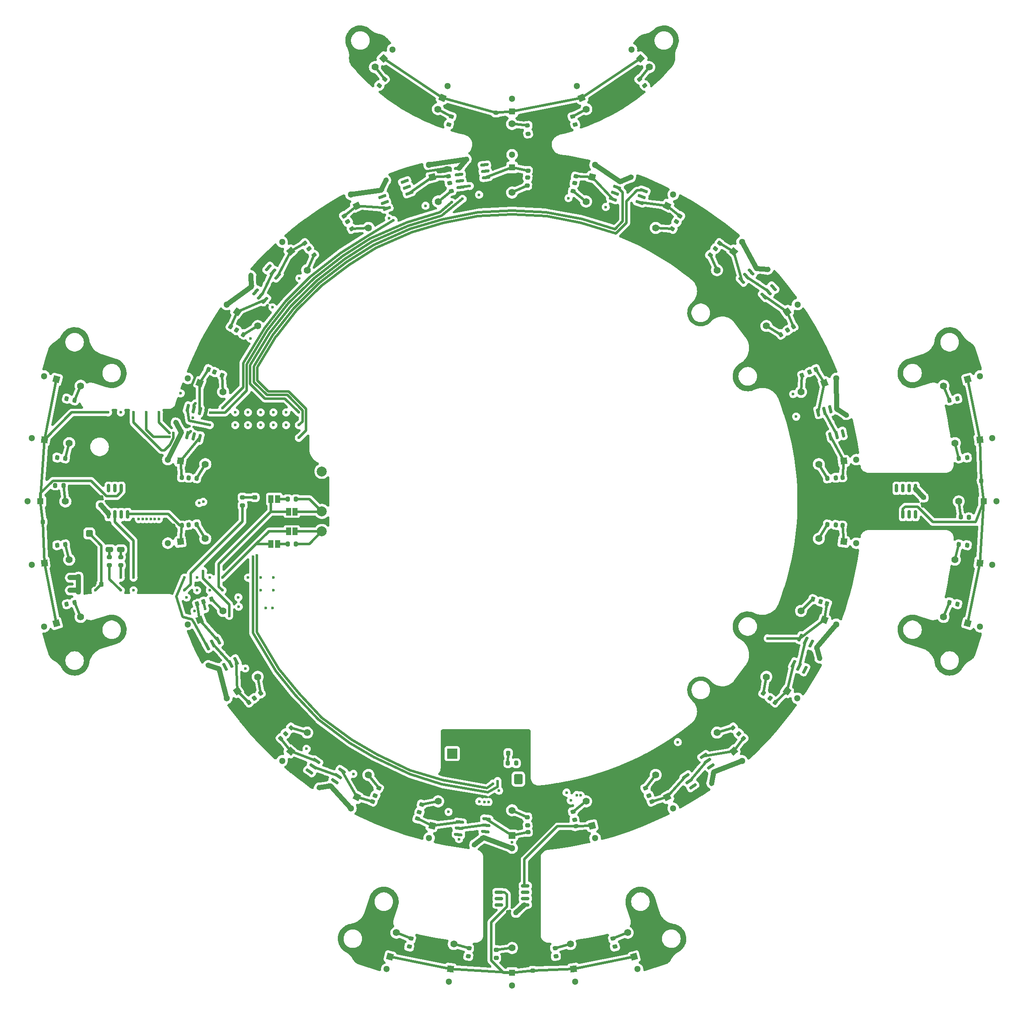
<source format=gbr>
%TF.GenerationSoftware,KiCad,Pcbnew,8.0.1*%
%TF.CreationDate,2025-01-30T23:09:45+09:00*%
%TF.ProjectId,Line-003-20241222,4c696e65-2d30-4303-932d-323032343132,rev?*%
%TF.SameCoordinates,Original*%
%TF.FileFunction,Copper,L4,Bot*%
%TF.FilePolarity,Positive*%
%FSLAX46Y46*%
G04 Gerber Fmt 4.6, Leading zero omitted, Abs format (unit mm)*
G04 Created by KiCad (PCBNEW 8.0.1) date 2025-01-30 23:09:45*
%MOMM*%
%LPD*%
G01*
G04 APERTURE LIST*
G04 Aperture macros list*
%AMRoundRect*
0 Rectangle with rounded corners*
0 $1 Rounding radius*
0 $2 $3 $4 $5 $6 $7 $8 $9 X,Y pos of 4 corners*
0 Add a 4 corners polygon primitive as box body*
4,1,4,$2,$3,$4,$5,$6,$7,$8,$9,$2,$3,0*
0 Add four circle primitives for the rounded corners*
1,1,$1+$1,$2,$3*
1,1,$1+$1,$4,$5*
1,1,$1+$1,$6,$7*
1,1,$1+$1,$8,$9*
0 Add four rect primitives between the rounded corners*
20,1,$1+$1,$2,$3,$4,$5,0*
20,1,$1+$1,$4,$5,$6,$7,0*
20,1,$1+$1,$6,$7,$8,$9,0*
20,1,$1+$1,$8,$9,$2,$3,0*%
%AMRotRect*
0 Rectangle, with rotation*
0 The origin of the aperture is its center*
0 $1 length*
0 $2 width*
0 $3 Rotation angle, in degrees counterclockwise*
0 Add horizontal line*
21,1,$1,$2,0,0,$3*%
G04 Aperture macros list end*
%TA.AperFunction,ComponentPad*%
%ADD10R,2.000000X2.000000*%
%TD*%
%TA.AperFunction,ComponentPad*%
%ADD11C,2.000000*%
%TD*%
%TA.AperFunction,ComponentPad*%
%ADD12RoundRect,0.250000X0.600000X0.750000X-0.600000X0.750000X-0.600000X-0.750000X0.600000X-0.750000X0*%
%TD*%
%TA.AperFunction,ComponentPad*%
%ADD13O,1.700000X2.000000*%
%TD*%
%TA.AperFunction,ComponentPad*%
%ADD14RotRect,1.300000X1.300000X165.000000*%
%TD*%
%TA.AperFunction,ComponentPad*%
%ADD15C,1.300000*%
%TD*%
%TA.AperFunction,ComponentPad*%
%ADD16RotRect,1.300000X1.300000X247.500000*%
%TD*%
%TA.AperFunction,SMDPad,CuDef*%
%ADD17RoundRect,0.200000X0.275000X-0.200000X0.275000X0.200000X-0.275000X0.200000X-0.275000X-0.200000X0*%
%TD*%
%TA.AperFunction,SMDPad,CuDef*%
%ADD18RoundRect,0.200000X-0.135734X0.311771X-0.338425X-0.033072X0.135734X-0.311771X0.338425X0.033072X0*%
%TD*%
%TA.AperFunction,ComponentPad*%
%ADD19RotRect,1.300000X1.300000X195.000000*%
%TD*%
%TA.AperFunction,ComponentPad*%
%ADD20R,1.300000X1.300000*%
%TD*%
%TA.AperFunction,ComponentPad*%
%ADD21RotRect,1.400000X1.400000X353.076000*%
%TD*%
%TA.AperFunction,ComponentPad*%
%ADD22C,1.400000*%
%TD*%
%TA.AperFunction,SMDPad,CuDef*%
%ADD23R,1.000000X1.500000*%
%TD*%
%TA.AperFunction,SMDPad,CuDef*%
%ADD24RoundRect,0.200000X-0.200000X-0.275000X0.200000X-0.275000X0.200000X0.275000X-0.200000X0.275000X0*%
%TD*%
%TA.AperFunction,ComponentPad*%
%ADD25RotRect,1.400000X1.400000X89.998000*%
%TD*%
%TA.AperFunction,ComponentPad*%
%ADD26R,1.400000X1.400000*%
%TD*%
%TA.AperFunction,SMDPad,CuDef*%
%ADD27RoundRect,0.200000X0.179464X0.288821X-0.219477X0.259721X-0.179464X-0.288821X0.219477X-0.259721X0*%
%TD*%
%TA.AperFunction,SMDPad,CuDef*%
%ADD28RoundRect,0.200000X0.308345X-0.143347X0.231377X0.249178X-0.308345X0.143347X-0.231377X-0.249178X0*%
%TD*%
%TA.AperFunction,ComponentPad*%
%ADD29RotRect,1.300000X1.300000X187.500000*%
%TD*%
%TA.AperFunction,SMDPad,CuDef*%
%ADD30RoundRect,0.250000X0.475000X-0.250000X0.475000X0.250000X-0.475000X0.250000X-0.475000X-0.250000X0*%
%TD*%
%TA.AperFunction,SMDPad,CuDef*%
%ADD31RoundRect,0.150000X-0.688161X-0.067521X0.651990X-0.230290X0.688161X0.067521X-0.651990X0.230290X0*%
%TD*%
%TA.AperFunction,SMDPad,CuDef*%
%ADD32RoundRect,0.225000X-0.325925X0.083054X-0.116808X-0.315406X0.325925X-0.083054X0.116808X0.315406X0*%
%TD*%
%TA.AperFunction,SMDPad,CuDef*%
%ADD33RoundRect,0.200000X-0.206410X0.270222X-0.320672X-0.113111X0.206410X-0.270222X0.320672X0.113111X0*%
%TD*%
%TA.AperFunction,SMDPad,CuDef*%
%ADD34RoundRect,0.225000X-0.327190X-0.077922X0.043146X-0.333562X0.327190X0.077922X-0.043146X0.333562X0*%
%TD*%
%TA.AperFunction,ComponentPad*%
%ADD35RotRect,1.400000X1.400000X75.000000*%
%TD*%
%TA.AperFunction,ComponentPad*%
%ADD36RotRect,1.300000X1.300000X225.000000*%
%TD*%
%TA.AperFunction,SMDPad,CuDef*%
%ADD37RoundRect,0.200000X-0.333690X0.065391X-0.165022X-0.297309X0.333690X-0.065391X0.165022X0.297309X0*%
%TD*%
%TA.AperFunction,SMDPad,CuDef*%
%ADD38RoundRect,0.200000X-0.209476X-0.267853X0.190281X-0.281812X0.209476X0.267853X-0.190281X0.281812X0*%
%TD*%
%TA.AperFunction,SMDPad,CuDef*%
%ADD39RoundRect,0.200000X0.172722X0.292903X-0.225437X0.254565X-0.172722X-0.292903X0.225437X-0.254565X0*%
%TD*%
%TA.AperFunction,SMDPad,CuDef*%
%ADD40RoundRect,0.200000X0.231351X-0.249202X0.308360X0.143315X-0.231351X0.249202X-0.308360X-0.143315X0*%
%TD*%
%TA.AperFunction,SMDPad,CuDef*%
%ADD41RoundRect,0.200000X-0.179474X-0.288815X0.219467X-0.259729X0.179474X0.288815X-0.219467X0.259729X0*%
%TD*%
%TA.AperFunction,SMDPad,CuDef*%
%ADD42RoundRect,0.150000X0.577947X0.379608X-0.684327X-0.099103X-0.577947X-0.379608X0.684327X0.099103X0*%
%TD*%
%TA.AperFunction,ComponentPad*%
%ADD43RotRect,1.400000X1.400000X145.382000*%
%TD*%
%TA.AperFunction,SMDPad,CuDef*%
%ADD44RoundRect,0.200000X-0.338422X0.033095X-0.135756X-0.311762X0.338422X-0.033095X0.135756X0.311762X0*%
%TD*%
%TA.AperFunction,ComponentPad*%
%ADD45RotRect,1.400000X1.400000X67.500000*%
%TD*%
%TA.AperFunction,SMDPad,CuDef*%
%ADD46RoundRect,0.200000X0.165002X-0.297320X0.333695X0.065368X-0.165002X0.297320X-0.333695X-0.065368X0*%
%TD*%
%TA.AperFunction,ComponentPad*%
%ADD47RotRect,1.300000X1.300000X311.538000*%
%TD*%
%TA.AperFunction,SMDPad,CuDef*%
%ADD48RoundRect,0.200000X0.339642X0.016377X0.089066X0.328165X-0.339642X-0.016377X-0.089066X-0.328165X0*%
%TD*%
%TA.AperFunction,SMDPad,CuDef*%
%ADD49RoundRect,0.150000X-0.150000X0.675000X-0.150000X-0.675000X0.150000X-0.675000X0.150000X0.675000X0*%
%TD*%
%TA.AperFunction,ComponentPad*%
%ADD50RotRect,1.400000X1.400000X76.152000*%
%TD*%
%TA.AperFunction,SMDPad,CuDef*%
%ADD51RoundRect,0.200000X0.267853X-0.209476X0.281812X0.190281X-0.267853X0.209476X-0.281812X-0.190281X0*%
%TD*%
%TA.AperFunction,SMDPad,CuDef*%
%ADD52RoundRect,0.200000X0.024699X0.339139X-0.315030X0.127989X-0.024699X-0.339139X0.315030X-0.127989X0*%
%TD*%
%TA.AperFunction,SMDPad,CuDef*%
%ADD53RoundRect,0.218750X0.218750X0.256250X-0.218750X0.256250X-0.218750X-0.256250X0.218750X-0.256250X0*%
%TD*%
%TA.AperFunction,SMDPad,CuDef*%
%ADD54RoundRect,0.150000X0.335337X0.604710X-0.559888X-0.405771X-0.335337X-0.604710X0.559888X0.405771X0*%
%TD*%
%TA.AperFunction,SMDPad,CuDef*%
%ADD55RoundRect,0.200000X-0.256736X-0.222962X0.133012X-0.312942X0.256736X0.222962X-0.133012X0.312942X0*%
%TD*%
%TA.AperFunction,SMDPad,CuDef*%
%ADD56RoundRect,0.225000X-0.250000X0.225000X-0.250000X-0.225000X0.250000X-0.225000X0.250000X0.225000X0*%
%TD*%
%TA.AperFunction,ComponentPad*%
%ADD57RotRect,1.400000X1.400000X352.500000*%
%TD*%
%TA.AperFunction,ComponentPad*%
%ADD58RotRect,1.300000X1.300000X345.000000*%
%TD*%
%TA.AperFunction,ComponentPad*%
%ADD59RotRect,1.300000X1.300000X325.384000*%
%TD*%
%TA.AperFunction,SMDPad,CuDef*%
%ADD60RoundRect,0.225000X-0.225000X-0.250000X0.225000X-0.250000X0.225000X0.250000X-0.225000X0.250000X0*%
%TD*%
%TA.AperFunction,ComponentPad*%
%ADD61RotRect,1.400000X1.400000X186.920000*%
%TD*%
%TA.AperFunction,SMDPad,CuDef*%
%ADD62RoundRect,0.150000X0.015907X0.691283X-0.307188X-0.619484X-0.015907X-0.691283X0.307188X0.619484X0*%
%TD*%
%TA.AperFunction,SMDPad,CuDef*%
%ADD63RoundRect,0.200000X0.079222X-0.330679X0.339001X-0.026517X-0.079222X0.330679X-0.339001X0.026517X0*%
%TD*%
%TA.AperFunction,ComponentPad*%
%ADD64RotRect,1.400000X1.400000X62.306000*%
%TD*%
%TA.AperFunction,ComponentPad*%
%ADD65RotRect,1.300000X1.300000X315.000000*%
%TD*%
%TA.AperFunction,ComponentPad*%
%ADD66RotRect,1.400000X1.400000X195.000000*%
%TD*%
%TA.AperFunction,SMDPad,CuDef*%
%ADD67RoundRect,0.200000X0.199737X-0.275191X0.323344X0.105232X-0.199737X0.275191X-0.323344X-0.105232X0*%
%TD*%
%TA.AperFunction,ComponentPad*%
%ADD68RotRect,1.400000X1.400000X112.500000*%
%TD*%
%TA.AperFunction,ComponentPad*%
%ADD69RotRect,1.400000X1.400000X135.000000*%
%TD*%
%TA.AperFunction,ComponentPad*%
%ADD70RotRect,1.400000X1.400000X165.000000*%
%TD*%
%TA.AperFunction,SMDPad,CuDef*%
%ADD71RoundRect,0.225000X0.299040X0.153948X-0.121707X0.313548X-0.299040X-0.153948X0.121707X-0.313548X0*%
%TD*%
%TA.AperFunction,SMDPad,CuDef*%
%ADD72RoundRect,0.150000X0.307145X-0.619505X-0.015859X0.691284X-0.307145X0.619505X0.015859X-0.691284X0*%
%TD*%
%TA.AperFunction,SMDPad,CuDef*%
%ADD73RoundRect,0.200000X0.325857X0.097171X0.007956X0.339944X-0.325857X-0.097171X-0.007956X-0.339944X0*%
%TD*%
%TA.AperFunction,SMDPad,CuDef*%
%ADD74RoundRect,0.200000X0.133012X0.312942X-0.256736X0.222962X-0.133012X-0.312942X0.256736X-0.222962X0*%
%TD*%
%TA.AperFunction,SMDPad,CuDef*%
%ADD75RoundRect,0.150000X-0.180901X-0.667383X0.446531X0.527953X0.180901X0.667383X-0.446531X-0.527953X0*%
%TD*%
%TA.AperFunction,ComponentPad*%
%ADD76RotRect,1.400000X1.400000X159.228000*%
%TD*%
%TA.AperFunction,ComponentPad*%
%ADD77RotRect,1.400000X1.400000X105.000000*%
%TD*%
%TA.AperFunction,ComponentPad*%
%ADD78RotRect,1.400000X1.400000X228.458000*%
%TD*%
%TA.AperFunction,SMDPad,CuDef*%
%ADD79RoundRect,0.200000X-0.336511X-0.048843X-0.057214X-0.335189X0.336511X0.048843X0.057214X0.335189X0*%
%TD*%
%TA.AperFunction,ComponentPad*%
%ADD80RotRect,1.300000X1.300000X15.000000*%
%TD*%
%TA.AperFunction,ComponentPad*%
%ADD81RotRect,1.300000X1.300000X20.768000*%
%TD*%
%TA.AperFunction,SMDPad,CuDef*%
%ADD82RoundRect,0.200000X-0.172722X-0.292903X0.225437X-0.254565X0.172722X0.292903X-0.225437X0.254565X0*%
%TD*%
%TA.AperFunction,ComponentPad*%
%ADD83RotRect,1.300000X1.300000X214.612000*%
%TD*%
%TA.AperFunction,ComponentPad*%
%ADD84RotRect,1.300000X1.300000X283.846000*%
%TD*%
%TA.AperFunction,ComponentPad*%
%ADD85RotRect,1.400000X1.400000X117.690000*%
%TD*%
%TA.AperFunction,SMDPad,CuDef*%
%ADD86RoundRect,0.200000X-0.007932X0.339944X-0.325850X0.097194X0.007932X-0.339944X0.325850X-0.097194X0*%
%TD*%
%TA.AperFunction,SMDPad,CuDef*%
%ADD87RoundRect,0.200000X-0.089043X0.328171X-0.339641X0.016401X0.089043X-0.328171X0.339641X-0.016401X0*%
%TD*%
%TA.AperFunction,SMDPad,CuDef*%
%ADD88RoundRect,0.150000X-0.675000X-0.150000X0.675000X-0.150000X0.675000X0.150000X-0.675000X0.150000X0*%
%TD*%
%TA.AperFunction,SMDPad,CuDef*%
%ADD89RoundRect,0.200000X-0.256522X0.223207X-0.291385X-0.175271X0.256522X-0.223207X0.291385X0.175271X0*%
%TD*%
%TA.AperFunction,SMDPad,CuDef*%
%ADD90RoundRect,0.218750X0.256250X-0.218750X0.256250X0.218750X-0.256250X0.218750X-0.256250X-0.218750X0*%
%TD*%
%TA.AperFunction,SMDPad,CuDef*%
%ADD91RoundRect,0.200000X-0.073663X-0.331962X0.293116X-0.172360X0.073663X0.331962X-0.293116X0.172360X0*%
%TD*%
%TA.AperFunction,ComponentPad*%
%ADD92RotRect,1.300000X1.300000X48.460000*%
%TD*%
%TA.AperFunction,SMDPad,CuDef*%
%ADD93RoundRect,0.200000X0.222962X-0.256736X0.312942X0.133012X-0.222962X0.256736X-0.312942X-0.133012X0*%
%TD*%
%TA.AperFunction,SMDPad,CuDef*%
%ADD94RoundRect,0.200000X0.339001X0.026517X0.079222X0.330679X-0.339001X-0.026517X-0.079222X-0.330679X0*%
%TD*%
%TA.AperFunction,ComponentPad*%
%ADD95RotRect,1.400000X1.400000X173.074000*%
%TD*%
%TA.AperFunction,ComponentPad*%
%ADD96RotRect,1.400000X1.400000X256.150000*%
%TD*%
%TA.AperFunction,ComponentPad*%
%ADD97RotRect,1.400000X1.400000X187.500000*%
%TD*%
%TA.AperFunction,ComponentPad*%
%ADD98RotRect,1.400000X1.400000X20.768000*%
%TD*%
%TA.AperFunction,SMDPad,CuDef*%
%ADD99RoundRect,0.150000X-0.470325X-0.506872X0.640735X0.259969X0.470325X0.506872X-0.640735X-0.259969X0*%
%TD*%
%TA.AperFunction,SMDPad,CuDef*%
%ADD100RoundRect,0.200000X0.179474X0.288815X-0.219467X0.259729X-0.179474X-0.288815X0.219467X-0.259729X0*%
%TD*%
%TA.AperFunction,SMDPad,CuDef*%
%ADD101RoundRect,0.150000X0.559888X-0.405771X-0.335337X0.604710X-0.559888X0.405771X0.335337X-0.604710X0*%
%TD*%
%TA.AperFunction,ComponentPad*%
%ADD102RotRect,1.300000X1.300000X62.306000*%
%TD*%
%TA.AperFunction,SMDPad,CuDef*%
%ADD103RoundRect,0.200000X-0.225437X-0.254565X0.172722X-0.292903X0.225437X0.254565X-0.172722X0.292903X0*%
%TD*%
%TA.AperFunction,ComponentPad*%
%ADD104RotRect,1.300000X1.300000X82.500000*%
%TD*%
%TA.AperFunction,ComponentPad*%
%ADD105RotRect,1.400000X1.400000X6.922000*%
%TD*%
%TA.AperFunction,SMDPad,CuDef*%
%ADD106RoundRect,0.200000X0.254565X-0.225437X0.292903X0.172722X-0.254565X0.225437X-0.292903X-0.172722X0*%
%TD*%
%TA.AperFunction,ComponentPad*%
%ADD107RotRect,1.300000X1.300000X297.692000*%
%TD*%
%TA.AperFunction,SMDPad,CuDef*%
%ADD108RoundRect,0.200000X0.308350X-0.143337X0.231368X0.249186X-0.308350X0.143337X-0.231368X-0.249186X0*%
%TD*%
%TA.AperFunction,SMDPad,CuDef*%
%ADD109RoundRect,0.200000X0.007932X-0.339944X0.325850X-0.097194X-0.007932X0.339944X-0.325850X0.097194X0*%
%TD*%
%TA.AperFunction,ComponentPad*%
%ADD110RotRect,1.300000X1.300000X97.500000*%
%TD*%
%TA.AperFunction,ComponentPad*%
%ADD111RotRect,1.400000X1.400000X45.000000*%
%TD*%
%TA.AperFunction,SMDPad,CuDef*%
%ADD112RoundRect,0.200000X0.265088X-0.212964X0.284279X0.186576X-0.265088X0.212964X-0.284279X-0.186576X0*%
%TD*%
%TA.AperFunction,SMDPad,CuDef*%
%ADD113RoundRect,0.200000X0.219486X0.259713X-0.179453X0.288828X-0.219486X-0.259713X0.179453X-0.288828X0*%
%TD*%
%TA.AperFunction,SMDPad,CuDef*%
%ADD114RoundRect,0.200000X-0.057191X0.335193X-0.336507X0.048867X0.057191X-0.335193X0.336507X-0.048867X0*%
%TD*%
%TA.AperFunction,ComponentPad*%
%ADD115RotRect,1.300000X1.300000X117.690000*%
%TD*%
%TA.AperFunction,SMDPad,CuDef*%
%ADD116RoundRect,0.200000X0.089043X-0.328171X0.339641X-0.016401X-0.089043X0.328171X-0.339641X0.016401X0*%
%TD*%
%TA.AperFunction,ComponentPad*%
%ADD117RotRect,1.300000X1.300000X34.614000*%
%TD*%
%TA.AperFunction,SMDPad,CuDef*%
%ADD118RoundRect,0.200000X-0.133012X-0.312942X0.256736X-0.222962X0.133012X0.312942X-0.256736X0.222962X0*%
%TD*%
%TA.AperFunction,ComponentPad*%
%ADD119RotRect,1.400000X1.400000X200.766000*%
%TD*%
%TA.AperFunction,ComponentPad*%
%ADD120RotRect,1.400000X1.400000X131.536000*%
%TD*%
%TA.AperFunction,SMDPad,CuDef*%
%ADD121RoundRect,0.200000X-0.231351X0.249202X-0.308360X-0.143315X0.231351X-0.249202X0.308360X0.143315X0*%
%TD*%
%TA.AperFunction,ComponentPad*%
%ADD122RotRect,1.300000X1.300000X75.000000*%
%TD*%
%TA.AperFunction,SMDPad,CuDef*%
%ADD123RoundRect,0.200000X0.200000X0.275000X-0.200000X0.275000X-0.200000X-0.275000X0.200000X-0.275000X0*%
%TD*%
%TA.AperFunction,SMDPad,CuDef*%
%ADD124RoundRect,0.200000X0.187814X0.283462X-0.211805X0.266014X-0.187814X-0.283462X0.211805X-0.266014X0*%
%TD*%
%TA.AperFunction,ComponentPad*%
%ADD125RotRect,1.400000X1.400000X339.230000*%
%TD*%
%TA.AperFunction,SMDPad,CuDef*%
%ADD126RoundRect,0.200000X0.105130X0.323377X-0.275254X0.199651X-0.105130X-0.323377X0.275254X-0.199651X0*%
%TD*%
%TA.AperFunction,SMDPad,CuDef*%
%ADD127RoundRect,0.200000X0.333690X-0.065391X0.165022X0.297309X-0.333690X0.065391X-0.165022X-0.297309X0*%
%TD*%
%TA.AperFunction,ComponentPad*%
%ADD128RotRect,1.300000X1.300000X186.920000*%
%TD*%
%TA.AperFunction,ComponentPad*%
%ADD129RotRect,1.400000X1.400000X7.500000*%
%TD*%
%TA.AperFunction,ComponentPad*%
%ADD130RotRect,1.300000X1.300000X352.500000*%
%TD*%
%TA.AperFunction,SMDPad,CuDef*%
%ADD131RoundRect,0.200000X-0.179464X-0.288821X0.219477X-0.259721X0.179464X0.288821X-0.219477X0.259721X0*%
%TD*%
%TA.AperFunction,SMDPad,CuDef*%
%ADD132RoundRect,0.200000X0.256736X0.222962X-0.133012X0.312942X-0.256736X-0.222962X0.133012X-0.312942X0*%
%TD*%
%TA.AperFunction,SMDPad,CuDef*%
%ADD133RoundRect,0.200000X-0.219495X-0.259706X0.179443X-0.288834X0.219495X0.259706X-0.179443X0.288834X0*%
%TD*%
%TA.AperFunction,SMDPad,CuDef*%
%ADD134RoundRect,0.200000X0.283462X-0.187814X0.266014X0.211805X-0.283462X0.187814X-0.266014X-0.211805X0*%
%TD*%
%TA.AperFunction,SMDPad,CuDef*%
%ADD135RoundRect,0.150000X-0.640716X0.260014X0.470290X-0.506905X0.640716X-0.260014X-0.470290X0.506905X0*%
%TD*%
%TA.AperFunction,SMDPad,CuDef*%
%ADD136RoundRect,0.200000X-0.265088X0.212964X-0.284279X-0.186576X0.265088X-0.212964X0.284279X0.186576X0*%
%TD*%
%TA.AperFunction,SMDPad,CuDef*%
%ADD137RoundRect,0.225000X0.193226X0.275298X-0.253493X0.221057X-0.193226X-0.275298X0.253493X-0.221057X0*%
%TD*%
%TA.AperFunction,SMDPad,CuDef*%
%ADD138RoundRect,0.200000X0.219495X0.259706X-0.179443X0.288834X-0.219495X-0.259706X0.179443X-0.288834X0*%
%TD*%
%TA.AperFunction,SMDPad,CuDef*%
%ADD139RoundRect,0.200000X-0.105130X-0.323377X0.275254X-0.199651X0.105130X0.323377X-0.275254X0.199651X0*%
%TD*%
%TA.AperFunction,SMDPad,CuDef*%
%ADD140RoundRect,0.200000X-0.024699X-0.339139X0.315030X-0.127989X0.024699X0.339139X-0.315030X0.127989X0*%
%TD*%
%TA.AperFunction,ComponentPad*%
%ADD141RotRect,1.300000X1.300000X89.998000*%
%TD*%
%TA.AperFunction,SMDPad,CuDef*%
%ADD142RoundRect,0.225000X-0.043169X-0.333559X0.327184X-0.077945X0.043169X0.333559X-0.327184X0.077945X0*%
%TD*%
%TA.AperFunction,ComponentPad*%
%ADD143RotRect,1.400000X1.400000X48.460000*%
%TD*%
%TA.AperFunction,SMDPad,CuDef*%
%ADD144RoundRect,0.200000X0.225437X0.254565X-0.172722X0.292903X-0.225437X-0.254565X0.172722X-0.292903X0*%
%TD*%
%TA.AperFunction,ComponentPad*%
%ADD145RotRect,1.300000X1.300000X242.304000*%
%TD*%
%TA.AperFunction,ComponentPad*%
%ADD146RotRect,1.400000X1.400000X345.000000*%
%TD*%
%TA.AperFunction,ComponentPad*%
%ADD147RotRect,1.400000X1.400000X214.612000*%
%TD*%
%TA.AperFunction,ComponentPad*%
%ADD148RotRect,1.300000X1.300000X228.458000*%
%TD*%
%TA.AperFunction,ComponentPad*%
%ADD149RotRect,1.300000X1.300000X103.844000*%
%TD*%
%TA.AperFunction,ComponentPad*%
%ADD150RotRect,1.300000X1.300000X105.000000*%
%TD*%
%TA.AperFunction,ComponentPad*%
%ADD151RotRect,1.300000X1.300000X200.766000*%
%TD*%
%TA.AperFunction,SMDPad,CuDef*%
%ADD152RoundRect,0.200000X0.312942X-0.133012X0.222962X0.256736X-0.312942X0.133012X-0.222962X-0.256736X0*%
%TD*%
%TA.AperFunction,SMDPad,CuDef*%
%ADD153RoundRect,0.200000X0.292903X-0.172722X0.254565X0.225437X-0.292903X0.172722X-0.254565X-0.225437X0*%
%TD*%
%TA.AperFunction,ComponentPad*%
%ADD154RotRect,1.300000X1.300000X159.228000*%
%TD*%
%TA.AperFunction,SMDPad,CuDef*%
%ADD155RoundRect,0.200000X-0.325857X-0.097171X-0.007956X-0.339944X0.325857X0.097171X0.007956X0.339944X0*%
%TD*%
%TA.AperFunction,SMDPad,CuDef*%
%ADD156RoundRect,0.200000X0.293128X0.172339X-0.073640X0.331967X-0.293128X-0.172339X0.073640X-0.331967X0*%
%TD*%
%TA.AperFunction,SMDPad,CuDef*%
%ADD157RoundRect,0.200000X0.206410X-0.270222X0.320672X0.113111X-0.206410X0.270222X-0.320672X-0.113111X0*%
%TD*%
%TA.AperFunction,SMDPad,CuDef*%
%ADD158RoundRect,0.150000X0.651998X0.230268X-0.688159X0.067545X-0.651998X-0.230268X0.688159X-0.067545X0*%
%TD*%
%TA.AperFunction,SMDPad,CuDef*%
%ADD159RoundRect,0.200000X0.338422X-0.033095X0.135756X0.311762X-0.338422X0.033095X-0.135756X-0.311762X0*%
%TD*%
%TA.AperFunction,SMDPad,CuDef*%
%ADD160RoundRect,0.200000X-0.339642X-0.016377X-0.089066X-0.328165X0.339642X0.016377X0.089066X0.328165X0*%
%TD*%
%TA.AperFunction,ComponentPad*%
%ADD161RotRect,1.400000X1.400000X283.846000*%
%TD*%
%TA.AperFunction,SMDPad,CuDef*%
%ADD162RoundRect,0.225000X0.250000X-0.225000X0.250000X0.225000X-0.250000X0.225000X-0.250000X-0.225000X0*%
%TD*%
%TA.AperFunction,ComponentPad*%
%ADD163RotRect,1.400000X1.400000X34.614000*%
%TD*%
%TA.AperFunction,ComponentPad*%
%ADD164RotRect,1.300000X1.300000X172.500000*%
%TD*%
%TA.AperFunction,SMDPad,CuDef*%
%ADD165RoundRect,0.225000X0.116786X-0.315414X0.325931X0.083031X-0.116786X0.315414X-0.325931X-0.083031X0*%
%TD*%
%TA.AperFunction,SMDPad,CuDef*%
%ADD166RoundRect,0.225000X-0.037922X0.334196X-0.336330X-0.002631X0.037922X-0.334196X0.336330X0.002631X0*%
%TD*%
%TA.AperFunction,ComponentPad*%
%ADD167RotRect,1.300000X1.300000X173.074000*%
%TD*%
%TA.AperFunction,ComponentPad*%
%ADD168RotRect,1.300000X1.300000X145.382000*%
%TD*%
%TA.AperFunction,ComponentPad*%
%ADD169RotRect,1.400000X1.400000X97.500000*%
%TD*%
%TA.AperFunction,ComponentPad*%
%ADD170RotRect,1.400000X1.400000X311.538000*%
%TD*%
%TA.AperFunction,SMDPad,CuDef*%
%ADD171RoundRect,0.225000X0.296573X-0.158649X0.188905X0.278280X-0.296573X0.158649X-0.188905X-0.278280X0*%
%TD*%
%TA.AperFunction,ComponentPad*%
%ADD172RotRect,1.300000X1.300000X131.536000*%
%TD*%
%TA.AperFunction,SMDPad,CuDef*%
%ADD173RoundRect,0.200000X-0.284272X0.186586X-0.265095X-0.212954X0.284272X-0.186586X0.265095X0.212954X0*%
%TD*%
%TA.AperFunction,ComponentPad*%
%ADD174RotRect,1.300000X1.300000X353.076000*%
%TD*%
%TA.AperFunction,ComponentPad*%
%ADD175RotRect,1.300000X1.300000X7.500000*%
%TD*%
%TA.AperFunction,ComponentPad*%
%ADD176RotRect,1.300000X1.300000X339.230000*%
%TD*%
%TA.AperFunction,ComponentPad*%
%ADD177RotRect,1.400000X1.400000X15.000000*%
%TD*%
%TA.AperFunction,ComponentPad*%
%ADD178RotRect,1.400000X1.400000X297.692000*%
%TD*%
%TA.AperFunction,SMDPad,CuDef*%
%ADD179RoundRect,0.200000X-0.308345X0.143347X-0.231377X-0.249178X0.308345X-0.143347X0.231377X0.249178X0*%
%TD*%
%TA.AperFunction,SMDPad,CuDef*%
%ADD180RoundRect,0.200000X-0.315039X-0.127967X0.024675X-0.339140X0.315039X0.127967X-0.024675X0.339140X0*%
%TD*%
%TA.AperFunction,SMDPad,CuDef*%
%ADD181RoundRect,0.200000X0.336511X0.048843X0.057214X0.335189X-0.336511X-0.048843X-0.057214X-0.335189X0*%
%TD*%
%TA.AperFunction,ComponentPad*%
%ADD182RotRect,1.300000X1.300000X292.500000*%
%TD*%
%TA.AperFunction,SMDPad,CuDef*%
%ADD183RoundRect,0.225000X0.121729X0.313540X-0.299029X0.153969X-0.121729X-0.313540X0.299029X-0.153969X0*%
%TD*%
%TA.AperFunction,SMDPad,CuDef*%
%ADD184RoundRect,0.350000X0.350000X-0.350000X0.350000X0.350000X-0.350000X0.350000X-0.350000X-0.350000X0*%
%TD*%
%TA.AperFunction,SMDPad,CuDef*%
%ADD185RoundRect,0.200000X0.275268X0.199631X-0.105107X0.323384X-0.275268X-0.199631X0.105107X-0.323384X0*%
%TD*%
%TA.AperFunction,SMDPad,CuDef*%
%ADD186RoundRect,0.225000X-0.253501X-0.221048X0.193216X-0.275304X0.253501X0.221048X-0.193216X0.275304X0*%
%TD*%
%TA.AperFunction,SMDPad,CuDef*%
%ADD187RoundRect,0.200000X0.073663X0.331962X-0.293116X0.172360X-0.073663X-0.331962X0.293116X-0.172360X0*%
%TD*%
%TA.AperFunction,ComponentPad*%
%ADD188RotRect,1.400000X1.400000X172.500000*%
%TD*%
%TA.AperFunction,SMDPad,CuDef*%
%ADD189RoundRect,0.200000X-0.219486X-0.259713X0.179453X-0.288828X0.219486X0.259713X-0.179453X0.288828X0*%
%TD*%
%TA.AperFunction,SMDPad,CuDef*%
%ADD190RoundRect,0.200000X-0.308350X0.143337X-0.231368X-0.249186X0.308350X-0.143337X0.231368X0.249186X0*%
%TD*%
%TA.AperFunction,SMDPad,CuDef*%
%ADD191RoundRect,0.225000X0.336330X-0.002655X0.037945X0.334193X-0.336330X0.002655X-0.037945X-0.334193X0*%
%TD*%
%TA.AperFunction,ComponentPad*%
%ADD192RotRect,1.300000X1.300000X256.150000*%
%TD*%
%TA.AperFunction,ComponentPad*%
%ADD193RotRect,1.300000X1.300000X76.152000*%
%TD*%
%TA.AperFunction,ComponentPad*%
%ADD194RotRect,1.400000X1.400000X82.500000*%
%TD*%
%TA.AperFunction,SMDPad,CuDef*%
%ADD195RoundRect,0.150000X0.684327X-0.099103X-0.577947X0.379608X-0.684327X0.099103X0.577947X-0.379608X0*%
%TD*%
%TA.AperFunction,SMDPad,CuDef*%
%ADD196RoundRect,0.200000X0.135734X-0.311771X0.338425X0.033072X-0.135734X0.311771X-0.338425X-0.033072X0*%
%TD*%
%TA.AperFunction,SMDPad,CuDef*%
%ADD197RoundRect,0.200000X0.323344X-0.105232X0.199737X0.275191X-0.323344X0.105232X-0.199737X-0.275191X0*%
%TD*%
%TA.AperFunction,SMDPad,CuDef*%
%ADD198RoundRect,0.200000X0.209476X0.267853X-0.190281X0.281812X-0.209476X-0.267853X0.190281X-0.281812X0*%
%TD*%
%TA.AperFunction,SMDPad,CuDef*%
%ADD199RoundRect,0.150000X-0.446494X0.527985X0.180855X-0.667395X0.446494X-0.527985X-0.180855X0.667395X0*%
%TD*%
%TA.AperFunction,SMDPad,CuDef*%
%ADD200RoundRect,0.200000X-0.293128X-0.172339X0.073640X-0.331967X0.293128X0.172339X-0.073640X0.331967X0*%
%TD*%
%TA.AperFunction,SMDPad,CuDef*%
%ADD201RoundRect,0.200000X0.057191X-0.335193X0.336507X-0.048867X-0.057191X0.335193X-0.336507X0.048867X0*%
%TD*%
%TA.AperFunction,SMDPad,CuDef*%
%ADD202RoundRect,0.200000X-0.275268X-0.199631X0.105107X-0.323384X0.275268X0.199631X-0.105107X0.323384X0*%
%TD*%
%TA.AperFunction,SMDPad,CuDef*%
%ADD203RoundRect,0.225000X-0.188885X0.278294X-0.296584X-0.158629X0.188885X-0.278294X0.296584X0.158629X0*%
%TD*%
%TA.AperFunction,ComponentPad*%
%ADD204RotRect,1.400000X1.400000X103.844000*%
%TD*%
%TA.AperFunction,SMDPad,CuDef*%
%ADD205RoundRect,0.200000X0.284272X-0.186586X0.265095X0.212954X-0.284272X0.186586X-0.265095X-0.212954X0*%
%TD*%
%TA.AperFunction,ComponentPad*%
%ADD206RotRect,1.300000X1.300000X6.922000*%
%TD*%
%TA.AperFunction,ComponentPad*%
%ADD207RotRect,1.400000X1.400000X325.384000*%
%TD*%
%TA.AperFunction,ComponentPad*%
%ADD208RotRect,1.400000X1.400000X242.304000*%
%TD*%
%TA.AperFunction,SMDPad,CuDef*%
%ADD209RoundRect,0.200000X0.289844X-0.177807X0.258460X0.220960X-0.289844X0.177807X-0.258460X-0.220960X0*%
%TD*%
%TA.AperFunction,SMDPad,CuDef*%
%ADD210RoundRect,0.200000X-0.187814X-0.283462X0.211805X-0.266014X0.187814X0.283462X-0.211805X0.266014X0*%
%TD*%
%TA.AperFunction,SMDPad,CuDef*%
%ADD211RoundRect,0.200000X0.315039X0.127967X-0.024675X0.339140X-0.315039X-0.127967X0.024675X-0.339140X0*%
%TD*%
%TA.AperFunction,SMDPad,CuDef*%
%ADD212RoundRect,0.150000X0.150000X-0.675000X0.150000X0.675000X-0.150000X0.675000X-0.150000X-0.675000X0*%
%TD*%
%TA.AperFunction,SMDPad,CuDef*%
%ADD213RoundRect,0.200000X-0.165002X0.297320X-0.333695X-0.065368X0.165002X-0.297320X0.333695X0.065368X0*%
%TD*%
%TA.AperFunction,ViaPad*%
%ADD214C,0.600000*%
%TD*%
%TA.AperFunction,Conductor*%
%ADD215C,1.000000*%
%TD*%
%TA.AperFunction,Conductor*%
%ADD216C,0.500000*%
%TD*%
G04 APERTURE END LIST*
D10*
%TO.P,C20,1*%
%TO.N,+5V*%
X-11967677Y-50400000D03*
D11*
%TO.P,C20,2*%
%TO.N,GND*%
X-6967677Y-50400000D03*
%TD*%
D12*
%TO.P,J1,1,Pin_1*%
%TO.N,+5V*%
X1250000Y-55500000D03*
D13*
%TO.P,J1,2,Pin_2*%
%TO.N,GND*%
X-1250000Y-55500000D03*
%TD*%
D11*
%TO.P,J2,1,Pin_1*%
%TO.N,+5V*%
X-37997528Y5999123D03*
%TO.P,J2,2,Pin_2*%
%TO.N,GND*%
X-37997528Y1999123D03*
%TO.P,J2,3,Pin_3*%
%TO.N,Net-(J2-Pin_3)*%
X-37997528Y-2000877D03*
%TO.P,J2,4,Pin_4*%
%TO.N,Net-(J2-Pin_4)*%
X-37997528Y-6000877D03*
%TD*%
D14*
%TO.P,U42,1,Emitter*%
%TO.N,Line-R*%
X91021644Y-24389396D03*
D15*
%TO.P,U42,2,Collector*%
%TO.N,+5V*%
X93475096Y-25046796D03*
%TD*%
D16*
%TO.P,U30,1,Emitter*%
%TO.N,Line-F*%
X-13877473Y80661453D03*
D15*
%TO.P,U30,2,Collector*%
%TO.N,+5V*%
X-12905457Y83008107D03*
%TD*%
D17*
%TO.P,R81,1*%
%TO.N,PWM*%
X-78158064Y-12751479D03*
%TO.P,R81,2*%
%TO.N,Th*%
X-78158064Y-11101479D03*
%TD*%
D18*
%TO.P,R55,1*%
%TO.N,+5V*%
X32850971Y55885216D03*
%TO.P,R55,2*%
%TO.N,Net-(D25-A)*%
X32014873Y54462740D03*
%TD*%
D19*
%TO.P,U46,1,Emitter*%
%TO.N,Line-R*%
X91021644Y24387642D03*
D15*
%TO.P,U46,2,Collector*%
%TO.N,+5V*%
X93475096Y25045042D03*
%TD*%
D20*
%TO.P,U34,1,Emitter*%
%TO.N,Line-L*%
X-94228664Y-876D03*
D15*
%TO.P,U34,2,Collector*%
%TO.N,+5V*%
X-96768664Y-876D03*
%TD*%
D21*
%TO.P,D7,1,K*%
%TO.N,GND*%
X-63798795Y7747041D03*
D22*
%TO.P,D7,2,A*%
%TO.N,Net-(D7-A)*%
X-61277319Y7440837D03*
%TD*%
D23*
%TO.P,JP8,1,A*%
%TO.N,Net-(J2-Pin_4)*%
X-43350000Y-6000000D03*
%TO.P,JP8,2,B*%
%TO.N,TX*%
X-44650000Y-6000000D03*
%TD*%
D24*
%TO.P,R88,1*%
%TO.N,Net-(D48-A)*%
X-825000Y-52300006D03*
%TO.P,R88,2*%
%TO.N,+5V*%
X825000Y-52300006D03*
%TD*%
D25*
%TO.P,D14,1,K*%
%TO.N,GND*%
X236Y-64270878D03*
D22*
%TO.P,D14,2,A*%
%TO.N,Net-(D14-A)*%
X324Y-61730878D03*
%TD*%
D26*
%TO.P,D39,1,K*%
%TO.N,GND*%
X2454Y-91770877D03*
D22*
%TO.P,D39,2,A*%
%TO.N,Net-(D39-A)*%
X2454Y-89230877D03*
%TD*%
D27*
%TO.P,R8,1*%
%TO.N,Line08*%
X-65997192Y-4815162D03*
%TO.P,R8,2*%
%TO.N,GND*%
X-67642820Y-4935200D03*
%TD*%
D28*
%TO.P,R45,1*%
%TO.N,+5V*%
X12476029Y-63614480D03*
%TO.P,R45,2*%
%TO.N,Net-(D15-A)*%
X12158537Y-61995314D03*
%TD*%
D29*
%TO.P,U45,1,Emitter*%
%TO.N,Line-R*%
X93426303Y12298607D03*
D15*
%TO.P,U45,2,Collector*%
%TO.N,+5V*%
X95944573Y12630143D03*
%TD*%
D26*
%TO.P,D44,1,K*%
%TO.N,GND*%
X91772454Y-877D03*
D22*
%TO.P,D44,2,A*%
%TO.N,Net-(D44-A)*%
X89232454Y-877D03*
%TD*%
D30*
%TO.P,C22,1*%
%TO.N,Th2*%
X-80408064Y-9626479D03*
%TO.P,C22,2*%
%TO.N,GND*%
X-80408064Y-7726479D03*
%TD*%
D31*
%TO.P,U54,1*%
%TO.N,13*%
X-10730392Y-66597651D03*
%TO.P,U54,2,-*%
%TO.N,Th*%
X-10577268Y-65336916D03*
%TO.P,U54,3,+*%
%TO.N,Line13*%
X-10424144Y-64076181D03*
%TO.P,U54,4,V-*%
%TO.N,GND*%
X-10271020Y-62815446D03*
%TO.P,U54,5,+*%
%TO.N,Line14*%
X-5059320Y-63448439D03*
%TO.P,U54,6,-*%
%TO.N,Th*%
X-5212444Y-64709174D03*
%TO.P,U54,7*%
%TO.N,14*%
X-5365568Y-65969909D03*
%TO.P,U54,8,V+*%
%TO.N,+5V*%
X-5518692Y-67230644D03*
%TD*%
D32*
%TO.P,C5,1*%
%TO.N,GND*%
X-61454864Y-31379146D03*
%TO.P,C5,2*%
%TO.N,+5V*%
X-60734574Y-32751620D03*
%TD*%
D33*
%TO.P,R13,1*%
%TO.N,Line13*%
X-18900760Y-63418534D03*
%TO.P,R13,2*%
%TO.N,GND*%
X-19372090Y-64999782D03*
%TD*%
D34*
%TO.P,C6,1*%
%TO.N,GND*%
X-39833390Y-56345393D03*
%TO.P,C6,2*%
%TO.N,+5V*%
X-38557790Y-57225929D03*
%TD*%
D35*
%TO.P,D37,1,K*%
%TO.N,GND*%
X-23749370Y-88643890D03*
D22*
%TO.P,D37,2,A*%
%TO.N,Net-(D37-A)*%
X-23091970Y-86190438D03*
%TD*%
D36*
%TO.P,U31,1,Emitter*%
%TO.N,Line-F*%
X-25644309Y88523801D03*
D15*
%TO.P,U31,2,Collector*%
%TO.N,+5V*%
X-23848257Y90319853D03*
%TD*%
D37*
%TO.P,R16,1*%
%TO.N,Line16*%
X27906396Y-60005048D03*
%TO.P,R16,2*%
%TO.N,GND*%
X28602150Y-61501186D03*
%TD*%
D38*
%TO.P,R64,1*%
%TO.N,+5V*%
X-91266912Y3186327D03*
%TO.P,R64,2*%
%TO.N,Net-(D34-A)*%
X-89617918Y3128743D03*
%TD*%
D39*
%TO.P,R75,1*%
%TO.N,+5V*%
X90907013Y8752244D03*
%TO.P,R75,2*%
%TO.N,Net-(D45-A)*%
X89264609Y8594098D03*
%TD*%
D40*
%TO.P,R26,1*%
%TO.N,Line26*%
X12742594Y64936165D03*
%TO.P,R26,2*%
%TO.N,GND*%
X13060256Y66555297D03*
%TD*%
D41*
%TO.P,R21,1*%
%TO.N,Line21*%
X66002268Y4811103D03*
%TO.P,R21,2*%
%TO.N,GND*%
X67647900Y4931085D03*
%TD*%
D26*
%TO.P,D34,1,K*%
%TO.N,GND*%
X-91768664Y-876D03*
D22*
%TO.P,D34,2,A*%
%TO.N,Net-(D34-A)*%
X-89228664Y-876D03*
%TD*%
D42*
%TO.P,U48,1*%
%TO.N,02*%
X-21444988Y63954815D03*
%TO.P,U48,2,-*%
%TO.N,Th*%
X-20994644Y62767342D03*
%TO.P,U48,3,+*%
%TO.N,Line02*%
X-20544301Y61579870D03*
%TO.P,U48,4,V-*%
%TO.N,GND*%
X-20093957Y60392397D03*
%TO.P,U48,5,+*%
%TO.N,Line03*%
X-25002800Y58530741D03*
%TO.P,U48,6,-*%
%TO.N,Th*%
X-25453144Y59718214D03*
%TO.P,U48,7*%
%TO.N,03*%
X-25903487Y60905686D03*
%TO.P,U48,8,V+*%
%TO.N,+5V*%
X-26353831Y62093159D03*
%TD*%
D43*
%TO.P,D18,1,K*%
%TO.N,GND*%
X52893985Y-36512814D03*
D22*
%TO.P,D18,2,A*%
%TO.N,Net-(D18-A)*%
X50803671Y-35069834D03*
%TD*%
D44*
%TO.P,R33,1*%
%TO.N,+5V*%
X-32842160Y55887510D03*
%TO.P,R33,2*%
%TO.N,Net-(D3-A)*%
X-32006164Y54464974D03*
%TD*%
D45*
%TO.P,D30,1,K*%
%TO.N,GND*%
X-15790891Y76042055D03*
D22*
%TO.P,D30,2,A*%
%TO.N,Net-(D30-A)*%
X-14818875Y78388709D03*
%TD*%
D46*
%TO.P,R42,1*%
%TO.N,+5V*%
X-27336338Y-58779027D03*
%TO.P,R42,2*%
%TO.N,Net-(D12-A)*%
X-26640480Y-57282939D03*
%TD*%
D47*
%TO.P,U4,1,Emitter*%
%TO.N,Line04*%
X-44247293Y49947600D03*
D15*
%TO.P,U4,2,Collector*%
%TO.N,+5V*%
X-45931609Y51848830D03*
%TD*%
D48*
%TO.P,R4,1*%
%TO.N,Line04*%
X-41452251Y51580496D03*
%TO.P,R4,2*%
%TO.N,GND*%
X-42485877Y52866620D03*
%TD*%
D49*
%TO.P,U51,1*%
%TO.N,L*%
X-80607918Y2624121D03*
%TO.P,U51,2,-*%
%TO.N,Th2*%
X-79337918Y2624121D03*
%TO.P,U51,3,+*%
%TO.N,Line-L*%
X-78067918Y2624121D03*
%TO.P,U51,4,V-*%
%TO.N,GND*%
X-76797918Y2624121D03*
%TO.P,U51,5,+*%
%TO.N,Line08*%
X-76797918Y-2625879D03*
%TO.P,U51,6,-*%
%TO.N,Th*%
X-78067918Y-2625879D03*
%TO.P,U51,7*%
%TO.N,08*%
X-79337918Y-2625879D03*
%TO.P,U51,8,V+*%
%TO.N,+5V*%
X-80607918Y-2625879D03*
%TD*%
D50*
%TO.P,D13,1,K*%
%TO.N,GND*%
X-15380349Y-62402813D03*
D22*
%TO.P,D13,2,A*%
%TO.N,Net-(D13-A)*%
X-14772407Y-59936641D03*
%TD*%
D51*
%TO.P,R69,1*%
%TO.N,+5V*%
X-3184740Y-91270236D03*
%TO.P,R69,2*%
%TO.N,Net-(D39-A)*%
X-3127156Y-89621242D03*
%TD*%
D52*
%TO.P,R53,1*%
%TO.N,+5V*%
X55059750Y34218630D03*
%TO.P,R53,2*%
%TO.N,Net-(D23-A)*%
X53658368Y33347636D03*
%TD*%
D53*
%TO.P,D48,1,K*%
%TO.N,GND*%
X787500Y-50300006D03*
%TO.P,D48,2,A*%
%TO.N,Net-(D48-A)*%
X-787500Y-50300006D03*
%TD*%
D54*
%TO.P,U49,1*%
%TO.N,04*%
X-48709753Y46662202D03*
%TO.P,U49,2,-*%
%TO.N,Th*%
X-47759152Y45820028D03*
%TO.P,U49,3,+*%
%TO.N,Line04*%
X-46808551Y44977853D03*
%TO.P,U49,4,V-*%
%TO.N,GND*%
X-45857950Y44135678D03*
%TO.P,U49,5,+*%
%TO.N,Line05*%
X-49339381Y40206030D03*
%TO.P,U49,6,-*%
%TO.N,Th*%
X-50289982Y41048204D03*
%TO.P,U49,7*%
%TO.N,05*%
X-51240583Y41890379D03*
%TO.P,U49,8,V+*%
%TO.N,+5V*%
X-52191184Y42732554D03*
%TD*%
D55*
%TO.P,R62,1*%
%TO.N,+5V*%
X-88981892Y20542785D03*
%TO.P,R62,2*%
%TO.N,Net-(D32-A)*%
X-87374182Y20171615D03*
%TD*%
D56*
%TO.P,C4,1*%
%TO.N,GND*%
X-82165251Y785999D03*
%TO.P,C4,2*%
%TO.N,+5V*%
X-82165251Y-764001D03*
%TD*%
D23*
%TO.P,JP9,1,A*%
%TO.N,Net-(JP9-A)*%
X-46847528Y450000D03*
%TO.P,JP9,2,B*%
%TO.N,RX*%
X-48147528Y450000D03*
%TD*%
D57*
%TO.P,D33,1,K*%
%TO.N,GND*%
X-90982441Y11977512D03*
D22*
%TO.P,D33,2,A*%
%TO.N,Net-(D33-A)*%
X-88464171Y11645976D03*
%TD*%
D58*
%TO.P,U32,1,Emitter*%
%TO.N,Line-L*%
X-91016736Y24387642D03*
D15*
%TO.P,U32,2,Collector*%
%TO.N,+5V*%
X-93470188Y25045042D03*
%TD*%
D59*
%TO.P,U5,1,Emitter*%
%TO.N,Line05*%
X-54914826Y37906671D03*
D15*
%TO.P,U5,2,Collector*%
%TO.N,+5V*%
X-57005190Y39349577D03*
%TD*%
D60*
%TO.P,C19,1*%
%TO.N,+5V*%
X-86598064Y-15051479D03*
%TO.P,C19,2*%
%TO.N,GND*%
X-85048064Y-15051479D03*
%TD*%
D61*
%TO.P,D21,1,K*%
%TO.N,GND*%
X63804293Y7742587D03*
D22*
%TO.P,D21,2,A*%
%TO.N,Net-(D21-A)*%
X61282797Y7436559D03*
%TD*%
D62*
%TO.P,U50,1*%
%TO.N,06*%
X-64815375Y18679873D03*
%TO.P,U50,2,-*%
%TO.N,Th*%
X-63582285Y18375924D03*
%TO.P,U50,3,+*%
%TO.N,Line06*%
X-62349192Y18071974D03*
%TO.P,U50,4,V-*%
%TO.N,GND*%
X-61116100Y17768025D03*
%TO.P,U50,5,+*%
%TO.N,Line07*%
X-62372583Y12670599D03*
%TO.P,U50,6,-*%
%TO.N,Th*%
X-63605673Y12974548D03*
%TO.P,U50,7*%
%TO.N,07*%
X-64838766Y13278498D03*
%TO.P,U50,8,V+*%
%TO.N,+5V*%
X-66071858Y13582447D03*
%TD*%
D63*
%TO.P,R61,1*%
%TO.N,+5V*%
X-26511281Y83126982D03*
%TO.P,R61,2*%
%TO.N,Net-(D31-A)*%
X-25439691Y84381652D03*
%TD*%
D64*
%TO.P,D12,1,K*%
%TO.N,GND*%
X-29866960Y-56908255D03*
D22*
%TO.P,D12,2,A*%
%TO.N,Net-(D12-A)*%
X-28686496Y-54659231D03*
%TD*%
D65*
%TO.P,U27,1,Emitter*%
%TO.N,Line-F*%
X25649217Y88523801D03*
D15*
%TO.P,U27,2,Collector*%
%TO.N,+5V*%
X23853165Y90319853D03*
%TD*%
D66*
%TO.P,D46,1,K*%
%TO.N,GND*%
X88645467Y23750947D03*
D22*
%TO.P,D46,2,A*%
%TO.N,Net-(D46-A)*%
X86192015Y23093547D03*
%TD*%
D67*
%TO.P,R60,1*%
%TO.N,+5V*%
X-12613183Y75343674D03*
%TO.P,R60,2*%
%TO.N,Net-(D30-A)*%
X-12103305Y76912918D03*
%TD*%
D68*
%TO.P,D28,1,K*%
%TO.N,GND*%
X15795800Y76042055D03*
D22*
%TO.P,D28,2,A*%
%TO.N,Net-(D28-A)*%
X14823784Y78388709D03*
%TD*%
D30*
%TO.P,C21,1*%
%TO.N,Th*%
X-78158064Y-9626479D03*
%TO.P,C21,2*%
%TO.N,GND*%
X-78158064Y-7726479D03*
%TD*%
D69*
%TO.P,D27,1,K*%
%TO.N,GND*%
X29184751Y84988267D03*
D22*
%TO.P,D27,2,A*%
%TO.N,Net-(D27-A)*%
X27388699Y86784319D03*
%TD*%
D60*
%TO.P,C14,1*%
%TO.N,GND*%
X-772530Y-82201479D03*
%TO.P,C14,2*%
%TO.N,+5V*%
X777470Y-82201479D03*
%TD*%
D70*
%TO.P,D42,1,K*%
%TO.N,GND*%
X88645467Y-23752701D03*
D22*
%TO.P,D42,2,A*%
%TO.N,Net-(D42-A)*%
X86192015Y-23095301D03*
%TD*%
D71*
%TO.P,C12,1*%
%TO.N,GND*%
X25199080Y64238766D03*
%TO.P,C12,2*%
%TO.N,+5V*%
X23749840Y64788498D03*
%TD*%
D72*
%TO.P,U59,1*%
%TO.N,21*%
X66077764Y13577834D03*
%TO.P,U59,2,-*%
%TO.N,Th*%
X64844651Y13273971D03*
%TO.P,U59,3,+*%
%TO.N,Line21*%
X63611538Y12970108D03*
%TO.P,U59,4,V-*%
%TO.N,GND*%
X62378425Y12666245D03*
%TO.P,U59,5,+*%
%TO.N,Line22*%
X61122298Y17763758D03*
%TO.P,U59,6,-*%
%TO.N,Th*%
X62355411Y18067621D03*
%TO.P,U59,7*%
%TO.N,22*%
X63588524Y18371484D03*
%TO.P,U59,8,V+*%
%TO.N,+5V*%
X64821637Y18675347D03*
%TD*%
D73*
%TO.P,R48,1*%
%TO.N,+5V*%
X51522363Y-39345248D03*
%TO.P,R48,2*%
%TO.N,Net-(D18-A)*%
X50211019Y-38343810D03*
%TD*%
D74*
%TO.P,R76,1*%
%TO.N,+5V*%
X88986803Y20542786D03*
%TO.P,R76,2*%
%TO.N,Net-(D46-A)*%
X87379093Y20171616D03*
%TD*%
D75*
%TO.P,U57,1*%
%TO.N,18*%
X58465163Y-33652614D03*
%TO.P,U57,2,-*%
%TO.N,Th*%
X57340661Y-33062362D03*
%TO.P,U57,3,+*%
%TO.N,Line18*%
X56216160Y-32472111D03*
%TO.P,U57,4,V-*%
%TO.N,GND*%
X55091658Y-31881860D03*
%TO.P,U57,5,+*%
%TO.N,Line19*%
X57531673Y-27233330D03*
%TO.P,U57,6,-*%
%TO.N,Th*%
X58656175Y-27823582D03*
%TO.P,U57,7*%
%TO.N,19*%
X59780676Y-28413833D03*
%TO.P,U57,8,V+*%
%TO.N,+5V*%
X60905178Y-29004084D03*
%TD*%
D76*
%TO.P,D19,1,K*%
%TO.N,GND*%
X60094871Y-22794239D03*
D22*
%TO.P,D19,2,A*%
%TO.N,Net-(D19-A)*%
X57719973Y-21893427D03*
%TD*%
D77*
%TO.P,D41,1,K*%
%TO.N,GND*%
X23754278Y-88643890D03*
D22*
%TO.P,D41,2,A*%
%TO.N,Net-(D41-A)*%
X23096878Y-86190438D03*
%TD*%
D78*
%TO.P,D24,1,K*%
%TO.N,GND*%
X42624342Y48103275D03*
D22*
%TO.P,D24,2,A*%
%TO.N,Net-(D24-A)*%
X40939894Y46202161D03*
%TD*%
D79*
%TO.P,R17,1*%
%TO.N,Line17*%
X46208511Y-47373135D03*
%TO.P,R17,2*%
%TO.N,GND*%
X47360607Y-48554309D03*
%TD*%
D80*
%TO.P,U36,1,Emitter*%
%TO.N,Line-L*%
X-91016737Y-24389396D03*
D15*
%TO.P,U36,2,Collector*%
%TO.N,+5V*%
X-93470189Y-25046796D03*
%TD*%
D81*
%TO.P,U9,1,Emitter*%
%TO.N,Line09*%
X-62391663Y-23662322D03*
D15*
%TO.P,U9,2,Collector*%
%TO.N,+5V*%
X-64766623Y-24562968D03*
%TD*%
D82*
%TO.P,R65,1*%
%TO.N,+5V*%
X-90902103Y-8753982D03*
%TO.P,R65,2*%
%TO.N,Net-(D35-A)*%
X-89259699Y-8595836D03*
%TD*%
D83*
%TO.P,U23,1,Emitter*%
%TO.N,Line23*%
X54922431Y37902837D03*
D15*
%TO.P,U23,2,Collector*%
%TO.N,+5V*%
X57012895Y39345597D03*
%TD*%
D84*
%TO.P,U2,1,Emitter*%
%TO.N,Line02*%
X-15966880Y64790111D03*
D15*
%TO.P,U2,2,Collector*%
%TO.N,+5V*%
X-16574736Y67256305D03*
%TD*%
D85*
%TO.P,D16,1,K*%
%TO.N,GND*%
X29867945Y-56910340D03*
D22*
%TO.P,D16,2,A*%
%TO.N,Net-(D16-A)*%
X28687639Y-54661234D03*
%TD*%
D86*
%TO.P,R10,1*%
%TO.N,Line10*%
X-52593176Y-40160934D03*
%TO.P,R10,2*%
%TO.N,GND*%
X-53904590Y-41162280D03*
%TD*%
D87*
%TO.P,R54,1*%
%TO.N,+5V*%
X40614991Y50525377D03*
%TO.P,R54,2*%
%TO.N,Net-(D24-A)*%
X39581275Y49239325D03*
%TD*%
D88*
%TO.P,U55,1*%
%TO.N,B*%
X-2622530Y-80611290D03*
%TO.P,U55,2,-*%
%TO.N,Th2*%
X-2622530Y-79341290D03*
%TO.P,U55,3,+*%
%TO.N,Line-B*%
X-2622530Y-78071290D03*
%TO.P,U55,4,V-*%
%TO.N,GND*%
X-2622530Y-76801290D03*
%TO.P,U55,5,+*%
%TO.N,Line15*%
X2627470Y-76801290D03*
%TO.P,U55,6,-*%
%TO.N,Th*%
X2627470Y-78071290D03*
%TO.P,U55,7*%
%TO.N,15*%
X2627470Y-79341290D03*
%TO.P,U55,8,V+*%
%TO.N,+5V*%
X2627470Y-80611290D03*
%TD*%
D89*
%TO.P,R27,1*%
%TO.N,Line-F*%
X-3195100Y77635000D03*
%TO.P,R27,2*%
%TO.N,GND*%
X-3338900Y75991278D03*
%TD*%
D90*
%TO.P,D47,1,K*%
%TO.N,GND*%
X-51400000Y-787500D03*
%TO.P,D47,2,A*%
%TO.N,Net-(D47-A)*%
X-51400000Y787500D03*
%TD*%
D91*
%TO.P,R22,1*%
%TO.N,Line22*%
X60681532Y26403288D03*
%TO.P,R22,2*%
%TO.N,GND*%
X62194498Y27061646D03*
%TD*%
D20*
%TO.P,U1,1,Emitter*%
%TO.N,Line01*%
X2479Y66729121D03*
D15*
%TO.P,U1,2,Collector*%
%TO.N,+5V*%
X2479Y69269121D03*
%TD*%
D92*
%TO.P,U11,1,Emitter*%
%TO.N,Line11*%
X-44249037Y-49947813D03*
D15*
%TO.P,U11,2,Collector*%
%TO.N,+5V*%
X-45933419Y-51848985D03*
%TD*%
D60*
%TO.P,C17,1*%
%TO.N,+5V*%
X-86598064Y-16551479D03*
%TO.P,C17,2*%
%TO.N,GND*%
X-85048064Y-16551479D03*
%TD*%
D93*
%TO.P,R67,1*%
%TO.N,+5V*%
X-20541200Y-88985217D03*
%TO.P,R67,2*%
%TO.N,Net-(D37-A)*%
X-20170030Y-87377507D03*
%TD*%
D94*
%TO.P,R57,1*%
%TO.N,+5V*%
X26516156Y83126985D03*
%TO.P,R57,2*%
%TO.N,Net-(D27-A)*%
X25444566Y84381655D03*
%TD*%
D95*
%TO.P,D20,1,K*%
%TO.N,GND*%
X63803482Y-7751026D03*
D22*
%TO.P,D20,2,A*%
%TO.N,Net-(D20-A)*%
X61282018Y-7444734D03*
%TD*%
D96*
%TO.P,D26,1,K*%
%TO.N,GND*%
X15387485Y62400519D03*
D22*
%TO.P,D26,2,A*%
%TO.N,Net-(D26-A)*%
X14779457Y59934367D03*
%TD*%
D97*
%TO.P,D45,1,K*%
%TO.N,GND*%
X90987348Y11977512D03*
D22*
%TO.P,D45,2,A*%
%TO.N,Net-(D45-A)*%
X88469078Y11645976D03*
%TD*%
D98*
%TO.P,D9,1,K*%
%TO.N,GND*%
X-60091504Y-22790044D03*
D22*
%TO.P,D9,2,A*%
%TO.N,Net-(D9-A)*%
X-57716544Y-21889398D03*
%TD*%
D99*
%TO.P,U56,1*%
%TO.N,16*%
X36130179Y-56966780D03*
%TO.P,U56,2,-*%
%TO.N,Th*%
X35408781Y-55921561D03*
%TO.P,U56,3,+*%
%TO.N,Line16*%
X34687382Y-54876341D03*
%TO.P,U56,4,V-*%
%TO.N,GND*%
X33965983Y-53831122D03*
%TO.P,U56,5,+*%
%TO.N,Line17*%
X38286773Y-50848962D03*
%TO.P,U56,6,-*%
%TO.N,Th*%
X39008171Y-51894181D03*
%TO.P,U56,7*%
%TO.N,17*%
X39729570Y-52939401D03*
%TO.P,U56,8,V+*%
%TO.N,+5V*%
X40450969Y-53984620D03*
%TD*%
D100*
%TO.P,R51,1*%
%TO.N,+5V*%
X64655842Y4712937D03*
%TO.P,R51,2*%
%TO.N,Net-(D21-A)*%
X63010210Y4592955D03*
%TD*%
D101*
%TO.P,U60,1*%
%TO.N,23*%
X52196142Y42732554D03*
%TO.P,U60,2,-*%
%TO.N,Th*%
X51245541Y41890379D03*
%TO.P,U60,3,+*%
%TO.N,Line23*%
X50294940Y41048204D03*
%TO.P,U60,4,V-*%
%TO.N,GND*%
X49344339Y40206030D03*
%TO.P,U60,5,+*%
%TO.N,Line24*%
X45862908Y44135678D03*
%TO.P,U60,6,-*%
%TO.N,Th*%
X46813509Y44977853D03*
%TO.P,U60,7*%
%TO.N,24*%
X47764110Y45820028D03*
%TO.P,U60,8,V+*%
%TO.N,+5V*%
X48714711Y46662202D03*
%TD*%
D102*
%TO.P,U12,1,Emitter*%
%TO.N,Line12*%
X-31010243Y-59086443D03*
D15*
%TO.P,U12,2,Collector*%
%TO.N,+5V*%
X-32190707Y-61335467D03*
%TD*%
D103*
%TO.P,R63,1*%
%TO.N,+5V*%
X-90902103Y8752242D03*
%TO.P,R63,2*%
%TO.N,Net-(D33-A)*%
X-89259699Y8594096D03*
%TD*%
D104*
%TO.P,U38,1,Emitter*%
%TO.N,Line-B*%
X-12297029Y-93424726D03*
D15*
%TO.P,U38,2,Collector*%
%TO.N,+5V*%
X-12628565Y-95942996D03*
%TD*%
D105*
%TO.P,D8,1,K*%
%TO.N,GND*%
X-63799065Y-7746572D03*
D22*
%TO.P,D8,2,A*%
%TO.N,Net-(D8-A)*%
X-61277579Y-7440456D03*
%TD*%
D106*
%TO.P,R68,1*%
%TO.N,+5V*%
X-8750658Y-90905429D03*
%TO.P,R68,2*%
%TO.N,Net-(D38-A)*%
X-8592512Y-89263025D03*
%TD*%
D107*
%TO.P,U3,1,Emitter*%
%TO.N,Line03*%
X-31008181Y59085768D03*
D15*
%TO.P,U3,2,Collector*%
%TO.N,+5V*%
X-32188565Y61334832D03*
%TD*%
D108*
%TO.P,R2,1*%
%TO.N,Line02*%
X-12733153Y64937053D03*
%TO.P,R2,2*%
%TO.N,GND*%
X-13050701Y66556209D03*
%TD*%
D109*
%TO.P,R40,1*%
%TO.N,+5V*%
X-51520202Y-39341650D03*
%TO.P,R40,2*%
%TO.N,Net-(D10-A)*%
X-50208788Y-38340304D03*
%TD*%
D110*
%TO.P,U40,1,Emitter*%
%TO.N,Line-B*%
X12301938Y-93424726D03*
D15*
%TO.P,U40,2,Collector*%
%TO.N,+5V*%
X12633474Y-95942996D03*
%TD*%
D111*
%TO.P,D31,1,K*%
%TO.N,GND*%
X-29179843Y84988267D03*
D22*
%TO.P,D31,2,A*%
%TO.N,Net-(D31-A)*%
X-27383791Y86784319D03*
%TD*%
D112*
%TO.P,R1,1*%
%TO.N,Line01*%
X3177407Y66097915D03*
%TO.P,R1,2*%
%TO.N,GND*%
X3256571Y67746015D03*
%TD*%
D113*
%TO.P,R7,1*%
%TO.N,Line07*%
X-65997023Y4815712D03*
%TO.P,R7,2*%
%TO.N,GND*%
X-67642647Y4935808D03*
%TD*%
D114*
%TO.P,R11,1*%
%TO.N,Line11*%
X-46206910Y-47369909D03*
%TO.P,R11,2*%
%TO.N,GND*%
X-47359090Y-48551003D03*
%TD*%
D115*
%TO.P,U16,1,Emitter*%
%TO.N,Line16*%
X31011076Y-59088608D03*
D15*
%TO.P,U16,2,Collector*%
%TO.N,+5V*%
X32191382Y-61337714D03*
%TD*%
D116*
%TO.P,R24,1*%
%TO.N,Line24*%
X41460760Y51577602D03*
%TO.P,R24,2*%
%TO.N,GND*%
X42494476Y52863654D03*
%TD*%
D117*
%TO.P,U10,1,Emitter*%
%TO.N,Line10*%
X-54916150Y-37906512D03*
D15*
%TO.P,U10,2,Collector*%
%TO.N,+5V*%
X-57006564Y-39349346D03*
%TD*%
D118*
%TO.P,R66,1*%
%TO.N,+5V*%
X-88981891Y-20544524D03*
%TO.P,R66,2*%
%TO.N,Net-(D36-A)*%
X-87374181Y-20173354D03*
%TD*%
D119*
%TO.P,D22,1,K*%
%TO.N,GND*%
X60097257Y22786188D03*
D22*
%TO.P,D22,2,A*%
%TO.N,Net-(D22-A)*%
X57722265Y21885626D03*
%TD*%
D120*
%TO.P,D17,1,K*%
%TO.N,GND*%
X42619305Y-48109495D03*
D22*
%TO.P,D17,2,A*%
%TO.N,Net-(D17-A)*%
X40935055Y-46208205D03*
%TD*%
D121*
%TO.P,R56,1*%
%TO.N,+5V*%
X12482690Y63611419D03*
%TO.P,R56,2*%
%TO.N,Net-(D26-A)*%
X12165028Y61992287D03*
%TD*%
D122*
%TO.P,U37,1,Emitter*%
%TO.N,Line-B*%
X-24386065Y-91020067D03*
D15*
%TO.P,U37,2,Collector*%
%TO.N,+5V*%
X-25043465Y-93473519D03*
%TD*%
D123*
%TO.P,R87,1*%
%TO.N,Net-(J2-Pin_4)*%
X-43175000Y-8500000D03*
%TO.P,R87,2*%
%TO.N,Net-(JP10-A)*%
X-44825000Y-8500000D03*
%TD*%
D124*
%TO.P,R30,1*%
%TO.N,Line-R*%
X93737036Y4091610D03*
%TO.P,R30,2*%
%TO.N,GND*%
X92088606Y4019638D03*
%TD*%
D125*
%TO.P,D6,1,K*%
%TO.N,GND*%
X-60090709Y22790383D03*
D22*
%TO.P,D6,2,A*%
%TO.N,Net-(D6-A)*%
X-57715779Y21889655D03*
%TD*%
D126*
%TO.P,R9,1*%
%TO.N,Line09*%
X-62927283Y-20469846D03*
%TO.P,R9,2*%
%TO.N,GND*%
X-64496365Y-20980218D03*
%TD*%
D127*
%TO.P,R46,1*%
%TO.N,+5V*%
X27337143Y-58780936D03*
%TO.P,R46,2*%
%TO.N,Net-(D16-A)*%
X26641389Y-57284798D03*
%TD*%
D128*
%TO.P,U21,1,Emitter*%
%TO.N,Line21*%
X66246374Y8038976D03*
D15*
%TO.P,U21,2,Collector*%
%TO.N,+5V*%
X68767870Y8345004D03*
%TD*%
D129*
%TO.P,D35,1,K*%
%TO.N,GND*%
X-90982441Y-11979265D03*
D22*
%TO.P,D35,2,A*%
%TO.N,Net-(D35-A)*%
X-88464171Y-11647729D03*
%TD*%
D130*
%TO.P,U33,1,Emitter*%
%TO.N,Line-L*%
X-93421396Y12298607D03*
D15*
%TO.P,U33,2,Collector*%
%TO.N,+5V*%
X-95939666Y12630143D03*
%TD*%
D131*
%TO.P,R38,1*%
%TO.N,+5V*%
X-64650769Y-4716947D03*
%TO.P,R38,2*%
%TO.N,Net-(D8-A)*%
X-63005141Y-4596909D03*
%TD*%
D132*
%TO.P,R72,1*%
%TO.N,+5V*%
X88986801Y-20544527D03*
%TO.P,R72,2*%
%TO.N,Net-(D42-A)*%
X87379091Y-20173357D03*
%TD*%
D26*
%TO.P,D29,1,K*%
%TO.N,GND*%
X2455Y72900564D03*
D22*
%TO.P,D29,2,A*%
%TO.N,Net-(D29-A)*%
X2455Y75440564D03*
%TD*%
D133*
%TO.P,R20,1*%
%TO.N,Line20*%
X66001763Y-4819768D03*
%TO.P,R20,2*%
%TO.N,GND*%
X67647383Y-4939922D03*
%TD*%
D134*
%TO.P,R29,1*%
%TO.N,Line-B*%
X4093925Y-93736679D03*
%TO.P,R29,2*%
%TO.N,GND*%
X4021953Y-92088249D03*
%TD*%
D135*
%TO.P,U53,1*%
%TO.N,11*%
X-40449780Y-53981796D03*
%TO.P,U53,2,-*%
%TO.N,Th*%
X-39728308Y-52936627D03*
%TO.P,U53,3,+*%
%TO.N,Line11*%
X-39006837Y-51891458D03*
%TO.P,U53,4,V-*%
%TO.N,GND*%
X-38285365Y-50846288D03*
%TO.P,U53,5,+*%
%TO.N,Line12*%
X-33964784Y-53828750D03*
%TO.P,U53,6,-*%
%TO.N,Th*%
X-34686256Y-54873919D03*
%TO.P,U53,7*%
%TO.N,12*%
X-35407727Y-55919088D03*
%TO.P,U53,8,V+*%
%TO.N,+5V*%
X-36129199Y-56964258D03*
%TD*%
D136*
%TO.P,R31,1*%
%TO.N,+5V*%
X3112636Y64749470D03*
%TO.P,R31,2*%
%TO.N,Net-(D1-A)*%
X3033472Y63101370D03*
%TD*%
D137*
%TO.P,C1,1*%
%TO.N,GND*%
X-7545110Y68589459D03*
%TO.P,C1,2*%
%TO.N,+5V*%
X-9083810Y68402629D03*
%TD*%
D138*
%TO.P,R50,1*%
%TO.N,+5V*%
X64655348Y-4721461D03*
%TO.P,R50,2*%
%TO.N,Net-(D20-A)*%
X63009728Y-4601307D03*
%TD*%
D60*
%TO.P,C16,1*%
%TO.N,+5V*%
X-86598064Y-18051479D03*
%TO.P,C16,2*%
%TO.N,GND*%
X-85048064Y-18051479D03*
%TD*%
D139*
%TO.P,R39,1*%
%TO.N,+5V*%
X-61643488Y-20052271D03*
%TO.P,R39,2*%
%TO.N,Net-(D9-A)*%
X-60074406Y-19541899D03*
%TD*%
D140*
%TO.P,R23,1*%
%TO.N,Line23*%
X56206335Y34931261D03*
%TO.P,R23,2*%
%TO.N,GND*%
X57607717Y35802255D03*
%TD*%
D141*
%TO.P,U14,1,Emitter*%
%TO.N,Line14*%
X150Y-66730878D03*
D15*
%TO.P,U14,2,Collector*%
%TO.N,+5V*%
X62Y-69270878D03*
%TD*%
D142*
%TO.P,C8,1*%
%TO.N,GND*%
X38558752Y-57228621D03*
%TO.P,C8,2*%
%TO.N,+5V*%
X39834414Y-56348173D03*
%TD*%
D143*
%TO.P,D11,1,K*%
%TO.N,GND*%
X-42617705Y-48106520D03*
D22*
%TO.P,D11,2,A*%
%TO.N,Net-(D11-A)*%
X-40933323Y-46205348D03*
%TD*%
D144*
%TO.P,R73,1*%
%TO.N,+5V*%
X90907013Y-8753984D03*
%TO.P,R73,2*%
%TO.N,Net-(D43-A)*%
X89264609Y-8595838D03*
%TD*%
D145*
%TO.P,U25,1,Emitter*%
%TO.N,Line25*%
X31017263Y59083603D03*
D15*
%TO.P,U25,2,Collector*%
%TO.N,+5V*%
X32197805Y61332585D03*
%TD*%
D146*
%TO.P,D32,1,K*%
%TO.N,GND*%
X-88640559Y23750947D03*
D22*
%TO.P,D32,2,A*%
%TO.N,Net-(D32-A)*%
X-86187107Y23093547D03*
%TD*%
D20*
%TO.P,U29,1,Emitter*%
%TO.N,Line-F*%
X2455Y77900564D03*
D15*
%TO.P,U29,2,Collector*%
%TO.N,+5V*%
X2455Y80440564D03*
%TD*%
D147*
%TO.P,D23,1,K*%
%TO.N,GND*%
X52897808Y36505517D03*
D22*
%TO.P,D23,2,A*%
%TO.N,Net-(D23-A)*%
X50807344Y35062757D03*
%TD*%
D148*
%TO.P,U24,1,Emitter*%
%TO.N,Line24*%
X44255739Y49944509D03*
D15*
%TO.P,U24,2,Collector*%
%TO.N,+5V*%
X45940187Y51845623D03*
%TD*%
D149*
%TO.P,U15,1,Emitter*%
%TO.N,Line15*%
X15969577Y-64792425D03*
D15*
%TO.P,U15,2,Collector*%
%TO.N,+5V*%
X16577347Y-67258643D03*
%TD*%
D150*
%TO.P,U41,1,Emitter*%
%TO.N,Line-B*%
X24390973Y-91020067D03*
D15*
%TO.P,U41,2,Collector*%
%TO.N,+5V*%
X25048373Y-93473519D03*
%TD*%
D151*
%TO.P,U22,1,Emitter*%
%TO.N,Line22*%
X62397447Y23658387D03*
D15*
%TO.P,U22,2,Collector*%
%TO.N,+5V*%
X64772439Y24558949D03*
%TD*%
D152*
%TO.P,R71,1*%
%TO.N,+5V*%
X20546111Y-88985216D03*
%TO.P,R71,2*%
%TO.N,Net-(D41-A)*%
X20174941Y-87377506D03*
%TD*%
D153*
%TO.P,R70,1*%
%TO.N,+5V*%
X8755570Y-90905427D03*
%TO.P,R70,2*%
%TO.N,Net-(D40-A)*%
X8597424Y-89263023D03*
%TD*%
D154*
%TO.P,U19,1,Emitter*%
%TO.N,Line19*%
X62394968Y-23666678D03*
D15*
%TO.P,U19,2,Collector*%
%TO.N,+5V*%
X64769866Y-24567490D03*
%TD*%
D155*
%TO.P,R18,1*%
%TO.N,Line18*%
X52595281Y-40164605D03*
%TO.P,R18,2*%
%TO.N,GND*%
X53906625Y-41166043D03*
%TD*%
D156*
%TO.P,R6,1*%
%TO.N,Line06*%
X-60674781Y26407524D03*
%TO.P,R6,2*%
%TO.N,GND*%
X-62187701Y27065988D03*
%TD*%
D157*
%TO.P,R43,1*%
%TO.N,+5V*%
X-18515125Y-62124783D03*
%TO.P,R43,2*%
%TO.N,Net-(D13-A)*%
X-18043795Y-60543535D03*
%TD*%
D158*
%TO.P,U47,1*%
%TO.N,01*%
X-5516345Y67229079D03*
%TO.P,U47,2,-*%
%TO.N,Th*%
X-5363265Y65968340D03*
%TO.P,U47,3,+*%
%TO.N,Line01*%
X-5210185Y64707598D03*
%TO.P,U47,4,V-*%
%TO.N,GND*%
X-5057105Y63446858D03*
%TO.P,U47,5,+*%
%TO.N,Line-F*%
X-10268827Y62814047D03*
%TO.P,U47,6,-*%
%TO.N,Th2*%
X-10421907Y64074786D03*
%TO.P,U47,7*%
%TO.N,F*%
X-10574987Y65335528D03*
%TO.P,U47,8,V+*%
%TO.N,+5V*%
X-10728067Y66596268D03*
%TD*%
D159*
%TO.P,R3,1*%
%TO.N,Line03*%
X-33526161Y57051401D03*
%TO.P,R3,2*%
%TO.N,GND*%
X-34362157Y58473937D03*
%TD*%
D160*
%TO.P,R34,1*%
%TO.N,+5V*%
X-40606556Y50528212D03*
%TO.P,R34,2*%
%TO.N,Net-(D4-A)*%
X-39572930Y49242088D03*
%TD*%
D161*
%TO.P,D2,1,K*%
%TO.N,GND*%
X-15378171Y62401592D03*
D22*
%TO.P,D2,2,A*%
%TO.N,Net-(D2-A)*%
X-14770315Y59935398D03*
%TD*%
D162*
%TO.P,C15,1*%
%TO.N,GND*%
X82201936Y-775879D03*
%TO.P,C15,2*%
%TO.N,+5V*%
X82201936Y774121D03*
%TD*%
D163*
%TO.P,D10,1,K*%
%TO.N,GND*%
X-52891576Y-36509122D03*
D22*
%TO.P,D10,2,A*%
%TO.N,Net-(D10-A)*%
X-50801162Y-35066288D03*
%TD*%
D164*
%TO.P,U43,1,Emitter*%
%TO.N,Line-R*%
X93426303Y-12300360D03*
D15*
%TO.P,U43,2,Collector*%
%TO.N,+5V*%
X95944573Y-12631896D03*
%TD*%
D165*
%TO.P,C9,1*%
%TO.N,GND*%
X60737245Y-32755860D03*
%TO.P,C9,2*%
%TO.N,+5V*%
X61457631Y-31383438D03*
%TD*%
D166*
%TO.P,C3,1*%
%TO.N,GND*%
X-51130407Y46335161D03*
%TO.P,C3,2*%
%TO.N,+5V*%
X-52158259Y45174979D03*
%TD*%
D167*
%TO.P,U20,1,Emitter*%
%TO.N,Line20*%
X66245532Y-8047671D03*
D15*
%TO.P,U20,2,Collector*%
%TO.N,+5V*%
X68766996Y-8353963D03*
%TD*%
D26*
%TO.P,D1,1,K*%
%TO.N,GND*%
X2479Y64269121D03*
D22*
%TO.P,D1,2,A*%
%TO.N,Net-(D1-A)*%
X2479Y61729121D03*
%TD*%
D168*
%TO.P,U18,1,Emitter*%
%TO.N,Line18*%
X54918461Y-37910346D03*
D15*
%TO.P,U18,2,Collector*%
%TO.N,+5V*%
X57008775Y-39353326D03*
%TD*%
D169*
%TO.P,D40,1,K*%
%TO.N,GND*%
X11980843Y-90985771D03*
D22*
%TO.P,D40,2,A*%
%TO.N,Net-(D40-A)*%
X11649307Y-88467501D03*
%TD*%
D170*
%TO.P,D4,1,K*%
%TO.N,GND*%
X-42616026Y48106249D03*
D22*
%TO.P,D4,2,A*%
%TO.N,Net-(D4-A)*%
X-40931710Y46205019D03*
%TD*%
D171*
%TO.P,C10,1*%
%TO.N,GND*%
X67183801Y15755724D03*
%TO.P,C10,2*%
%TO.N,+5V*%
X66812945Y17260704D03*
%TD*%
D172*
%TO.P,U17,1,Emitter*%
%TO.N,Line17*%
X44250508Y-49950902D03*
D15*
%TO.P,U17,2,Collector*%
%TO.N,+5V*%
X45934758Y-51852192D03*
%TD*%
D20*
%TO.P,U39,1,Emitter*%
%TO.N,Line-B*%
X2454Y-94230877D03*
D15*
%TO.P,U39,2,Collector*%
%TO.N,+5V*%
X2454Y-96770877D03*
%TD*%
D173*
%TO.P,R14,1*%
%TO.N,Line14*%
X3175100Y-66099779D03*
%TO.P,R14,2*%
%TO.N,GND*%
X3254206Y-67747881D03*
%TD*%
D174*
%TO.P,U7,1,Emitter*%
%TO.N,Line07*%
X-66240854Y8043600D03*
D15*
%TO.P,U7,2,Collector*%
%TO.N,+5V*%
X-68762330Y8349804D03*
%TD*%
D175*
%TO.P,U35,1,Emitter*%
%TO.N,Line-L*%
X-93421396Y-12300359D03*
D15*
%TO.P,U35,2,Collector*%
%TO.N,+5V*%
X-95939666Y-12631895D03*
%TD*%
D176*
%TO.P,U6,1,Emitter*%
%TO.N,Line06*%
X-62390836Y23662742D03*
D15*
%TO.P,U6,2,Collector*%
%TO.N,+5V*%
X-64765766Y24563470D03*
%TD*%
D177*
%TO.P,D36,1,K*%
%TO.N,GND*%
X-88640560Y-23752700D03*
D22*
%TO.P,D36,2,A*%
%TO.N,Net-(D36-A)*%
X-86187108Y-23095300D03*
%TD*%
D178*
%TO.P,D3,1,K*%
%TO.N,GND*%
X-29864973Y56907539D03*
D22*
%TO.P,D3,2,A*%
%TO.N,Net-(D3-A)*%
X-28684589Y54658475D03*
%TD*%
D179*
%TO.P,R15,1*%
%TO.N,Line15*%
X12735795Y-64939252D03*
%TO.P,R15,2*%
%TO.N,GND*%
X13053287Y-66558418D03*
%TD*%
D180*
%TO.P,R35,1*%
%TO.N,+5V*%
X-55052454Y34222473D03*
%TO.P,R35,2*%
%TO.N,Net-(D5-A)*%
X-53651134Y33351381D03*
%TD*%
D181*
%TO.P,R47,1*%
%TO.N,+5V*%
X45265887Y-46406719D03*
%TO.P,R47,2*%
%TO.N,Net-(D17-A)*%
X44113791Y-45225545D03*
%TD*%
D182*
%TO.P,U28,1,Emitter*%
%TO.N,Line-F*%
X13882382Y80661453D03*
D15*
%TO.P,U28,2,Collector*%
%TO.N,+5V*%
X12910366Y83008107D03*
%TD*%
D123*
%TO.P,R86,1*%
%TO.N,Net-(J2-Pin_3)*%
X-43172528Y450000D03*
%TO.P,R86,2*%
%TO.N,Net-(JP9-A)*%
X-44822528Y450000D03*
%TD*%
D60*
%TO.P,C18,1*%
%TO.N,GND*%
X-83575000Y-16551479D03*
%TO.P,C18,2*%
%TO.N,RESET*%
X-82025000Y-16551479D03*
%TD*%
D183*
%TO.P,C2,1*%
%TO.N,GND*%
X-23740359Y64790156D03*
%TO.P,C2,2*%
%TO.N,+5V*%
X-25189637Y64240524D03*
%TD*%
D184*
%TO.P,SW1,1,A*%
%TO.N,GND*%
X-84450000Y-12800000D03*
%TO.P,SW1,2,B*%
%TO.N,RESET*%
X-84450000Y-6400000D03*
%TD*%
D185*
%TO.P,R49,1*%
%TO.N,+5V*%
X61646996Y-20056574D03*
%TO.P,R49,2*%
%TO.N,Net-(D19-A)*%
X60077948Y-19546094D03*
%TD*%
D186*
%TO.P,C7,1*%
%TO.N,GND*%
X-9086197Y-68404070D03*
%TO.P,C7,2*%
%TO.N,+5V*%
X-7547505Y-68590954D03*
%TD*%
D187*
%TO.P,R52,1*%
%TO.N,+5V*%
X59443653Y25864631D03*
%TO.P,R52,2*%
%TO.N,Net-(D22-A)*%
X57930687Y25206273D03*
%TD*%
D17*
%TO.P,R79,1*%
%TO.N,LED_BUILTIN*%
X-53850000Y-826479D03*
%TO.P,R79,2*%
%TO.N,Net-(D47-A)*%
X-53850000Y823521D03*
%TD*%
D188*
%TO.P,D43,1,K*%
%TO.N,GND*%
X90987348Y-11979265D03*
D22*
%TO.P,D43,2,A*%
%TO.N,Net-(D43-A)*%
X88469078Y-11647729D03*
%TD*%
D189*
%TO.P,R37,1*%
%TO.N,+5V*%
X-64650604Y4717451D03*
%TO.P,R37,2*%
%TO.N,Net-(D7-A)*%
X-63004980Y4597355D03*
%TD*%
D190*
%TO.P,R32,1*%
%TO.N,+5V*%
X-12473341Y63612291D03*
%TO.P,R32,2*%
%TO.N,Net-(D2-A)*%
X-12155793Y61993135D03*
%TD*%
D191*
%TO.P,C11,1*%
%TO.N,GND*%
X52166370Y45171337D03*
%TO.P,C11,2*%
%TO.N,+5V*%
X51138600Y46331591D03*
%TD*%
D23*
%TO.P,JP7,1,A*%
%TO.N,Net-(J2-Pin_3)*%
X-43347528Y-2050000D03*
%TO.P,JP7,2,B*%
%TO.N,RX*%
X-44647528Y-2050000D03*
%TD*%
D192*
%TO.P,U26,1,Emitter*%
%TO.N,Line26*%
X15976362Y64788996D03*
D15*
%TO.P,U26,2,Collector*%
%TO.N,+5V*%
X16584390Y67255148D03*
%TD*%
D193*
%TO.P,U13,1,Emitter*%
%TO.N,Line13*%
X-15969142Y-64791312D03*
D15*
%TO.P,U13,2,Collector*%
%TO.N,+5V*%
X-16577084Y-67257484D03*
%TD*%
D194*
%TO.P,D38,1,K*%
%TO.N,GND*%
X-11975934Y-90985771D03*
D22*
%TO.P,D38,2,A*%
%TO.N,Net-(D38-A)*%
X-11644398Y-88467501D03*
%TD*%
D195*
%TO.P,U61,1*%
%TO.N,25*%
X26358789Y62093159D03*
%TO.P,U61,2,-*%
%TO.N,Th*%
X25908445Y60905686D03*
%TO.P,U61,3,+*%
%TO.N,Line25*%
X25458102Y59718214D03*
%TO.P,U61,4,V-*%
%TO.N,GND*%
X25007758Y58530741D03*
%TO.P,U61,5,+*%
%TO.N,Line26*%
X20098915Y60392397D03*
%TO.P,U61,6,-*%
%TO.N,Th*%
X20549259Y61579870D03*
%TO.P,U61,7*%
%TO.N,26*%
X20999602Y62767342D03*
%TO.P,U61,8,V+*%
%TO.N,+5V*%
X21449946Y63954815D03*
%TD*%
D196*
%TO.P,R25,1*%
%TO.N,Line25*%
X33535051Y57049062D03*
%TO.P,R25,2*%
%TO.N,GND*%
X34371149Y58471538D03*
%TD*%
D197*
%TO.P,R58,1*%
%TO.N,+5V*%
X12618058Y75343677D03*
%TO.P,R58,2*%
%TO.N,Net-(D28-A)*%
X12108180Y76912921D03*
%TD*%
D198*
%TO.P,R74,1*%
%TO.N,+5V*%
X91271822Y-3188066D03*
%TO.P,R74,2*%
%TO.N,Net-(D44-A)*%
X89622828Y-3130482D03*
%TD*%
D199*
%TO.P,U52,1*%
%TO.N,09*%
X-60902244Y-28999832D03*
%TO.P,U52,2,-*%
%TO.N,Th*%
X-59777702Y-28409659D03*
%TO.P,U52,3,+*%
%TO.N,Line09*%
X-58653159Y-27819487D03*
%TO.P,U52,4,V-*%
%TO.N,GND*%
X-57528616Y-27229314D03*
%TO.P,U52,5,+*%
%TO.N,Line10*%
X-55088926Y-31878014D03*
%TO.P,U52,6,-*%
%TO.N,Th*%
X-56213468Y-32468187D03*
%TO.P,U52,7*%
%TO.N,10*%
X-57338011Y-33058359D03*
%TO.P,U52,8,V+*%
%TO.N,+5V*%
X-58462554Y-33648532D03*
%TD*%
D200*
%TO.P,R36,1*%
%TO.N,+5V*%
X-59436938Y25868781D03*
%TO.P,R36,2*%
%TO.N,Net-(D6-A)*%
X-57924018Y25210317D03*
%TD*%
D201*
%TO.P,R41,1*%
%TO.N,+5V*%
X-45264219Y-46403559D03*
%TO.P,R41,2*%
%TO.N,Net-(D11-A)*%
X-44112039Y-45222465D03*
%TD*%
D202*
%TO.P,R19,1*%
%TO.N,Line19*%
X62930761Y-20474241D03*
%TO.P,R19,2*%
%TO.N,GND*%
X64499809Y-20984721D03*
%TD*%
D203*
%TO.P,C13,1*%
%TO.N,GND*%
X-66806782Y17265368D03*
%TO.P,C13,2*%
%TO.N,+5V*%
X-67177744Y15760414D03*
%TD*%
D23*
%TO.P,JP10,1,A*%
%TO.N,Net-(JP10-A)*%
X-46850000Y-8500000D03*
%TO.P,JP10,2,B*%
%TO.N,TX*%
X-48150000Y-8500000D03*
%TD*%
D204*
%TO.P,D15,1,K*%
%TO.N,GND*%
X15380951Y-62403889D03*
D22*
%TO.P,D15,2,A*%
%TO.N,Net-(D15-A)*%
X14773181Y-59937671D03*
%TD*%
D205*
%TO.P,R44,1*%
%TO.N,+5V*%
X3110376Y-64751331D03*
%TO.P,R44,2*%
%TO.N,Net-(D14-A)*%
X3031270Y-63103229D03*
%TD*%
D206*
%TO.P,U8,1,Emitter*%
%TO.N,Line08*%
X-66241135Y-8043046D03*
D15*
%TO.P,U8,2,Collector*%
%TO.N,+5V*%
X-68762621Y-8349162D03*
%TD*%
D207*
%TO.P,D5,1,K*%
%TO.N,GND*%
X-52890302Y36509209D03*
D22*
%TO.P,D5,2,A*%
%TO.N,Net-(D5-A)*%
X-50799938Y35066303D03*
%TD*%
D208*
%TO.P,D25,1,K*%
%TO.N,GND*%
X29873904Y56905454D03*
D22*
%TO.P,D25,2,A*%
%TO.N,Net-(D25-A)*%
X28693362Y54656472D03*
%TD*%
D209*
%TO.P,R59,1*%
%TO.N,+5V*%
X3205529Y73471406D03*
%TO.P,R59,2*%
%TO.N,Net-(D29-A)*%
X3076071Y75116320D03*
%TD*%
D210*
%TO.P,R28,1*%
%TO.N,Line-L*%
X-93734364Y-4093568D03*
%TO.P,R28,2*%
%TO.N,GND*%
X-92085934Y-4021596D03*
%TD*%
D211*
%TO.P,R5,1*%
%TO.N,Line05*%
X-56198989Y34935185D03*
%TO.P,R5,2*%
%TO.N,GND*%
X-57600309Y35806277D03*
%TD*%
D212*
%TO.P,U58,1*%
%TO.N,R*%
X80612876Y-2625879D03*
%TO.P,U58,2,-*%
%TO.N,Th2*%
X79342876Y-2625879D03*
%TO.P,U58,3,+*%
%TO.N,Line-R*%
X78072876Y-2625879D03*
%TO.P,U58,4,V-*%
%TO.N,GND*%
X76802876Y-2625879D03*
%TO.P,U58,5,+*%
%TO.N,Line20*%
X76802876Y2624121D03*
%TO.P,U58,6,-*%
%TO.N,Th*%
X78072876Y2624121D03*
%TO.P,U58,7*%
%TO.N,20*%
X79342876Y2624121D03*
%TO.P,U58,8,V+*%
%TO.N,+5V*%
X80612876Y2624121D03*
%TD*%
D213*
%TO.P,R12,1*%
%TO.N,Line12*%
X-27905677Y-60003101D03*
%TO.P,R12,2*%
%TO.N,GND*%
X-28601535Y-61499189D03*
%TD*%
D17*
%TO.P,R84,1*%
%TO.N,PWM2*%
X-80408064Y-12751479D03*
%TO.P,R84,2*%
%TO.N,Th2*%
X-80408064Y-11101479D03*
%TD*%
D20*
%TO.P,U44,1,Emitter*%
%TO.N,Line-R*%
X94232454Y-877D03*
D15*
%TO.P,U44,2,Collector*%
%TO.N,+5V*%
X96772454Y-877D03*
%TD*%
D214*
%TO.N,+5V*%
X825000Y-52300006D03*
X-63446512Y-21907804D03*
X3205529Y73471406D03*
X12476029Y-63614480D03*
X61646995Y-20056574D03*
X20546111Y-88985217D03*
X32850972Y55885217D03*
X82201936Y774121D03*
X-26511281Y83126982D03*
X55059749Y34218629D03*
X-88317521Y-15240879D03*
X-8750658Y-90905429D03*
X12618058Y75343677D03*
X88986802Y-20544527D03*
X-90902103Y8752242D03*
X64655348Y-4721461D03*
X3110376Y-64751331D03*
X-18515126Y-62124784D03*
X-45264219Y-46403559D03*
X777470Y-82201479D03*
X90907013Y8752244D03*
X-20541200Y-88985218D03*
X64655842Y4712937D03*
X51522363Y-39345248D03*
X91271822Y-3188066D03*
X27337143Y-58780936D03*
X-64650604Y4717451D03*
X-64650769Y-4716947D03*
X-88981892Y-20544524D03*
X12482689Y63611420D03*
X-27336338Y-58779027D03*
X90907013Y-8753984D03*
X-12473341Y63612291D03*
X-32842162Y55887509D03*
X-51520202Y-39341650D03*
X45265888Y-46406719D03*
X-40606556Y50528212D03*
X-82165251Y-764001D03*
X26516156Y83126985D03*
X-91266912Y3186327D03*
X-61300000Y-21500000D03*
X-90902103Y-8753982D03*
X-55052454Y34222473D03*
X8755570Y-90905427D03*
X-12613183Y75343674D03*
X88986804Y20542786D03*
X40614991Y50525377D03*
X59443653Y25864633D03*
X-88981893Y20542785D03*
X3112636Y64749470D03*
X-59436938Y25868781D03*
X-3184740Y-91270236D03*
X-88317521Y-17780879D03*
%TO.N,GND*%
X-63430331Y-19430331D03*
X-63730611Y22073635D03*
X59400000Y-31100000D03*
X-42485877Y52866620D03*
X-56300000Y27500000D03*
X-38100000Y-55200000D03*
X-49850000Y-1610000D03*
X-34300000Y58400000D03*
X-57250000Y28250000D03*
X-90857521Y-15240879D03*
X-59000000Y-32000000D03*
X-59040000Y-11180000D03*
X-8000000Y-66750000D03*
X-90857521Y-17780879D03*
X-40225000Y-4125000D03*
X38100000Y-55350000D03*
X65100000Y16050000D03*
X-57125000Y-12800000D03*
X-56300000Y29100000D03*
X23600000Y62700000D03*
X50200000Y44500000D03*
X-48075000Y-4125000D03*
X-47100000Y47600000D03*
%TO.N,RESET*%
X-83237521Y-17780879D03*
%TO.N,PWM*%
X-78157521Y-15240879D03*
%TO.N,PWM2*%
X-78157521Y-17780879D03*
%TO.N,RX*%
X-57837521Y-17780879D03*
%TO.N,TX*%
X-57837521Y-15240879D03*
%TO.N,Line01*%
X-73077521Y17779121D03*
X-5359091Y64689518D03*
X-68388869Y12908051D03*
%TO.N,Line03*%
X-75617521Y17779121D03*
X-33526159Y57051402D03*
X-67639046Y13696862D03*
%TO.N,Line05*%
X-78157521Y17779121D03*
X-56198988Y34935185D03*
%TO.N,Line07*%
X-62336683Y12816240D03*
%TO.N,Line09*%
X-74573657Y-3550164D03*
%TO.N,Line11*%
X-73773655Y-3550005D03*
%TO.N,Line13*%
X-54600000Y-21050000D03*
X-72973653Y-3549987D03*
X-18900760Y-63418533D03*
%TO.N,Line15*%
X12735795Y-64939252D03*
X-71374056Y-3535905D03*
X-49172530Y-21321290D03*
%TO.N,Line17*%
X-47822530Y-21321290D03*
X-70574407Y-3559681D03*
%TO.N,Line19*%
X-51000000Y-10780000D03*
X-3800000Y-56400000D03*
X51066145Y-27366145D03*
X-61690000Y-90000D03*
%TO.N,Line20*%
X66001763Y-4819768D03*
X76802876Y2474121D03*
%TO.N,Line21*%
X63575649Y13115751D03*
%TO.N,Line23*%
X50195471Y41160480D03*
%TO.N,Line-F*%
X-70537521Y17779121D03*
X-68438991Y13706481D03*
X-8448064Y63028166D03*
X-10119921Y62832127D03*
%TO.N,Line-L*%
X-80697521Y17779121D03*
%TO.N,Line-B*%
X-2472530Y-78071290D03*
X-72173708Y-3559587D03*
X-54672530Y-19171290D03*
%TO.N,Line-R*%
X-51770197Y-11070465D03*
X-2897814Y-55892895D03*
X78072876Y-2475879D03*
X-62500000Y-340662D03*
X33100000Y-48100000D03*
X-63758929Y16748745D03*
%TO.N,LED_BUILTIN*%
X-65457521Y-17780879D03*
%TO.N,Th*%
X-25222955Y59785349D03*
X20689512Y61526680D03*
X-78158064Y-10401479D03*
X-6588041Y61283855D03*
X-53300000Y-33400000D03*
X49029525Y43434116D03*
X57998418Y-30442972D03*
X56150000Y21450000D03*
X-37133590Y-53978965D03*
X-57995585Y-30438923D03*
X-24588041Y56583855D03*
X-47850000Y38800000D03*
X-52250000Y32550000D03*
X-31700000Y-54450000D03*
X18711959Y58833855D03*
X-5512171Y65950258D03*
X78072876Y2474121D03*
X-78067918Y-2475879D03*
X56750000Y16950000D03*
X37208476Y-53907871D03*
X-48969430Y43378979D03*
X-42488041Y44583855D03*
X-21133444Y62713753D03*
X-7894856Y-65023045D03*
X63600031Y15670796D03*
X-63250000Y19589518D03*
X-12700000Y-62050000D03*
X-63569775Y13120189D03*
X-17288041Y59083855D03*
X25768192Y60958876D03*
X11261959Y60583855D03*
X2477470Y-78071290D03*
X-65000000Y-19200000D03*
X-41050000Y-49450000D03*
%TO.N,02*%
X-23698728Y56198728D03*
X-21585240Y63901624D03*
X-57837521Y18700000D03*
%TO.N,01*%
X-5665251Y67210999D03*
X-60294466Y17758648D03*
X-12031352Y59781809D03*
%TO.N,04*%
X-48709753Y46662202D03*
X-55297521Y15239121D03*
%TO.N,03*%
X-25763234Y60958876D03*
X-52757521Y17779121D03*
%TO.N,05*%
X-51141113Y42002655D03*
X-55297521Y17779121D03*
%TO.N,06*%
X-60377521Y15239121D03*
%TO.N,07*%
X-64202884Y14024121D03*
X-52757521Y15239121D03*
%TO.N,08*%
X-75617521Y-15240879D03*
%TO.N,10*%
X-57407716Y-32925539D03*
X-62917521Y-15240879D03*
%TO.N,09*%
X-65457521Y-15240879D03*
%TO.N,11*%
X-40326335Y-54067009D03*
X-62917521Y-17780879D03*
%TO.N,12*%
X-60377521Y-15240879D03*
X-35531172Y-55833875D03*
%TO.N,14*%
X-52757521Y-15240879D03*
X-5514474Y-65951823D03*
%TO.N,13*%
X-60377521Y-17780879D03*
X-10581486Y-66615737D03*
%TO.N,16*%
X-6550000Y-59956752D03*
X36253631Y-56881576D03*
X-50217521Y-15240879D03*
X13700000Y-58728750D03*
%TO.N,15*%
X2477470Y-79341290D03*
%TO.N,18*%
X58551936Y-33551479D03*
X11733071Y-59761754D03*
X-47677521Y-15240879D03*
X-4690802Y-60071290D03*
%TO.N,17*%
X12900915Y-58690461D03*
X-5490805Y-60071290D03*
X39606119Y-53024605D03*
X-50217521Y-17780879D03*
%TO.N,19*%
X59751936Y-28501479D03*
X-47677521Y-17780879D03*
X-2600000Y-57800000D03*
X10888282Y-58188282D03*
%TO.N,20*%
X-47677521Y17779121D03*
X79342876Y2474121D03*
%TO.N,21*%
X66101936Y13698521D03*
X-45137521Y15239121D03*
%TO.N,22*%
X-45137521Y17779121D03*
X63624413Y18225841D03*
%TO.N,24*%
X-50217521Y15239121D03*
X47863579Y45707752D03*
%TO.N,23*%
X52101936Y42848521D03*
X-47677521Y15239121D03*
%TO.N,25*%
X-42597521Y12699121D03*
%TO.N,26*%
X-42597521Y15239121D03*
%TO.N,Th2*%
X-61700000Y-13900000D03*
X-80408064Y-10401479D03*
X79342876Y-2475879D03*
X-10600000Y-67500000D03*
X-10273001Y64092868D03*
X-66200000Y21600000D03*
X-2472530Y-79341290D03*
X0Y-68100000D03*
X-79337918Y2474121D03*
X-56500000Y-22900000D03*
%TO.N,F*%
X-42597521Y17779121D03*
X-9898064Y60448521D03*
X-10426081Y65353608D03*
%TO.N,L*%
X-75617521Y-17780879D03*
X-80607918Y2474121D03*
%TO.N,R*%
X80612876Y-2475879D03*
X-50217521Y17779121D03*
%TO.N,B*%
X-2472530Y-80611290D03*
%TD*%
D215*
%TO.N,+5V*%
X39834414Y-56348173D02*
X40327518Y-54069825D01*
X45934758Y-51852192D02*
X40327518Y-54069825D01*
X80612876Y2474121D02*
X82201936Y774121D01*
X-86868664Y-17780879D02*
X-88317521Y-17780879D01*
X-57006564Y-39349346D02*
X-58532259Y-33515712D01*
D216*
X-61300000Y-21500000D02*
X-61675140Y-20083921D01*
D215*
X-86598064Y-18051479D02*
X-86868664Y-17780879D01*
X-66035958Y13728087D02*
X-67177744Y15760414D01*
X-38557790Y-57225929D02*
X-36252644Y-56879044D01*
X-82165251Y-764001D02*
X-80607918Y-2475879D01*
X-86598064Y-15051479D02*
X-86598064Y-18051479D01*
X-57005190Y39349577D02*
X-52091714Y42844829D01*
X64769866Y-24567490D02*
X60835463Y-29136899D01*
X16584390Y67255148D02*
X21590198Y63901624D01*
X-9083810Y68402629D02*
X-16574736Y67256305D01*
X-10579161Y66614349D02*
X-9083810Y68402629D01*
X45940187Y51845623D02*
X48814180Y46549927D01*
X-52091714Y42844829D02*
X-52158259Y45174979D01*
X48814180Y46549927D02*
X51138600Y46331591D01*
X60835463Y-29136899D02*
X61457631Y-31383438D01*
X777470Y-82201479D02*
X2477470Y-80611290D01*
X-86598064Y-15051479D02*
X-86787464Y-15240879D01*
X-5667597Y-67212558D02*
X-7547505Y-68590954D01*
X-86787464Y-15240879D02*
X-88317521Y-15240879D01*
X64857526Y18529704D02*
X66812945Y17260704D01*
X-68762330Y8349804D02*
X-66035958Y13728087D01*
X-32190707Y-61335467D02*
X-36252644Y-56879044D01*
X-58532259Y-33515712D02*
X-60734574Y-32751620D01*
X-26213578Y62146349D02*
X-32188565Y61334832D01*
X62Y-69270878D02*
X-5667597Y-67212558D01*
X-26213578Y62146349D02*
X-25189637Y64240524D01*
X64772439Y24558949D02*
X64857526Y18529704D01*
X21590198Y63901624D02*
X23749840Y64788498D01*
D216*
%TO.N,GND*%
X-13050701Y66556209D02*
X-17400000Y65900000D01*
X-63200000Y25200000D02*
X-64100000Y22900000D01*
%TO.N,RESET*%
X-82025000Y-8825000D02*
X-82025000Y-16551479D01*
X-84450000Y-6400000D02*
X-82025000Y-8825000D01*
X-83237521Y-17780879D02*
X-82025000Y-16551479D01*
%TO.N,Net-(D1-A)*%
X2479Y61729121D02*
X3033472Y63101370D01*
%TO.N,Net-(D2-A)*%
X-14770315Y59935398D02*
X-12155793Y61993135D01*
%TO.N,Net-(D3-A)*%
X-28684589Y54658475D02*
X-32006162Y54464975D01*
%TO.N,Net-(D4-A)*%
X-40931710Y46205019D02*
X-39572930Y49242088D01*
%TO.N,Net-(D5-A)*%
X-53651133Y33351381D02*
X-50799938Y35066303D01*
%TO.N,Net-(D6-A)*%
X-57715779Y21889655D02*
X-57924019Y25210317D01*
%TO.N,Net-(D7-A)*%
X-63004980Y4597355D02*
X-61277319Y7440837D01*
%TO.N,Net-(D8-A)*%
X-61277579Y-7440456D02*
X-63005141Y-4596909D01*
%TO.N,Net-(D9-A)*%
X-60074405Y-19541900D02*
X-57716544Y-21889398D01*
%TO.N,Net-(D10-A)*%
X-50208788Y-38340304D02*
X-50801162Y-35066288D01*
%TO.N,Net-(D11-A)*%
X-44112039Y-45222465D02*
X-40933323Y-46205348D01*
%TO.N,Net-(D12-A)*%
X-26640480Y-57282939D02*
X-28686496Y-54659231D01*
%TO.N,Net-(D13-A)*%
X-18043795Y-60543534D02*
X-14772407Y-59936641D01*
%TO.N,Net-(D14-A)*%
X3031270Y-63103229D02*
X324Y-61730878D01*
%TO.N,Net-(D15-A)*%
X12158537Y-61995314D02*
X14773181Y-59937672D01*
%TO.N,Net-(D16-A)*%
X26641389Y-57284798D02*
X28687639Y-54661234D01*
%TO.N,Net-(D17-A)*%
X40935055Y-46208205D02*
X44113790Y-45225545D01*
%TO.N,Net-(D18-A)*%
X50211019Y-38343810D02*
X50803671Y-35069834D01*
%TO.N,Net-(D19-A)*%
X57719973Y-21893427D02*
X60077949Y-19546094D01*
%TO.N,Net-(D20-A)*%
X61282018Y-7444734D02*
X63009728Y-4601307D01*
%TO.N,Net-(D21-A)*%
X63010210Y4592955D02*
X61282797Y7436559D01*
%TO.N,Net-(D22-A)*%
X57722265Y21885626D02*
X57930687Y25206272D01*
%TO.N,Net-(D23-A)*%
X50807343Y35062757D02*
X53658369Y33347636D01*
%TO.N,Net-(D24-A)*%
X40939894Y46202161D02*
X39581275Y49239325D01*
%TO.N,Net-(D25-A)*%
X28693362Y54656472D02*
X32014873Y54462739D01*
%TO.N,Net-(D26-A)*%
X14779457Y59934367D02*
X12165029Y61992286D01*
%TO.N,Net-(D27-A)*%
X27388699Y86784319D02*
X25444566Y84381655D01*
%TO.N,Net-(D28-A)*%
X14823784Y78388709D02*
X12108180Y76912921D01*
%TO.N,Net-(D29-A)*%
X2455Y75440565D02*
X3076071Y75116320D01*
%TO.N,Net-(D30-A)*%
X-12103305Y76912918D02*
X-14818875Y78388709D01*
%TO.N,Net-(D31-A)*%
X-25439691Y84381652D02*
X-27383791Y86784319D01*
%TO.N,Net-(D32-A)*%
X-87374181Y20171615D02*
X-86187107Y23093547D01*
%TO.N,Net-(D33-A)*%
X-89259699Y8594096D02*
X-88464171Y11645975D01*
%TO.N,Net-(D34-A)*%
X-89227547Y-876D02*
X-89617918Y3128743D01*
%TO.N,Net-(D35-A)*%
X-88464171Y-11647729D02*
X-89259699Y-8595836D01*
%TO.N,Net-(D36-A)*%
X-86187108Y-23095300D02*
X-87374180Y-20173354D01*
%TO.N,Net-(D37-A)*%
X-23091970Y-86190438D02*
X-20170030Y-87377506D01*
%TO.N,Net-(D38-A)*%
X-8592512Y-89263025D02*
X-11644397Y-88467501D01*
%TO.N,Net-(D39-A)*%
X2454Y-89230877D02*
X-3127156Y-89621242D01*
%TO.N,Net-(D40-A)*%
X11649307Y-88467501D02*
X8597424Y-89263023D01*
%TO.N,Net-(D41-A)*%
X23096878Y-86190438D02*
X20174941Y-87377505D01*
%TO.N,Net-(D42-A)*%
X87379090Y-20173357D02*
X86192015Y-23095301D01*
%TO.N,Net-(D43-A)*%
X89264609Y-8595838D02*
X88469078Y-11647728D01*
%TO.N,Net-(D44-A)*%
X89622828Y-3130482D02*
X89232454Y-877D01*
%TO.N,Net-(D45-A)*%
X89264609Y8594098D02*
X88469078Y11645976D01*
%TO.N,Net-(D46-A)*%
X87379092Y20171616D02*
X86192015Y23093547D01*
%TO.N,Net-(D47-A)*%
X-53813979Y787500D02*
X-51400000Y787500D01*
X-53850000Y823521D02*
X-53813979Y787500D01*
%TO.N,Net-(D48-A)*%
X-787500Y-50300006D02*
X-825000Y-52300006D01*
%TO.N,PWM*%
X-78158064Y-15240336D02*
X-78157521Y-15240879D01*
X-78158064Y-12751479D02*
X-78158064Y-15240336D01*
%TO.N,PWM2*%
X-80408064Y-15530336D02*
X-78157521Y-17780879D01*
X-80408064Y-12751479D02*
X-80408064Y-15530336D01*
%TO.N,Net-(J2-Pin_3)*%
X-40448405Y450000D02*
X-37997528Y-2000877D01*
X-43172528Y450000D02*
X-40448405Y450000D01*
X-38046651Y-2050000D02*
X-43347528Y-2050000D01*
X-37997528Y-2000877D02*
X-38046651Y-2050000D01*
%TO.N,RX*%
X-48147528Y-2050000D02*
X-44647528Y-2050000D01*
X-48147528Y-2050000D02*
X-48147528Y450000D01*
X-58587521Y-12489993D02*
X-48147528Y-2050000D01*
X-57837521Y-17780879D02*
X-58587521Y-17030879D01*
X-58587521Y-17030879D02*
X-58587521Y-12489993D01*
%TO.N,TX*%
X-51096642Y-8500000D02*
X-48150000Y-8500000D01*
X-48596642Y-6000000D02*
X-48723321Y-6126679D01*
X-44650000Y-6000000D02*
X-48596642Y-6000000D01*
X-51148321Y-8551679D02*
X-57837521Y-15240879D01*
X-48723321Y-6126679D02*
X-51148321Y-8551679D01*
%TO.N,Net-(J2-Pin_4)*%
X-40496651Y-8500000D02*
X-43175000Y-8500000D01*
X-37997528Y-6000877D02*
X-40496651Y-8500000D01*
X-43350000Y-6000000D02*
X-43349123Y-6000877D01*
X-43349123Y-6000877D02*
X-37997528Y-6000877D01*
%TO.N,Net-(JP9-A)*%
X-46847528Y450000D02*
X-44822528Y450000D01*
%TO.N,Net-(JP10-A)*%
X-46850000Y-8500000D02*
X-44825000Y-8500000D01*
%TO.N,Line01*%
X2479Y66729121D02*
X-5359091Y64689518D01*
X-71645396Y12908051D02*
X-73077521Y14340176D01*
X-73077521Y14340176D02*
X-73077521Y17779121D01*
X-68388869Y12908051D02*
X-71645396Y12908051D01*
X2479Y66729121D02*
X3177407Y66097915D01*
%TO.N,Line02*%
X-20684554Y61526680D02*
X-15966880Y64790111D01*
X-15966880Y64790111D02*
X-12733153Y64937053D01*
%TO.N,Line03*%
X-70072530Y10235185D02*
X-75617521Y15780176D01*
X-69411869Y10235185D02*
X-70072530Y10235185D01*
X-31008181Y59085768D02*
X-24862548Y58583932D01*
X-67639046Y13696862D02*
X-67639046Y12666784D01*
X-75617521Y15780176D02*
X-75617521Y17779121D01*
X-68316320Y11330734D02*
X-69411869Y10235185D01*
X-67639046Y12666784D02*
X-68316320Y11330734D01*
X-33526159Y57051402D02*
X-31008181Y59085768D01*
%TO.N,Line04*%
X-44247293Y49947600D02*
X-41452251Y51580496D01*
X-46908021Y44865577D02*
X-44247293Y49947600D01*
%TO.N,Line05*%
X-54914826Y37906671D02*
X-49239912Y40318305D01*
X-56198988Y34935185D02*
X-54914826Y37906671D01*
X-56198989Y34935185D02*
X-56198988Y34935185D01*
%TO.N,Line06*%
X-62390836Y23662742D02*
X-60674782Y26407524D01*
X-62385091Y17926334D02*
X-62390836Y23662742D01*
%TO.N,Line07*%
X-66240854Y8043600D02*
X-65997023Y4815712D01*
X-62336683Y12816240D02*
X-66240854Y8043600D01*
%TO.N,Line08*%
X-66241135Y-8043046D02*
X-65997192Y-4815162D01*
X-68709840Y-2475879D02*
X-66370557Y-4815162D01*
X-66370557Y-4815162D02*
X-65997192Y-4815162D01*
X-76797918Y-2475879D02*
X-68709840Y-2475879D01*
%TO.N,Line09*%
X-62391663Y-23662322D02*
X-58583454Y-27952307D01*
X-62391663Y-23662322D02*
X-62927282Y-20469847D01*
%TO.N,Line10*%
X-54916150Y-37906512D02*
X-55158631Y-31745194D01*
X-52593176Y-40160934D02*
X-54916150Y-37906512D01*
%TO.N,Line11*%
X-44249037Y-49947813D02*
X-46206910Y-47369909D01*
X-44249037Y-49947813D02*
X-38883392Y-51976671D01*
%TO.N,Line12*%
X-31010243Y-59086443D02*
X-34088229Y-53743537D01*
X-31010243Y-59086443D02*
X-27905677Y-60003101D01*
%TO.N,Line13*%
X-15969142Y-64791312D02*
X-18900760Y-63418533D01*
X-18900759Y-63418533D02*
X-18900760Y-63418533D01*
X-15969142Y-64791312D02*
X-10275238Y-64094267D01*
%TO.N,Line14*%
X150Y-66730878D02*
X3175100Y-66099779D01*
X-5208226Y-63430353D02*
X150Y-66730878D01*
%TO.N,Line15*%
X2477470Y-71525861D02*
X9064079Y-64939252D01*
X2477470Y-76801290D02*
X2477470Y-71525861D01*
X12735795Y-64939252D02*
X15969577Y-64792426D01*
X9064079Y-64939252D02*
X12735795Y-64939252D01*
%TO.N,Line16*%
X34810833Y-54791137D02*
X31011076Y-59088608D01*
X27906396Y-60005048D02*
X31011076Y-59088608D01*
%TO.N,Line17*%
X44250508Y-49950902D02*
X38163321Y-50934166D01*
X44250508Y-49950902D02*
X46208510Y-47373135D01*
%TO.N,Line18*%
X52595281Y-40164605D02*
X54918461Y-37910346D01*
X54918461Y-37910346D02*
X56285874Y-32339296D01*
%TO.N,Line19*%
X62394968Y-23666678D02*
X62930762Y-20474241D01*
X-13900000Y-55700000D02*
X-5000000Y-57300000D01*
X57461959Y-27366145D02*
X51066145Y-27366145D01*
X-5000000Y-57300000D02*
X-3800000Y-56400000D01*
X-32000000Y-47600000D02*
X-26900000Y-50600000D01*
X-26900000Y-50600000D02*
X-20400000Y-53700000D01*
X62394968Y-23666678D02*
X57461959Y-27366145D01*
X-51000000Y-26100000D02*
X-46600000Y-33500000D01*
X-51000000Y-10780000D02*
X-51000000Y-26100000D01*
X-42600000Y-38300000D02*
X-38000000Y-43200000D01*
X-20400000Y-53700000D02*
X-13900000Y-55700000D01*
X-46600000Y-33500000D02*
X-42600000Y-38300000D01*
X-38000000Y-43200000D02*
X-32000000Y-47600000D01*
%TO.N,Line20*%
X66245532Y-8047671D02*
X66001763Y-4819768D01*
%TO.N,Line21*%
X63575649Y13115751D02*
X66246374Y8038976D01*
X66002268Y4811103D02*
X66246374Y8038976D01*
%TO.N,Line22*%
X62397447Y23658387D02*
X61158188Y17618115D01*
X62397447Y23658387D02*
X60681532Y26403287D01*
%TO.N,Line23*%
X54922430Y37902837D02*
X56206336Y34931261D01*
X50195471Y41160480D02*
X54922430Y37902837D01*
X50195471Y41160480D02*
X50195471Y41159849D01*
%TO.N,Line24*%
X44255739Y49944509D02*
X45965451Y44020194D01*
X44255739Y49944509D02*
X41460760Y51577602D01*
%TO.N,Line25*%
X33535051Y57049061D02*
X31017263Y59083603D01*
X31017263Y59083603D02*
X25322022Y59769637D01*
%TO.N,Line26*%
X15976362Y64788996D02*
X20243381Y60337795D01*
X15976362Y64788996D02*
X12742595Y64936164D01*
%TO.N,Line-F*%
X-3195097Y77635000D02*
X2455Y77900563D01*
X-3195097Y77635000D02*
X-13877473Y80661453D01*
X13882382Y80661453D02*
X2455Y77900563D01*
X-13877473Y80661453D02*
X-25644309Y88523801D01*
X-68438991Y13706481D02*
X-70537521Y15805011D01*
X-70537521Y15805011D02*
X-70537521Y17779121D01*
X13882382Y80661453D02*
X25649217Y88523801D01*
X-10119921Y62832127D02*
X-8448064Y63028166D01*
%TO.N,Line-L*%
X-93421396Y12298606D02*
X-87940881Y17779121D01*
X-81357918Y1396437D02*
X-81010602Y1049121D01*
X-91016737Y-24389396D02*
X-93421396Y-12300359D01*
X-81010602Y1049121D02*
X-78935234Y1049121D01*
X-91731233Y4118705D02*
X-84062129Y4118705D01*
X-78067918Y1916437D02*
X-78067918Y2474121D01*
X-94227546Y-875D02*
X-93421396Y12298606D01*
X-81357918Y1414494D02*
X-81357918Y1396437D01*
X-87940881Y17779121D02*
X-80697521Y17779121D01*
X-94228664Y-875D02*
X-94228664Y1621274D01*
X-78935234Y1049121D02*
X-78067918Y1916437D01*
X-93734364Y-4093568D02*
X-94227546Y-875D01*
X-84062129Y4118705D02*
X-81357918Y1414494D01*
X-94228664Y1621274D02*
X-91731233Y4118705D01*
X-93734364Y-4093568D02*
X-93421396Y-12300359D01*
X-93421396Y12298606D02*
X-91016736Y24387642D01*
%TO.N,Line-B*%
X24390973Y-91020067D02*
X12301938Y-93424726D01*
X-1047530Y-78521291D02*
X-1047530Y-81013974D01*
X-4148064Y-84114508D02*
X-4148064Y-91751479D01*
X-1047530Y-81013974D02*
X-4148064Y-84114508D01*
X2454Y-94230877D02*
X-12297028Y-93424726D01*
X-4148064Y-91751479D02*
X-1668666Y-94230877D01*
X-2472530Y-78071290D02*
X-1497531Y-78071290D01*
X4093925Y-93736679D02*
X12301938Y-93424726D01*
X-1497531Y-78071290D02*
X-1047530Y-78521291D01*
X-1668666Y-94230877D02*
X2454Y-94230877D01*
X-12297028Y-93424726D02*
X-24386065Y-91020067D01*
X4093925Y-93736679D02*
X2454Y-94230877D01*
%TO.N,Line-R*%
X84085125Y-4120444D02*
X92572876Y-4120444D01*
X78072876Y-1500880D02*
X78522877Y-1050879D01*
X-51770197Y-11070465D02*
X-51760000Y-26270000D01*
X-43300000Y-38700000D02*
X-38700000Y-43600000D01*
X-27600000Y-51100000D02*
X-20400000Y-54500000D01*
X-4800000Y-58100000D02*
X-2897814Y-56997814D01*
X-47200000Y-33900000D02*
X-43300000Y-38700000D01*
X-32500000Y-48200000D02*
X-27600000Y-51100000D01*
X-20400000Y-54500000D02*
X-14100000Y-56500000D01*
X81015560Y-1050879D02*
X84085125Y-4120444D01*
X-14100000Y-56500000D02*
X-4800000Y-58100000D01*
X94232454Y-877D02*
X93426303Y-12300359D01*
X93426303Y12298607D02*
X93737036Y4091610D01*
X-2897814Y-56997814D02*
X-2897814Y-55892895D01*
X91021644Y-24389396D02*
X93426303Y-12300359D01*
X78072876Y-2475879D02*
X78072876Y-1500880D01*
X91021644Y24387642D02*
X93426303Y12298607D01*
X93737036Y4091610D02*
X94232454Y-877D01*
X78522877Y-1050879D02*
X81015560Y-1050879D01*
X92572876Y-4120444D02*
X94232454Y-877D01*
X-51760000Y-26270000D02*
X-47200000Y-33900000D01*
X-38700000Y-43600000D02*
X-32500000Y-48200000D01*
%TO.N,LED_BUILTIN*%
X-53850000Y-826479D02*
X-53850000Y-4050000D01*
X-53850000Y-4050000D02*
X-64198064Y-14398064D01*
X-64198064Y-14398064D02*
X-64198064Y-16521422D01*
X-64198064Y-16521422D02*
X-65457521Y-17780879D01*
%TO.N,Th*%
X38884720Y-51979386D02*
X35532232Y-55836356D01*
X-10428362Y-65355002D02*
X-5361350Y-64691088D01*
X46912979Y44865577D02*
X51146071Y42002655D01*
X-21133843Y62714152D02*
X-21134897Y62714152D01*
X-63618183Y18230283D02*
X-63618183Y19221335D01*
X-39604863Y-53021840D02*
X-39457480Y-53169223D01*
X-50190513Y41160480D02*
X-49879096Y41471897D01*
X-21133444Y62713753D02*
X-21133843Y62714152D01*
X-49879096Y41471897D02*
X-47858621Y45707752D01*
X-39457480Y-53169223D02*
X-34809701Y-54788706D01*
X62391301Y17921978D02*
X64808761Y13419614D01*
X-59707996Y-28542479D02*
X-56283174Y-32335367D01*
X-78158064Y-9626479D02*
X-78158064Y-11101479D01*
X-63618183Y19221335D02*
X-63250000Y19589518D01*
X58586460Y-27956397D02*
X57410376Y-32929547D01*
%TO.N,02*%
X-53698064Y27648521D02*
X-53698064Y22839457D01*
X-49498064Y34598521D02*
X-49498064Y34592409D01*
X-49498064Y34592409D02*
X-53698064Y27648521D01*
X-39948064Y45198521D02*
X-40357435Y44807891D01*
X-28748064Y53148521D02*
X-34248064Y49648521D01*
X-45248064Y39998521D02*
X-49498064Y34598521D01*
X-34248064Y49648521D02*
X-39948064Y45198521D01*
X-23698728Y56198728D02*
X-28748064Y53148521D01*
X-53698064Y22839457D02*
X-57837521Y18700000D01*
X-40357435Y44807891D02*
X-45248064Y39998521D01*
%TO.N,01*%
X-21048064Y55748521D02*
X-14398064Y57798521D01*
X-52998064Y27398521D02*
X-48948064Y34148521D01*
X-33798064Y49098521D02*
X-28348064Y52548521D01*
X-60294466Y17758648D02*
X-57341352Y17758648D01*
X-48948064Y34148521D02*
X-44698064Y39548521D01*
X-39498064Y44648521D02*
X-33798064Y49098521D01*
X-52998064Y22101936D02*
X-52998064Y27398521D01*
X-44698064Y39548521D02*
X-39498064Y44648521D01*
X-28348064Y52548521D02*
X-21048064Y55748521D01*
X-14398064Y57798521D02*
X-12031352Y59781809D01*
X-57341352Y17758648D02*
X-52998064Y22101936D01*
%TO.N,06*%
X-64851275Y18534232D02*
X-64500000Y16100000D01*
X-64500000Y16100000D02*
X-60377521Y15239121D01*
%TO.N,07*%
X-64202884Y14024121D02*
X-64802867Y13424138D01*
%TO.N,08*%
X-75617521Y-7840879D02*
X-75617521Y-15240879D01*
X-79337918Y-2475879D02*
X-79337918Y-4120482D01*
X-79337918Y-4120482D02*
X-75617521Y-7840879D01*
%TO.N,09*%
X-63900000Y-23600000D02*
X-65800000Y-23100000D01*
X-60832539Y-29132652D02*
X-63548064Y-24251479D01*
X-67100000Y-19000000D02*
X-65457521Y-15240879D01*
X-65800000Y-23100000D02*
X-67100000Y-19000000D01*
X-63548064Y-24251479D02*
X-63900000Y-23600000D01*
%TO.N,21*%
X66066830Y13698521D02*
X66041874Y13723477D01*
X66101936Y13698521D02*
X66066830Y13698521D01*
%TO.N,23*%
X52101936Y42848521D02*
X52098244Y42844829D01*
X52098244Y42844829D02*
X52096672Y42844829D01*
%TO.N,25*%
X-50898064Y26795087D02*
X-50898064Y24149021D01*
X26218536Y62146349D02*
X24952082Y62146349D01*
X-37998064Y43102521D02*
X-42998064Y38202521D01*
X-19998064Y53802521D02*
X-27198064Y50702521D01*
X-50898064Y24149021D02*
X-48696164Y21947121D01*
X-27198064Y50702521D02*
X-32498064Y47302521D01*
X13801936Y55698521D02*
X6901936Y56998521D01*
X155669Y57389609D02*
X1938Y57397580D01*
X6901936Y56998521D02*
X155669Y57389609D01*
X-167920Y57388773D02*
X-6898064Y57002521D01*
X-41146164Y14150478D02*
X-42597521Y12699121D01*
X24952082Y62146349D02*
X22816961Y60011228D01*
X-6898064Y57002521D02*
X-13750000Y55650000D01*
X22816961Y55673596D02*
X20751936Y53548521D01*
X-44606214Y21947121D02*
X-41146164Y18487071D01*
X-48696164Y21947121D02*
X-44606214Y21947121D01*
X-47153167Y32947418D02*
X-50898064Y26795087D01*
X-47098064Y33002521D02*
X-47153167Y32947418D01*
X20751936Y53548521D02*
X13801936Y55698521D01*
X-13750000Y55650000D02*
X-19998064Y53802521D01*
X22816961Y60011228D02*
X22816961Y55673596D01*
X1938Y57397580D02*
X-167920Y57388773D01*
X-41146164Y18487071D02*
X-41146164Y14150478D01*
X-42998064Y38202521D02*
X-47098064Y33002521D01*
X-32498064Y47302521D02*
X-37998064Y43102521D01*
%TO.N,26*%
X-51598064Y26998521D02*
X-51598064Y23859071D01*
X1936Y58098521D02*
X-6748064Y57748521D01*
X-41846164Y18197121D02*
X-41846164Y15990478D01*
X-41846164Y15990478D02*
X-42597521Y15239121D01*
X-20298064Y54498521D02*
X-27598064Y51298521D01*
X-13950000Y56350000D02*
X-20298064Y54498521D01*
X21139855Y62714152D02*
X22116961Y61737046D01*
X6751936Y57748521D02*
X1936Y58098521D01*
X20551936Y54398521D02*
X14001936Y56398521D01*
X22116961Y61737046D02*
X22116961Y55963546D01*
X-32998064Y47898521D02*
X-38498064Y43648521D01*
X-44896164Y21247121D02*
X-41846164Y18197121D01*
X-48986113Y21247121D02*
X-44896164Y21247121D01*
X-47748064Y33348521D02*
X-51598064Y26998521D01*
X22116961Y55963546D02*
X20551936Y54398521D01*
X14001936Y56398521D02*
X6751936Y57748521D01*
X-27598064Y51298521D02*
X-32998064Y47898521D01*
X-38498064Y43648521D02*
X-43598064Y38598521D01*
X-6748064Y57748521D02*
X-13950000Y56350000D01*
X-43598064Y38598521D02*
X-47748064Y33348521D01*
X-51598064Y23859071D02*
X-48986113Y21247121D01*
%TO.N,Th2*%
X-56500000Y-20597739D02*
X-56500000Y-22900000D01*
X-61700000Y-15397739D02*
X-56500000Y-20597739D01*
X-80408064Y-9626479D02*
X-80408064Y-11101479D01*
X-61700000Y-13900000D02*
X-61700000Y-15397739D01*
%TO.N,F*%
X-49366064Y20547121D02*
X-52298064Y23479121D01*
X-48398064Y33698521D02*
X-44248064Y38948521D01*
X-38998064Y44148521D02*
X-33398064Y48498521D01*
X-27948064Y51948521D02*
X-20748064Y55098521D01*
X-44248064Y38948521D02*
X-38998064Y44148521D01*
X-42597521Y17779121D02*
X-45365521Y20547121D01*
X-33398064Y48498521D02*
X-27948064Y51948521D01*
X-20748064Y55098521D02*
X-14098064Y57098521D01*
X-10426081Y65353608D02*
X-10357487Y65285014D01*
X-45365521Y20547121D02*
X-49366064Y20547121D01*
X-52298064Y23479121D02*
X-52298064Y27198521D01*
X-14098064Y57098521D02*
X-9898064Y60448521D01*
X-52298064Y27198521D02*
X-48398064Y33698521D01*
%TD*%
%TA.AperFunction,Conductor*%
%TO.N,GND*%
G36*
X33700408Y61347852D02*
G01*
X33703770Y61346046D01*
X34296613Y61021861D01*
X34301680Y61019013D01*
X35711709Y60204644D01*
X35716685Y60201692D01*
X37107345Y59354615D01*
X37112216Y59351570D01*
X38482699Y58472277D01*
X38487555Y58469081D01*
X39837130Y57558043D01*
X39841909Y57554735D01*
X41169842Y56612449D01*
X41174543Y56609030D01*
X42480122Y55636000D01*
X42484742Y55632472D01*
X43767261Y54629225D01*
X43771797Y54625590D01*
X45030511Y53592708D01*
X45034961Y53588969D01*
X45419928Y53257736D01*
X45479797Y53181219D01*
X45505827Y53087616D01*
X45494055Y52991177D01*
X45446274Y52906584D01*
X45388606Y52857283D01*
X45243892Y52767680D01*
X45243889Y52767677D01*
X45243885Y52767675D01*
X45086315Y52624030D01*
X44960243Y52457085D01*
X44957818Y52453874D01*
X44894200Y52326108D01*
X44864379Y52266218D01*
X44862782Y52263011D01*
X44862778Y52263002D01*
X44804431Y52057937D01*
X44804430Y52057929D01*
X44784758Y51845623D01*
X44804430Y51633316D01*
X44804431Y51633311D01*
X44818689Y51583200D01*
X44826535Y51486362D01*
X44796725Y51393893D01*
X44733799Y51319871D01*
X44647335Y51275564D01*
X44550497Y51267718D01*
X44461556Y51296390D01*
X44461235Y51295793D01*
X44447516Y51303162D01*
X44447511Y51303166D01*
X44313228Y51354948D01*
X44265416Y51358898D01*
X44169798Y51366800D01*
X44169796Y51366799D01*
X44169794Y51366800D01*
X44028832Y51337763D01*
X44028829Y51337761D01*
X44028827Y51337761D01*
X43995187Y51319871D01*
X43901761Y51270188D01*
X43870056Y51241317D01*
X43786844Y51191178D01*
X43690774Y51176697D01*
X43596476Y51200083D01*
X43576802Y51210428D01*
X42478918Y51851917D01*
X42406211Y51916351D01*
X42397892Y51927990D01*
X42334382Y52022502D01*
X42283389Y52071719D01*
X41766449Y52487230D01*
X41707419Y52526449D01*
X41549126Y52588753D01*
X41380523Y52611363D01*
X41380521Y52611362D01*
X41380520Y52611363D01*
X41335195Y52606432D01*
X41211409Y52592968D01*
X41051611Y52534635D01*
X40910416Y52439754D01*
X40910414Y52439752D01*
X40861201Y52388764D01*
X40861199Y52388761D01*
X40539666Y51988741D01*
X40539657Y51988729D01*
X40500447Y51929712D01*
X40500441Y51929700D01*
X40438140Y51771417D01*
X40438138Y51771408D01*
X40429352Y51705888D01*
X40397901Y51613964D01*
X40333666Y51541074D01*
X40267946Y51505080D01*
X40205842Y51482410D01*
X40064647Y51387529D01*
X40064645Y51387527D01*
X40015432Y51336539D01*
X40015430Y51336536D01*
X39693897Y50936516D01*
X39693888Y50936504D01*
X39654678Y50877487D01*
X39654672Y50877475D01*
X39592371Y50719192D01*
X39592369Y50719183D01*
X39569760Y50550586D01*
X39569759Y50550581D01*
X39571862Y50531252D01*
X39563320Y50434473D01*
X39518394Y50348330D01*
X39443921Y50285936D01*
X39351244Y50256792D01*
X39331924Y50254691D01*
X39172126Y50196358D01*
X39030931Y50101477D01*
X39030929Y50101475D01*
X38981716Y50050487D01*
X38981714Y50050484D01*
X38660181Y49650464D01*
X38660172Y49650452D01*
X38620962Y49591435D01*
X38620956Y49591423D01*
X38558655Y49433140D01*
X38558653Y49433131D01*
X38536044Y49264534D01*
X38536043Y49264529D01*
X38554439Y49095417D01*
X38554439Y49095416D01*
X38612772Y48935619D01*
X38627933Y48913058D01*
X38707653Y48794425D01*
X38707654Y48794424D01*
X38707653Y48794424D01*
X38758643Y48745211D01*
X38758660Y48745195D01*
X39057708Y48504823D01*
X39120103Y48430353D01*
X39129005Y48412423D01*
X39824122Y46858503D01*
X39845730Y46763781D01*
X39829445Y46668001D01*
X39819723Y46645838D01*
X39815665Y46637689D01*
X39754778Y46423694D01*
X39734251Y46202161D01*
X39754778Y45980627D01*
X39815666Y45766630D01*
X39914835Y45567474D01*
X39914835Y45567473D01*
X40048912Y45389926D01*
X40213333Y45240035D01*
X40402487Y45122917D01*
X40402495Y45122913D01*
X40609957Y45042541D01*
X40828648Y45001661D01*
X40828651Y45001661D01*
X41051140Y45001661D01*
X41269830Y45042541D01*
X41477292Y45122913D01*
X41477295Y45122914D01*
X41481911Y45125772D01*
X41666454Y45240035D01*
X41708483Y45278350D01*
X41830875Y45389925D01*
X41964952Y45567472D01*
X42064123Y45766633D01*
X42125009Y45980625D01*
X42145537Y46202161D01*
X42125009Y46423697D01*
X42064123Y46637689D01*
X41964952Y46836850D01*
X41830875Y47014397D01*
X41666456Y47164285D01*
X41477295Y47281408D01*
X41333286Y47337197D01*
X41251283Y47389291D01*
X41195944Y47467702D01*
X40593376Y48814729D01*
X40571769Y48909451D01*
X40588054Y49005231D01*
X40588973Y49007601D01*
X40591693Y49014512D01*
X40603896Y49045515D01*
X40626506Y49214118D01*
X40624404Y49233441D01*
X40632942Y49330220D01*
X40677866Y49416365D01*
X40752337Y49478761D01*
X40845013Y49507908D01*
X40859442Y49509478D01*
X40864343Y49510011D01*
X41024140Y49568344D01*
X41028399Y49571206D01*
X41165335Y49663225D01*
X41165336Y49663226D01*
X41214549Y49714214D01*
X41214551Y49714217D01*
X41216865Y49717095D01*
X41375203Y49914085D01*
X41536084Y50114237D01*
X41536093Y50114249D01*
X41575303Y50173266D01*
X41575307Y50173273D01*
X41575308Y50173274D01*
X41618702Y50283524D01*
X41671238Y50365248D01*
X41751050Y50420647D01*
X41845987Y50441287D01*
X41941596Y50424025D01*
X41976018Y50407317D01*
X42726402Y49968871D01*
X42799114Y49904434D01*
X42841631Y49817076D01*
X42844663Y49804118D01*
X42862485Y49717600D01*
X42930060Y49590531D01*
X42930063Y49590526D01*
X42970424Y49546203D01*
X42970426Y49546201D01*
X43748185Y48857081D01*
X43806936Y48779702D01*
X43822293Y48739754D01*
X44846873Y45189487D01*
X44855083Y45092679D01*
X44825622Y45000099D01*
X44803550Y44966762D01*
X44796810Y44958170D01*
X44796806Y44958164D01*
X44796805Y44958163D01*
X44709076Y44819180D01*
X44691005Y44763100D01*
X44658667Y44662747D01*
X44648745Y44498696D01*
X44648745Y44498693D01*
X44679934Y44337322D01*
X44750274Y44188779D01*
X44772552Y44159257D01*
X45754901Y43050434D01*
X45754910Y43050424D01*
X45781528Y43024755D01*
X45781532Y43024752D01*
X45920515Y42937024D01*
X46076946Y42886615D01*
X46240997Y42876693D01*
X46241000Y42876693D01*
X46241002Y42876693D01*
X46362128Y42900104D01*
X46402371Y42907882D01*
X46550911Y42978220D01*
X46550913Y42978221D01*
X46580438Y43000502D01*
X46732749Y43135440D01*
X46903329Y43286563D01*
X46903339Y43286572D01*
X46929006Y43313188D01*
X46929011Y43313193D01*
X47016740Y43452176D01*
X47030678Y43495431D01*
X47077942Y43580309D01*
X47154093Y43640643D01*
X47247536Y43667242D01*
X47344045Y43656058D01*
X47407172Y43625315D01*
X48332023Y42999821D01*
X48389555Y42941639D01*
X48390992Y42942785D01*
X48399706Y42931857D01*
X48527267Y42804296D01*
X48679995Y42708330D01*
X48680006Y42708325D01*
X48821535Y42658802D01*
X48878790Y42630033D01*
X49295015Y42348531D01*
X49363328Y42279448D01*
X49400003Y42189481D01*
X49399458Y42092328D01*
X49361776Y42002778D01*
X49320638Y41955896D01*
X49254518Y41897318D01*
X49254508Y41897309D01*
X49241133Y41883439D01*
X49228837Y41870689D01*
X49141108Y41731706D01*
X49127066Y41688130D01*
X49090699Y41575273D01*
X49084031Y41465015D01*
X49080777Y41411218D01*
X49087793Y41374919D01*
X49111966Y41249848D01*
X49182306Y41101305D01*
X49204584Y41071783D01*
X49539102Y40694196D01*
X49563552Y40661563D01*
X49565653Y40658219D01*
X49607010Y40616861D01*
X49617314Y40605915D01*
X50186943Y39962949D01*
X50213560Y39937281D01*
X50213564Y39937278D01*
X50352547Y39849550D01*
X50508978Y39799141D01*
X50673029Y39789219D01*
X50673034Y39789219D01*
X50673037Y39789219D01*
X50718578Y39798021D01*
X50815731Y39797493D01*
X50905287Y39759825D01*
X50907123Y39758572D01*
X53455415Y38002385D01*
X53523120Y37932706D01*
X53546080Y37887881D01*
X53550560Y37876400D01*
X53579148Y37823691D01*
X54371954Y36674970D01*
X54411083Y36629555D01*
X54411084Y36629554D01*
X54497692Y36569059D01*
X54529076Y36547139D01*
X54529077Y36547138D01*
X54529078Y36547138D01*
X54612803Y36519011D01*
X54697094Y36470699D01*
X54756481Y36393807D01*
X54762084Y36381735D01*
X55106773Y35583959D01*
X55127167Y35488968D01*
X55109658Y35393404D01*
X55056911Y35311815D01*
X54976956Y35256622D01*
X54940773Y35244190D01*
X54826088Y35214415D01*
X54762757Y35182605D01*
X54762751Y35182601D01*
X54762743Y35182597D01*
X54547498Y35048816D01*
X54326858Y34911682D01*
X54270299Y34868977D01*
X54162340Y34744041D01*
X54159076Y34740264D01*
X54159070Y34740255D01*
X54081890Y34588676D01*
X54081888Y34588670D01*
X54077468Y34569736D01*
X54037353Y34481253D01*
X53966428Y34414855D01*
X53875492Y34380653D01*
X53778396Y34383852D01*
X53759459Y34388273D01*
X53589359Y34386170D01*
X53549917Y34375929D01*
X53452927Y34370329D01*
X53361174Y34402273D01*
X53359194Y34403449D01*
X52096821Y35162867D01*
X52024943Y35228227D01*
X51985689Y35308086D01*
X51931573Y35498285D01*
X51832402Y35697446D01*
X51698325Y35874993D01*
X51533906Y36024881D01*
X51344745Y36142004D01*
X51137284Y36222375D01*
X51137281Y36222375D01*
X51137280Y36222376D01*
X50918590Y36263257D01*
X50918587Y36263257D01*
X50696101Y36263257D01*
X50696098Y36263257D01*
X50477407Y36222376D01*
X50477404Y36222375D01*
X50269943Y36142004D01*
X50249017Y36129047D01*
X50080783Y36024882D01*
X50080782Y36024881D01*
X49916363Y35874993D01*
X49782286Y35697446D01*
X49683115Y35498285D01*
X49675188Y35470424D01*
X49622228Y35284290D01*
X49601701Y35062757D01*
X49622228Y34841223D01*
X49683116Y34627226D01*
X49782285Y34428070D01*
X49782285Y34428069D01*
X49916362Y34250522D01*
X50080783Y34100631D01*
X50269937Y33983513D01*
X50269945Y33983509D01*
X50477407Y33903137D01*
X50696098Y33862257D01*
X50696101Y33862257D01*
X50918590Y33862257D01*
X51148600Y33905254D01*
X51149107Y33902541D01*
X51226495Y33908801D01*
X51318960Y33878979D01*
X51326122Y33874831D01*
X52782939Y32998439D01*
X52854821Y32933077D01*
X52866063Y32916513D01*
X53068598Y32590645D01*
X53111312Y32534073D01*
X53240027Y32422850D01*
X53391614Y32345666D01*
X53391615Y32345665D01*
X53515862Y32316665D01*
X53557277Y32306999D01*
X53557278Y32306999D01*
X53727373Y32309101D01*
X53727377Y32309102D01*
X53838758Y32338020D01*
X53892024Y32351849D01*
X53892027Y32351850D01*
X53892030Y32351851D01*
X53955361Y32383661D01*
X53955366Y32383664D01*
X53955374Y32383668D01*
X54328643Y32615666D01*
X54391260Y32654584D01*
X54447819Y32697289D01*
X54559043Y32826003D01*
X54559047Y32826010D01*
X54636227Y32977589D01*
X54636228Y32977593D01*
X54636230Y32977596D01*
X54640648Y32996526D01*
X54680761Y33085008D01*
X54751685Y33151407D01*
X54842620Y33185612D01*
X54939722Y33182413D01*
X54939724Y33182412D01*
X54958652Y33177994D01*
X54958657Y33177993D01*
X54958659Y33177993D01*
X54958660Y33177993D01*
X54958661Y33177993D01*
X55128755Y33180095D01*
X55128759Y33180096D01*
X55233779Y33207362D01*
X55293406Y33222843D01*
X55293409Y33222844D01*
X55293412Y33222845D01*
X55356743Y33254655D01*
X55356748Y33254658D01*
X55356756Y33254662D01*
X55792640Y33525577D01*
X55792642Y33525578D01*
X55849201Y33568283D01*
X55960425Y33696997D01*
X55976085Y33727753D01*
X55990422Y33755909D01*
X56050548Y33832224D01*
X56135302Y33879720D01*
X56209234Y33891909D01*
X56275339Y33892726D01*
X56275340Y33892726D01*
X56275344Y33892727D01*
X56380364Y33919993D01*
X56439991Y33935474D01*
X56439994Y33935475D01*
X56439997Y33935476D01*
X56503328Y33967286D01*
X56503333Y33967289D01*
X56503341Y33967293D01*
X56916021Y34223786D01*
X56939227Y34238209D01*
X56995786Y34280914D01*
X57107010Y34409628D01*
X57109038Y34413610D01*
X57184194Y34561214D01*
X57184194Y34561216D01*
X57184197Y34561221D01*
X57222863Y34726880D01*
X57220761Y34896980D01*
X57178011Y35061633D01*
X57146201Y35124964D01*
X56796098Y35688261D01*
X56753393Y35744821D01*
X56667268Y35819241D01*
X56607564Y35895880D01*
X56601505Y35908861D01*
X56097181Y37076109D01*
X56076789Y37171096D01*
X56094298Y37266660D01*
X56147045Y37348249D01*
X56163222Y37363497D01*
X56195715Y37391493D01*
X56278129Y37509482D01*
X56323961Y37645911D01*
X56329503Y37789727D01*
X56294300Y37929277D01*
X56294299Y37929278D01*
X56288638Y37943788D01*
X56292219Y37945185D01*
X56272176Y38009692D01*
X56281045Y38106441D01*
X56326264Y38192431D01*
X56400948Y38254572D01*
X56493727Y38283401D01*
X56590476Y38274532D01*
X56609753Y38267958D01*
X56696702Y38234274D01*
X56906282Y38195097D01*
X56906285Y38195097D01*
X57119508Y38195097D01*
X57329089Y38234275D01*
X57329090Y38234275D01*
X57329093Y38234276D01*
X57527914Y38311299D01*
X57549636Y38324749D01*
X57709189Y38423539D01*
X57709192Y38423542D01*
X57709197Y38423545D01*
X57866767Y38567190D01*
X57907211Y38620745D01*
X57945232Y38671093D01*
X58017782Y38735712D01*
X58109538Y38767648D01*
X58206531Y38762040D01*
X58293994Y38719741D01*
X58352196Y38657524D01*
X58988675Y37686357D01*
X58991805Y37681458D01*
X59852338Y36299075D01*
X59855352Y36294105D01*
X60683345Y34892076D01*
X60686242Y34887037D01*
X61481280Y33466065D01*
X61484059Y33460960D01*
X62245736Y32021771D01*
X62248395Y32016601D01*
X62976249Y30560060D01*
X62978786Y30554831D01*
X63672445Y29081697D01*
X63674860Y29076409D01*
X64333937Y27587495D01*
X64336228Y27582153D01*
X64960394Y26078203D01*
X64962557Y26072814D01*
X64971987Y26048502D01*
X64988779Y25952814D01*
X64967674Y25857979D01*
X64911883Y25778440D01*
X64829900Y25726305D01*
X64739843Y25709449D01*
X64665826Y25709449D01*
X64561035Y25689859D01*
X64456241Y25670270D01*
X64257420Y25593247D01*
X64197327Y25556039D01*
X64076144Y25481006D01*
X64076141Y25481003D01*
X64076137Y25481001D01*
X63918567Y25337356D01*
X63824821Y25213217D01*
X63790070Y25167200D01*
X63729244Y25045042D01*
X63696939Y24980162D01*
X63695034Y24976337D01*
X63695030Y24976328D01*
X63653436Y24830140D01*
X63609129Y24743676D01*
X63535105Y24680750D01*
X63442636Y24650942D01*
X63345799Y24658789D01*
X63259335Y24703096D01*
X63209975Y24761160D01*
X63207369Y24759398D01*
X63198649Y24772295D01*
X63198646Y24772301D01*
X63103808Y24880557D01*
X62982311Y24957707D01*
X62844001Y24997504D01*
X62843998Y24997503D01*
X62843998Y24997504D01*
X62804750Y24997290D01*
X62700081Y24996721D01*
X62658585Y24985889D01*
X62561606Y24980162D01*
X62469810Y25011986D01*
X62397181Y25076515D01*
X62384570Y25094815D01*
X61710550Y26173026D01*
X61676113Y26263870D01*
X61674155Y26278046D01*
X61661841Y26391240D01*
X61639561Y26458517D01*
X61374928Y27066667D01*
X61340885Y27128826D01*
X61229677Y27257555D01*
X61090894Y27355928D01*
X60932601Y27418230D01*
X60763998Y27440841D01*
X60763993Y27440840D01*
X60763989Y27440841D01*
X60594890Y27422444D01*
X60594888Y27422443D01*
X60594884Y27422443D01*
X60527606Y27400163D01*
X60056999Y27195380D01*
X59994840Y27161337D01*
X59866111Y27050130D01*
X59830841Y27000371D01*
X59827880Y26996194D01*
X59757313Y26929415D01*
X59666562Y26894725D01*
X59591640Y26893397D01*
X59526119Y26902184D01*
X59526114Y26902183D01*
X59526110Y26902184D01*
X59357011Y26883787D01*
X59357009Y26883786D01*
X59357005Y26883786D01*
X59289727Y26861506D01*
X58819120Y26656723D01*
X58756961Y26622680D01*
X58628232Y26511473D01*
X58532755Y26376775D01*
X58529859Y26372690D01*
X58529858Y26372690D01*
X58529858Y26372689D01*
X58524346Y26358683D01*
X58522738Y26354598D01*
X58470202Y26272873D01*
X58390390Y26217473D01*
X58295452Y26196833D01*
X58199848Y26214093D01*
X58181756Y26221215D01*
X58013153Y26243826D01*
X58013148Y26243825D01*
X58013144Y26243826D01*
X57844045Y26225429D01*
X57844043Y26225428D01*
X57844039Y26225428D01*
X57776761Y26203148D01*
X57306154Y25998365D01*
X57243995Y25964322D01*
X57119881Y25857102D01*
X57115265Y25853114D01*
X57091248Y25819231D01*
X57018939Y25717218D01*
X57016893Y25714332D01*
X57016891Y25714329D01*
X56954590Y25556041D01*
X56932659Y25392497D01*
X56931980Y25387436D01*
X56944195Y25275158D01*
X56950378Y25218320D01*
X56972657Y25151045D01*
X57125755Y24799212D01*
X57146395Y24704274D01*
X57145945Y24684262D01*
X57039109Y22982112D01*
X57014223Y22888198D01*
X56958349Y22813697D01*
X56831284Y22697862D01*
X56697207Y22520315D01*
X56697206Y22520313D01*
X56697205Y22520312D01*
X56619566Y22364393D01*
X56560125Y22287543D01*
X56475800Y22239291D01*
X56379428Y22226981D01*
X56341249Y22232629D01*
X56329262Y22235365D01*
X56329255Y22235368D01*
X56329246Y22235369D01*
X56329242Y22235370D01*
X56150004Y22255565D01*
X56149996Y22255565D01*
X55976171Y22235979D01*
X55970745Y22235368D01*
X55800478Y22175789D01*
X55800473Y22175786D01*
X55800470Y22175785D01*
X55647742Y22079819D01*
X55647740Y22079817D01*
X55647738Y22079816D01*
X55520184Y21952262D01*
X55520182Y21952259D01*
X55520180Y21952257D01*
X55424214Y21799529D01*
X55424212Y21799524D01*
X55424211Y21799522D01*
X55364632Y21629255D01*
X55364632Y21629253D01*
X55364630Y21629245D01*
X55344435Y21450003D01*
X55344435Y21449996D01*
X55364630Y21270754D01*
X55364631Y21270746D01*
X55364632Y21270745D01*
X55421570Y21108025D01*
X55424212Y21100476D01*
X55424214Y21100470D01*
X55520180Y20947742D01*
X55647742Y20820180D01*
X55800470Y20724214D01*
X55800476Y20724212D01*
X55800478Y20724211D01*
X55970745Y20664632D01*
X55970746Y20664631D01*
X55970754Y20664630D01*
X56149996Y20644435D01*
X56150000Y20644435D01*
X56150004Y20644435D01*
X56329245Y20664630D01*
X56329251Y20664631D01*
X56329255Y20664632D01*
X56499522Y20724211D01*
X56499524Y20724212D01*
X56499529Y20724214D01*
X56652260Y20820182D01*
X56707942Y20875863D01*
X56788724Y20929839D01*
X56884012Y20948792D01*
X56979300Y20929837D01*
X57015090Y20911497D01*
X57184861Y20806380D01*
X57184866Y20806378D01*
X57392328Y20726006D01*
X57611019Y20685126D01*
X57611022Y20685126D01*
X57833511Y20685126D01*
X58052201Y20726006D01*
X58259663Y20806378D01*
X58259666Y20806379D01*
X58259671Y20806382D01*
X58448825Y20923500D01*
X58500030Y20970180D01*
X58613246Y21073390D01*
X58747323Y21250937D01*
X58846494Y21450098D01*
X58907380Y21664090D01*
X58927908Y21885626D01*
X58907380Y22107162D01*
X58846494Y22321154D01*
X58747323Y22520315D01*
X58613246Y22697862D01*
X58613239Y22697867D01*
X58605494Y22706365D01*
X58607361Y22708067D01*
X58560597Y22771478D01*
X58537244Y22865785D01*
X58537464Y22892919D01*
X58629544Y24359972D01*
X58654430Y24453883D01*
X58713361Y24531124D01*
X58715277Y24532797D01*
X58720010Y24536885D01*
X58746108Y24559431D01*
X58844482Y24698215D01*
X58851601Y24716302D01*
X58904136Y24798028D01*
X58983948Y24853428D01*
X59078885Y24874069D01*
X59174487Y24856810D01*
X59192579Y24849689D01*
X59361187Y24827078D01*
X59361195Y24827077D01*
X59530294Y24845474D01*
X59530301Y24845476D01*
X59597560Y24867749D01*
X59597573Y24867754D01*
X59597579Y24867756D01*
X60068186Y25072539D01*
X60130345Y25106582D01*
X60220005Y25184038D01*
X60304503Y25231987D01*
X60400919Y25243951D01*
X60494573Y25218107D01*
X60571209Y25158390D01*
X60593922Y25127601D01*
X61054601Y24390665D01*
X61089039Y24299818D01*
X61086091Y24202708D01*
X61082753Y24189824D01*
X61058330Y24104946D01*
X61058329Y24104938D01*
X61059112Y23961029D01*
X61059112Y23961022D01*
X61059113Y23961021D01*
X61074255Y23903011D01*
X61074257Y23903004D01*
X61442682Y22931383D01*
X61458744Y22835564D01*
X61453777Y22793055D01*
X60710036Y19167986D01*
X60672318Y19078452D01*
X60603208Y19010167D01*
X60568154Y18990897D01*
X60560615Y18987510D01*
X60548311Y18980394D01*
X60418343Y18905226D01*
X60418341Y18905224D01*
X60418340Y18905223D01*
X60301005Y18790148D01*
X60301003Y18790147D01*
X60215968Y18649500D01*
X60200933Y18599566D01*
X60170805Y18499501D01*
X60168583Y18492122D01*
X60168582Y18492117D01*
X60161822Y18327912D01*
X60161822Y18327910D01*
X60167827Y18291410D01*
X60167828Y18291407D01*
X60522269Y16853046D01*
X60522275Y16853028D01*
X60533907Y16817941D01*
X60533908Y16817938D01*
X60616193Y16675665D01*
X60616194Y16675663D01*
X60731272Y16558326D01*
X60731276Y16558322D01*
X60871917Y16473291D01*
X60909815Y16461880D01*
X61029297Y16425904D01*
X61029297Y16425903D01*
X61029298Y16425903D01*
X61193506Y16419144D01*
X61193509Y16419144D01*
X61230009Y16425149D01*
X61230012Y16425150D01*
X61648870Y16528365D01*
X61648888Y16528371D01*
X61683975Y16540003D01*
X61683978Y16540004D01*
X61750108Y16578251D01*
X61826253Y16622290D01*
X61858699Y16654111D01*
X61939998Y16707297D01*
X62035466Y16725324D01*
X62130566Y16705445D01*
X62210819Y16650686D01*
X62252423Y16594127D01*
X62784068Y15603974D01*
X62812124Y15514068D01*
X62814663Y15491541D01*
X62863107Y15353095D01*
X62874243Y15321272D01*
X62874245Y15321266D01*
X62970212Y15168537D01*
X63047180Y15091568D01*
X63090485Y15033290D01*
X63330544Y14586195D01*
X63358922Y14493277D01*
X63349581Y14396572D01*
X63303943Y14310803D01*
X63228957Y14249028D01*
X63170746Y14226638D01*
X63084967Y14205501D01*
X63049857Y14193861D01*
X62907583Y14111576D01*
X62907581Y14111574D01*
X62907580Y14111573D01*
X62790245Y13996498D01*
X62790243Y13996497D01*
X62705208Y13855850D01*
X62692011Y13812018D01*
X62657838Y13698521D01*
X62657823Y13698472D01*
X62657822Y13698467D01*
X62651062Y13534262D01*
X62651062Y13534260D01*
X62657067Y13497760D01*
X62657069Y13497751D01*
X62782130Y12990240D01*
X62787796Y12958545D01*
X62790280Y12936498D01*
X62790281Y12936494D01*
X62803594Y12898442D01*
X62810331Y12875792D01*
X63011509Y12059396D01*
X63011515Y12059378D01*
X63023147Y12024291D01*
X63023148Y12024288D01*
X63105433Y11882015D01*
X63105434Y11882013D01*
X63220512Y11764676D01*
X63220516Y11764672D01*
X63361159Y11679640D01*
X63361158Y11679640D01*
X63406114Y11666104D01*
X63491891Y11620481D01*
X63553679Y11545505D01*
X63554688Y11543606D01*
X64993573Y8808432D01*
X65021162Y8715277D01*
X65020666Y8664858D01*
X65019352Y8653104D01*
X65020172Y8593145D01*
X65188337Y7207574D01*
X65201881Y7149166D01*
X65268057Y7021360D01*
X65329122Y6957546D01*
X65381306Y6875596D01*
X65398158Y6779913D01*
X65397509Y6766619D01*
X65331974Y5900026D01*
X65305888Y5806439D01*
X65245974Y5729958D01*
X65161352Y5682226D01*
X65064906Y5670512D01*
X65027088Y5676320D01*
X64911704Y5703250D01*
X64840850Y5704515D01*
X64840849Y5704515D01*
X64840848Y5704514D01*
X64840844Y5704515D01*
X64328971Y5667194D01*
X64259044Y5655665D01*
X64100744Y5593381D01*
X64100741Y5593379D01*
X64098729Y5591953D01*
X63961950Y5495022D01*
X63961947Y5495019D01*
X63961945Y5495017D01*
X63949239Y5480312D01*
X63872597Y5420605D01*
X63778939Y5394772D01*
X63682525Y5406747D01*
X63598037Y5454703D01*
X63583325Y5467417D01*
X63431732Y5544604D01*
X63392053Y5553864D01*
X63303570Y5593977D01*
X63237170Y5664901D01*
X63235900Y5666966D01*
X62469338Y6928852D01*
X62436068Y7020127D01*
X62440259Y7117191D01*
X62442644Y7126216D01*
X62467912Y7215023D01*
X62488440Y7436559D01*
X62467912Y7658095D01*
X62407026Y7872087D01*
X62307855Y8071248D01*
X62173778Y8248795D01*
X62009359Y8398683D01*
X61820198Y8515806D01*
X61612737Y8596177D01*
X61612734Y8596177D01*
X61612733Y8596178D01*
X61394043Y8637059D01*
X61394040Y8637059D01*
X61171554Y8637059D01*
X61171551Y8637059D01*
X60952860Y8596178D01*
X60952857Y8596177D01*
X60745396Y8515806D01*
X60733535Y8508462D01*
X60556236Y8398684D01*
X60556235Y8398683D01*
X60391816Y8248795D01*
X60257739Y8071248D01*
X60158568Y7872087D01*
X60125720Y7756639D01*
X60097681Y7658092D01*
X60077154Y7436559D01*
X60097681Y7215025D01*
X60140267Y7065352D01*
X60154092Y7016761D01*
X60158569Y7001028D01*
X60257738Y6801872D01*
X60257738Y6801871D01*
X60391815Y6624324D01*
X60556236Y6474433D01*
X60745390Y6357315D01*
X60745398Y6357311D01*
X60952859Y6276940D01*
X61019808Y6264425D01*
X61109990Y6228284D01*
X61179478Y6160382D01*
X61186863Y6148942D01*
X62072776Y4690585D01*
X62106049Y4599305D01*
X62108306Y4579415D01*
X62136207Y4196737D01*
X62147736Y4126811D01*
X62210022Y3968506D01*
X62308379Y3829716D01*
X62308384Y3829710D01*
X62437095Y3718492D01*
X62588685Y3641306D01*
X62588689Y3641305D01*
X62754345Y3602642D01*
X62754347Y3602641D01*
X62825201Y3601376D01*
X62825202Y3601376D01*
X63337079Y3638697D01*
X63407005Y3650226D01*
X63408454Y3650796D01*
X63565308Y3712511D01*
X63565310Y3712512D01*
X63653133Y3774750D01*
X63704102Y3810870D01*
X63707940Y3815311D01*
X63716811Y3825578D01*
X63793454Y3885286D01*
X63887111Y3911119D01*
X63983525Y3899144D01*
X64068018Y3851185D01*
X64082727Y3838474D01*
X64234317Y3761288D01*
X64234321Y3761287D01*
X64399977Y3722624D01*
X64399979Y3722623D01*
X64470833Y3721358D01*
X64470834Y3721358D01*
X64982711Y3758679D01*
X65052637Y3770208D01*
X65064181Y3774750D01*
X65210940Y3832493D01*
X65210942Y3832494D01*
X65261429Y3868273D01*
X65264876Y3870716D01*
X65353580Y3910348D01*
X65450698Y3913017D01*
X65521829Y3889452D01*
X65580742Y3859455D01*
X65580747Y3859453D01*
X65746403Y3820790D01*
X65746405Y3820789D01*
X65817259Y3819524D01*
X65817260Y3819524D01*
X66329137Y3856845D01*
X66399063Y3868374D01*
X66399066Y3868375D01*
X66557366Y3930659D01*
X66557368Y3930660D01*
X66626763Y3979838D01*
X66696160Y4029018D01*
X66696162Y4029020D01*
X66696164Y4029022D01*
X66807382Y4157733D01*
X66884568Y4309323D01*
X66884569Y4309327D01*
X66885659Y4313997D01*
X66923233Y4474986D01*
X66924498Y4545846D01*
X66876270Y5207322D01*
X66864741Y5277249D01*
X66823067Y5383165D01*
X66805817Y5478774D01*
X66806484Y5493079D01*
X66902371Y6761015D01*
X66928456Y6854598D01*
X66988370Y6931079D01*
X67072992Y6978811D01*
X67094410Y6984796D01*
X67136183Y6994483D01*
X67263989Y7060659D01*
X67367973Y7160162D01*
X67439713Y7284930D01*
X67473395Y7424855D01*
X67473394Y7424859D01*
X67474560Y7435285D01*
X67503980Y7527878D01*
X67566594Y7602165D01*
X67652870Y7646836D01*
X67749674Y7655091D01*
X67842267Y7625671D01*
X67904332Y7573358D01*
X67906245Y7575102D01*
X67913994Y7566600D01*
X68003721Y7484803D01*
X68070416Y7424002D01*
X68071575Y7422946D01*
X68252847Y7310708D01*
X68252850Y7310706D01*
X68377552Y7262397D01*
X68439284Y7238482D01*
X68451675Y7233682D01*
X68661257Y7194504D01*
X68661260Y7194504D01*
X68874483Y7194504D01*
X69084064Y7233682D01*
X69084065Y7233682D01*
X69084068Y7233683D01*
X69282889Y7310706D01*
X69282890Y7310706D01*
X69293624Y7314865D01*
X69294404Y7312851D01*
X69372267Y7334033D01*
X69468638Y7321719D01*
X69552962Y7273462D01*
X69612399Y7196610D01*
X69636904Y7113767D01*
X69638560Y7099206D01*
X69638872Y7096317D01*
X69646980Y7016761D01*
X69647112Y7015976D01*
X69649973Y6988007D01*
X69704291Y6773935D01*
X69789355Y6570142D01*
X69789360Y6570132D01*
X69903341Y6380985D01*
X70043789Y6210555D01*
X70043791Y6210553D01*
X70207680Y6062516D01*
X70391465Y5940072D01*
X70591203Y5845849D01*
X70591214Y5845845D01*
X70802572Y5781884D01*
X70802582Y5781881D01*
X71021049Y5749547D01*
X71021053Y5749546D01*
X71049459Y5749534D01*
X71049985Y5749501D01*
X71065590Y5749501D01*
X71131472Y5749501D01*
X71131477Y5749500D01*
X71197365Y5749500D01*
X71212622Y5749500D01*
X71212639Y5749501D01*
X86778870Y5749501D01*
X86779468Y5749539D01*
X86810239Y5749551D01*
X86810424Y5749552D01*
X86810427Y5749552D01*
X87033935Y5783418D01*
X87033943Y5783420D01*
X87249867Y5850393D01*
X87249872Y5850395D01*
X87453316Y5948957D01*
X87453319Y5948959D01*
X87639700Y6076890D01*
X87639701Y6076891D01*
X87639707Y6076895D01*
X87804825Y6231310D01*
X87817175Y6246946D01*
X87907720Y6361589D01*
X87944945Y6408721D01*
X88056904Y6605122D01*
X88138175Y6816080D01*
X88154598Y6890448D01*
X88186921Y7036823D01*
X88186922Y7036829D01*
X88186923Y7036832D01*
X88202048Y7262397D01*
X88199501Y7292988D01*
X88199493Y7293476D01*
X88198163Y7309376D01*
X88198164Y7309379D01*
X88192673Y7375042D01*
X88173669Y7602302D01*
X88184617Y7698834D01*
X88231673Y7783833D01*
X88307676Y7844353D01*
X88401053Y7871182D01*
X88497589Y7860234D01*
X88580186Y7815183D01*
X88711941Y7706572D01*
X88865291Y7632921D01*
X88865290Y7632921D01*
X89031798Y7598113D01*
X89031805Y7598112D01*
X89102658Y7598492D01*
X89102660Y7598492D01*
X89102670Y7598492D01*
X89102672Y7598493D01*
X89613541Y7647685D01*
X89613542Y7647685D01*
X89613550Y7647686D01*
X89675014Y7659292D01*
X89683181Y7660834D01*
X89683182Y7660834D01*
X89683189Y7660836D01*
X89839986Y7726771D01*
X89839990Y7726774D01*
X89839993Y7726775D01*
X89976467Y7828329D01*
X89988833Y7843330D01*
X90064069Y7904800D01*
X90157102Y7932799D01*
X90253768Y7923064D01*
X90339347Y7877082D01*
X90354346Y7864718D01*
X90354347Y7864717D01*
X90354349Y7864716D01*
X90458345Y7814769D01*
X90507695Y7791067D01*
X90507694Y7791067D01*
X90674202Y7756259D01*
X90674209Y7756258D01*
X90745062Y7756638D01*
X90745064Y7756638D01*
X90745074Y7756638D01*
X90745076Y7756639D01*
X91255945Y7805831D01*
X91255946Y7805831D01*
X91255954Y7805832D01*
X91310781Y7816184D01*
X91325585Y7818980D01*
X91325586Y7818980D01*
X91325593Y7818982D01*
X91482390Y7884917D01*
X91482394Y7884920D01*
X91482397Y7884921D01*
X91618871Y7986475D01*
X91688752Y8071248D01*
X91727072Y8117733D01*
X91727073Y8117735D01*
X91727075Y8117737D01*
X91800723Y8271081D01*
X91835532Y8437594D01*
X91835151Y8508464D01*
X91771583Y9168642D01*
X91758434Y9238283D01*
X91692493Y9395094D01*
X91590939Y9531568D01*
X91459677Y9639772D01*
X91306333Y9713420D01*
X91139820Y9748229D01*
X91139816Y9748228D01*
X91139816Y9748229D01*
X91123144Y9748139D01*
X91068950Y9747849D01*
X90558081Y9698657D01*
X90488441Y9685508D01*
X90488436Y9685506D01*
X90488432Y9685505D01*
X90331635Y9619570D01*
X90331632Y9619568D01*
X90331629Y9619567D01*
X90195155Y9518013D01*
X90195151Y9518008D01*
X90184244Y9507630D01*
X90181462Y9510553D01*
X90129384Y9467975D01*
X90036360Y9439945D01*
X89939691Y9449647D01*
X89854093Y9495605D01*
X89792598Y9570821D01*
X89771466Y9624983D01*
X89461899Y10812567D01*
X89456205Y10909553D01*
X89488060Y11001337D01*
X89491142Y11006451D01*
X89494134Y11011283D01*
X89519007Y11061234D01*
X89593307Y11210448D01*
X89654193Y11424440D01*
X89674721Y11645976D01*
X89654193Y11867512D01*
X89593307Y12081504D01*
X89494136Y12280665D01*
X89360059Y12458212D01*
X89195640Y12608100D01*
X89006479Y12725223D01*
X88799018Y12805594D01*
X88799015Y12805594D01*
X88799014Y12805595D01*
X88580324Y12846476D01*
X88580321Y12846476D01*
X88357835Y12846476D01*
X88357832Y12846476D01*
X88139141Y12805595D01*
X88139138Y12805594D01*
X87931677Y12725223D01*
X87931671Y12725219D01*
X87921376Y12720093D01*
X87920663Y12721523D01*
X87842414Y12692238D01*
X87745317Y12695597D01*
X87656897Y12735857D01*
X87590614Y12806890D01*
X87556560Y12897882D01*
X87555807Y12902808D01*
X87550999Y12936496D01*
X87491206Y13355469D01*
X87215019Y15053912D01*
X86905863Y16746665D01*
X86563855Y18433087D01*
X86427429Y19044514D01*
X86425178Y19141638D01*
X86460267Y19232235D01*
X86527355Y19302508D01*
X86616229Y19341758D01*
X86713358Y19344010D01*
X86802404Y19309898D01*
X86947000Y19219544D01*
X86947003Y19219543D01*
X87108650Y19166540D01*
X87108648Y19166540D01*
X87278280Y19153765D01*
X87348494Y19163392D01*
X87348503Y19163394D01*
X87348510Y19163395D01*
X87848573Y19278844D01*
X87915899Y19300970D01*
X88062758Y19386813D01*
X88062762Y19386815D01*
X88184812Y19505312D01*
X88184816Y19505316D01*
X88195114Y19521797D01*
X88261682Y19592562D01*
X88350264Y19632467D01*
X88447373Y19635435D01*
X88538227Y19601014D01*
X88538228Y19601014D01*
X88554712Y19590713D01*
X88716360Y19537710D01*
X88716358Y19537710D01*
X88885990Y19524935D01*
X88956204Y19534562D01*
X88956213Y19534564D01*
X88956220Y19534565D01*
X89456283Y19650014D01*
X89523609Y19672140D01*
X89670468Y19757983D01*
X89670472Y19757985D01*
X89792522Y19876482D01*
X89792524Y19876484D01*
X89795994Y19882037D01*
X89882669Y20020747D01*
X89935671Y20182392D01*
X89948448Y20352024D01*
X89938821Y20422238D01*
X89789626Y21068471D01*
X89767499Y21135799D01*
X89681654Y21282662D01*
X89563155Y21404713D01*
X89418893Y21494859D01*
X89257248Y21547861D01*
X89087616Y21560637D01*
X89017402Y21551010D01*
X88517324Y21435558D01*
X88449996Y21413431D01*
X88303135Y21327587D01*
X88303133Y21327586D01*
X88181083Y21209089D01*
X88171619Y21197370D01*
X88168501Y21199887D01*
X88122100Y21150677D01*
X88033470Y21110878D01*
X87936357Y21108025D01*
X87845545Y21142553D01*
X87774858Y21209205D01*
X87747059Y21259831D01*
X87282975Y22402150D01*
X87264671Y22497564D01*
X87284273Y22592721D01*
X87290770Y22606860D01*
X87316242Y22658013D01*
X87318530Y22666055D01*
X87377130Y22872011D01*
X87397658Y23093547D01*
X87377130Y23315083D01*
X87316244Y23529075D01*
X87217073Y23728236D01*
X87082996Y23905783D01*
X86918577Y24055671D01*
X86729416Y24172794D01*
X86521955Y24253165D01*
X86521952Y24253165D01*
X86521951Y24253166D01*
X86303261Y24294047D01*
X86303258Y24294047D01*
X86080772Y24294047D01*
X86080769Y24294047D01*
X85862078Y24253166D01*
X85862075Y24253165D01*
X85654614Y24172794D01*
X85592586Y24134388D01*
X85465454Y24055672D01*
X85465453Y24055671D01*
X85301034Y23905783D01*
X85166957Y23728236D01*
X85166956Y23728234D01*
X85166953Y23728229D01*
X85141214Y23676538D01*
X85081774Y23599688D01*
X84997449Y23551435D01*
X84901077Y23539125D01*
X84815119Y23560920D01*
X84632258Y23644199D01*
X84632256Y23644199D01*
X84632256Y23644200D01*
X84551013Y23667547D01*
X84419156Y23705440D01*
X84199368Y23734695D01*
X84199358Y23734694D01*
X84199356Y23734695D01*
X84066346Y23732674D01*
X83977666Y23731328D01*
X83758868Y23695413D01*
X83732169Y23686874D01*
X83731384Y23686680D01*
X83671689Y23667547D01*
X83671663Y23667541D01*
X83650422Y23660730D01*
X83649199Y23660338D01*
X80970090Y22801666D01*
X80913983Y22783683D01*
X80900616Y22779809D01*
X80595295Y22700524D01*
X80567942Y22695037D01*
X80308748Y22658019D01*
X80262620Y22651431D01*
X80234801Y22649040D01*
X79926530Y22639892D01*
X79898645Y22640629D01*
X79591274Y22666056D01*
X79563642Y22669911D01*
X79261042Y22729594D01*
X79234012Y22736520D01*
X78940007Y22829705D01*
X78913928Y22839612D01*
X78632200Y22965132D01*
X78607387Y22977900D01*
X78341488Y23134172D01*
X78318259Y23149640D01*
X78312906Y23153655D01*
X78071536Y23334694D01*
X78050189Y23352661D01*
X77825731Y23564182D01*
X77806532Y23584423D01*
X77607160Y23819756D01*
X77590347Y23842024D01*
X77418588Y24098185D01*
X77404363Y24122212D01*
X77403959Y24122990D01*
X77262374Y24395974D01*
X77250929Y24421441D01*
X77245043Y24436787D01*
X77140478Y24709394D01*
X77131960Y24735973D01*
X77129831Y24744171D01*
X77054446Y25034478D01*
X77048955Y25061853D01*
X77044245Y25094828D01*
X77005349Y25367165D01*
X77002959Y25394984D01*
X76999378Y25515661D01*
X78143925Y25515661D01*
X78175587Y25275158D01*
X78175588Y25275153D01*
X78238365Y25040866D01*
X78238373Y25040843D01*
X78331195Y24816747D01*
X78331203Y24816731D01*
X78452483Y24606669D01*
X78452489Y24606659D01*
X78600154Y24414217D01*
X78600163Y24414207D01*
X78771683Y24242687D01*
X78771693Y24242678D01*
X78964135Y24095013D01*
X78964145Y24095007D01*
X79174207Y23973727D01*
X79174223Y23973719D01*
X79398319Y23880897D01*
X79398342Y23880889D01*
X79632629Y23818112D01*
X79632634Y23818111D01*
X79873137Y23786449D01*
X80115713Y23786449D01*
X80356215Y23818111D01*
X80356220Y23818112D01*
X80590507Y23880889D01*
X80590521Y23880894D01*
X80590525Y23880895D01*
X80618658Y23892548D01*
X80814626Y23973719D01*
X80814642Y23973727D01*
X81024704Y24095007D01*
X81024714Y24095013D01*
X81217156Y24242678D01*
X81217166Y24242687D01*
X81388686Y24414207D01*
X81388695Y24414217D01*
X81536360Y24606659D01*
X81536366Y24606669D01*
X81554007Y24637223D01*
X81592038Y24703096D01*
X81657646Y24816731D01*
X81657654Y24816747D01*
X81719671Y24966472D01*
X81750479Y25040849D01*
X81752399Y25048012D01*
X81813261Y25275153D01*
X81813262Y25275158D01*
X81813263Y25275160D01*
X81844925Y25515661D01*
X81844925Y25758237D01*
X81813263Y25998738D01*
X81758491Y26203148D01*
X81750484Y26233031D01*
X81750483Y26233033D01*
X81750479Y26233049D01*
X81668288Y26431477D01*
X81657654Y26457150D01*
X81657651Y26457155D01*
X81657649Y26457161D01*
X81536361Y26667238D01*
X81388690Y26859687D01*
X81217163Y27031214D01*
X81024714Y27178885D01*
X80814637Y27300173D01*
X80814631Y27300175D01*
X80814626Y27300178D01*
X80711458Y27342911D01*
X80590525Y27393003D01*
X80590509Y27393007D01*
X80590507Y27393008D01*
X80480654Y27422443D01*
X80356214Y27455787D01*
X80115713Y27487449D01*
X79873137Y27487449D01*
X79632636Y27455787D01*
X79632629Y27455785D01*
X79398342Y27393008D01*
X79398336Y27393006D01*
X79398325Y27393003D01*
X79314283Y27358191D01*
X79174223Y27300178D01*
X79174207Y27300170D01*
X79100398Y27257556D01*
X78964136Y27178885D01*
X78904479Y27133109D01*
X78771693Y27031219D01*
X78771683Y27031210D01*
X78600163Y26859690D01*
X78600154Y26859680D01*
X78452489Y26667238D01*
X78452483Y26667228D01*
X78331203Y26457166D01*
X78331195Y26457150D01*
X78238373Y26233054D01*
X78238365Y26233031D01*
X78175588Y25998744D01*
X78175587Y25998739D01*
X78175587Y25998738D01*
X78147699Y25786900D01*
X78143925Y25758236D01*
X78143925Y25515661D01*
X76999378Y25515661D01*
X76993812Y25703253D01*
X76994549Y25731140D01*
X77019976Y26038504D01*
X77023833Y26066151D01*
X77025148Y26072814D01*
X77083514Y26368736D01*
X77090444Y26395780D01*
X77096074Y26413542D01*
X77183626Y26689772D01*
X77193540Y26715870D01*
X77197096Y26723850D01*
X77278401Y26906338D01*
X77319049Y26997571D01*
X77331825Y27022400D01*
X77488089Y27288285D01*
X77503565Y27311527D01*
X77611767Y27455786D01*
X77688617Y27558246D01*
X77706595Y27579605D01*
X77714031Y27587495D01*
X77818740Y27698608D01*
X77918101Y27804046D01*
X77938361Y27823262D01*
X78173663Y28022607D01*
X78195947Y28039434D01*
X78452108Y28211193D01*
X78476135Y28225418D01*
X78749896Y28367406D01*
X78775365Y28378852D01*
X78973504Y28454852D01*
X79069831Y28491800D01*
X79082993Y28496430D01*
X81935774Y29410766D01*
X81935820Y29410771D01*
X81935819Y29410775D01*
X82200726Y29495633D01*
X82200729Y29495634D01*
X82350002Y29560723D01*
X82525161Y29637100D01*
X82525174Y29637106D01*
X82720764Y29747081D01*
X82833687Y29810574D01*
X82978411Y29912424D01*
X83123137Y30014274D01*
X83390567Y30246129D01*
X83633248Y30503771D01*
X83672427Y30554831D01*
X83766644Y30677622D01*
X83848702Y30784565D01*
X83848716Y30784585D01*
X84034750Y31085674D01*
X84039645Y31095745D01*
X84189479Y31404011D01*
X84292717Y31685604D01*
X85543486Y31685604D01*
X85575148Y31445101D01*
X85575149Y31445096D01*
X85637926Y31210809D01*
X85637934Y31210786D01*
X85730756Y30986690D01*
X85730764Y30986674D01*
X85852044Y30776612D01*
X85852050Y30776602D01*
X85999715Y30584160D01*
X85999724Y30584150D01*
X86171244Y30412630D01*
X86171254Y30412621D01*
X86363696Y30264956D01*
X86363706Y30264950D01*
X86573768Y30143670D01*
X86573784Y30143662D01*
X86797880Y30050840D01*
X86797903Y30050832D01*
X87032190Y29988055D01*
X87032195Y29988054D01*
X87272698Y29956392D01*
X87515274Y29956392D01*
X87755776Y29988054D01*
X87755781Y29988055D01*
X87990068Y30050832D01*
X87990082Y30050837D01*
X87990086Y30050838D01*
X87996204Y30053372D01*
X88214187Y30143662D01*
X88214203Y30143670D01*
X88424265Y30264950D01*
X88424275Y30264956D01*
X88616717Y30412621D01*
X88616727Y30412630D01*
X88788247Y30584150D01*
X88788256Y30584160D01*
X88915051Y30749403D01*
X88935922Y30776603D01*
X89011722Y30907892D01*
X89057207Y30986674D01*
X89057215Y30986690D01*
X89127923Y31157397D01*
X89150040Y31210792D01*
X89157525Y31238723D01*
X89212822Y31445096D01*
X89212823Y31445101D01*
X89212824Y31445103D01*
X89244486Y31685604D01*
X89244486Y31928180D01*
X89212824Y32168681D01*
X89167449Y32338020D01*
X89150045Y32402974D01*
X89150044Y32402976D01*
X89150040Y32402992D01*
X89079170Y32574087D01*
X89057215Y32627093D01*
X89057212Y32627098D01*
X89057210Y32627104D01*
X88935922Y32837181D01*
X88788251Y33029630D01*
X88616724Y33201157D01*
X88424275Y33348828D01*
X88214198Y33470116D01*
X88214192Y33470118D01*
X88214187Y33470121D01*
X88141752Y33500123D01*
X87990086Y33562946D01*
X87990070Y33562950D01*
X87990068Y33562951D01*
X87917261Y33582459D01*
X87755775Y33625730D01*
X87515274Y33657392D01*
X87272698Y33657392D01*
X87032197Y33625730D01*
X87032190Y33625728D01*
X86797903Y33562951D01*
X86797897Y33562949D01*
X86797886Y33562946D01*
X86732111Y33535701D01*
X86573784Y33470121D01*
X86573768Y33470113D01*
X86426112Y33384863D01*
X86363697Y33348828D01*
X86346156Y33335368D01*
X86171254Y33201162D01*
X86171244Y33201153D01*
X85999724Y33029633D01*
X85999715Y33029623D01*
X85852050Y32837181D01*
X85852044Y32837171D01*
X85730764Y32627109D01*
X85730756Y32627093D01*
X85637934Y32402997D01*
X85637926Y32402974D01*
X85575149Y32168687D01*
X85575148Y32168682D01*
X85543486Y31928179D01*
X85543486Y31685604D01*
X84292717Y31685604D01*
X84311312Y31736324D01*
X84399008Y32079229D01*
X84424309Y32247555D01*
X84426678Y32260849D01*
X84488124Y32558677D01*
X84494982Y32584714D01*
X84518733Y32658441D01*
X84586164Y32867764D01*
X84595793Y32892908D01*
X84614434Y32934671D01*
X84717012Y33164477D01*
X84729290Y33188414D01*
X84879119Y33445303D01*
X84893920Y33467790D01*
X84932536Y33520069D01*
X85070608Y33706993D01*
X85087750Y33727751D01*
X85289230Y33946476D01*
X85308516Y33965264D01*
X85532432Y34160953D01*
X85553634Y34177549D01*
X85797373Y34347919D01*
X85820242Y34362128D01*
X86080946Y34505183D01*
X86105218Y34516841D01*
X86379858Y34630914D01*
X86405244Y34639882D01*
X86690577Y34723630D01*
X86716784Y34729805D01*
X87009503Y34782257D01*
X87036225Y34785566D01*
X87332889Y34806104D01*
X87359810Y34806509D01*
X87656967Y34794896D01*
X87683776Y34792391D01*
X87977928Y34748761D01*
X88004308Y34743377D01*
X88292043Y34668239D01*
X88317688Y34660038D01*
X88595622Y34554274D01*
X88620233Y34543351D01*
X88885122Y34408195D01*
X88908409Y34394679D01*
X89157161Y34231708D01*
X89178851Y34215757D01*
X89408546Y34026887D01*
X89428388Y34008687D01*
X89636348Y33796119D01*
X89654109Y33775883D01*
X89837904Y33542101D01*
X89853377Y33520064D01*
X90014357Y33262189D01*
X90021175Y33250580D01*
X90057312Y33185053D01*
X90057661Y33184507D01*
X90099176Y33109292D01*
X90099177Y33109291D01*
X90288850Y32831975D01*
X90288858Y32831965D01*
X90504220Y32574084D01*
X90743280Y32338020D01*
X90743285Y32338015D01*
X90743290Y32338011D01*
X90897751Y32212289D01*
X91003867Y32125916D01*
X91003881Y32125905D01*
X91283561Y31939746D01*
X91359714Y31898958D01*
X91360117Y31898708D01*
X91425681Y31863622D01*
X91437446Y31856908D01*
X91652488Y31726309D01*
X91674844Y31711008D01*
X91869050Y31561946D01*
X91889611Y31544306D01*
X92066459Y31375042D01*
X92084981Y31355275D01*
X92242414Y31167780D01*
X92258680Y31146117D01*
X92394799Y30942649D01*
X92408615Y30919346D01*
X92521828Y30702288D01*
X92533031Y30677622D01*
X92624010Y30444379D01*
X92629349Y30429275D01*
X93211850Y28595433D01*
X93213299Y28590709D01*
X93760868Y26740371D01*
X93762222Y26735621D01*
X93824026Y26510449D01*
X93830970Y26413542D01*
X93800300Y26321355D01*
X93736687Y26247922D01*
X93649814Y26204423D01*
X93583907Y26195542D01*
X93368483Y26195542D01*
X93270986Y26177316D01*
X93158898Y26156363D01*
X92960077Y26079340D01*
X92910279Y26048506D01*
X92778801Y25967099D01*
X92778798Y25967096D01*
X92778794Y25967094D01*
X92621224Y25823449D01*
X92530446Y25703240D01*
X92492727Y25653293D01*
X92432661Y25532661D01*
X92406941Y25481006D01*
X92397691Y25462430D01*
X92397690Y25462429D01*
X92396618Y25458663D01*
X92395375Y25454291D01*
X92351068Y25367829D01*
X92277046Y25304903D01*
X92184577Y25275094D01*
X92087739Y25282940D01*
X92001275Y25327248D01*
X91938349Y25401270D01*
X91936627Y25404414D01*
X91930704Y25415415D01*
X91930700Y25415427D01*
X91847218Y25532663D01*
X91734087Y25621629D01*
X91600474Y25675120D01*
X91457204Y25688800D01*
X91397966Y25679562D01*
X90049780Y25318316D01*
X89993859Y25296698D01*
X89993855Y25296695D01*
X89993854Y25296695D01*
X89938604Y25257352D01*
X89876623Y25213216D01*
X89787657Y25100085D01*
X89738116Y24976337D01*
X89734165Y24966469D01*
X89720486Y24823202D01*
X89727188Y24780222D01*
X89729724Y24763964D01*
X89907542Y24100340D01*
X90086691Y23431745D01*
X90090970Y23415778D01*
X90090970Y23415777D01*
X90112589Y23359855D01*
X90112590Y23359852D01*
X90196067Y23242624D01*
X90196070Y23242621D01*
X90309203Y23153653D01*
X90393235Y23120012D01*
X90474652Y23067000D01*
X90529586Y22986866D01*
X90544905Y22937426D01*
X92430880Y13455989D01*
X92430880Y13358835D01*
X92393700Y13269075D01*
X92360628Y13229262D01*
X92322609Y13192136D01*
X92295865Y13166021D01*
X92281634Y13140680D01*
X92225392Y13040535D01*
X92225391Y13040532D01*
X92193128Y12900281D01*
X92193127Y12900273D01*
X92194553Y12840353D01*
X92194554Y12840344D01*
X92321619Y11875194D01*
X92369768Y11509466D01*
X92376738Y11456528D01*
X92390870Y11398273D01*
X92458334Y11271144D01*
X92558892Y11168166D01*
X92558894Y11168165D01*
X92599907Y11145132D01*
X92673708Y11081946D01*
X92717711Y10995327D01*
X92726800Y10937449D01*
X92957197Y4852289D01*
X92941862Y4756352D01*
X92926881Y4723470D01*
X92909942Y4692471D01*
X92869734Y4618890D01*
X92869733Y4618887D01*
X92860441Y4583738D01*
X92826257Y4454425D01*
X92826256Y4454420D01*
X92822928Y4383641D01*
X92822928Y4383622D01*
X92851857Y3721043D01*
X92851858Y3721028D01*
X92861345Y3650796D01*
X92918990Y3490746D01*
X93013257Y3349152D01*
X93023057Y3337710D01*
X93021581Y3336446D01*
X93067685Y3273557D01*
X93089200Y3198269D01*
X93326430Y1238583D01*
X93319065Y1141708D01*
X93275188Y1055025D01*
X93228456Y1009325D01*
X93224908Y1006669D01*
X93138658Y891454D01*
X93119046Y838871D01*
X93088362Y756604D01*
X93081954Y696999D01*
X93081954Y-698742D01*
X93081955Y-698754D01*
X93087990Y-754899D01*
X93079328Y-851667D01*
X93071379Y-874552D01*
X92451364Y-2413616D01*
X92398177Y-2494919D01*
X92317924Y-2549679D01*
X92222825Y-2569560D01*
X92127357Y-2551535D01*
X92046054Y-2498348D01*
X92038295Y-2490390D01*
X91935606Y-2380270D01*
X91935604Y-2380269D01*
X91935603Y-2380268D01*
X91793184Y-2287235D01*
X91776908Y-2281532D01*
X91632646Y-2230991D01*
X91632639Y-2230989D01*
X91562329Y-2222116D01*
X91562314Y-2222115D01*
X91049417Y-2204204D01*
X91049404Y-2204204D01*
X90978644Y-2208151D01*
X90814569Y-2253060D01*
X90666008Y-2335931D01*
X90653833Y-2344802D01*
X90651503Y-2341604D01*
X90593280Y-2377321D01*
X90497328Y-2392563D01*
X90402848Y-2369926D01*
X90324222Y-2312855D01*
X90273421Y-2230040D01*
X90259907Y-2174577D01*
X90107316Y-951264D01*
X90114330Y-854368D01*
X90155692Y-770397D01*
X90257512Y-635566D01*
X90356683Y-436405D01*
X90417569Y-222413D01*
X90438097Y-877D01*
X90417569Y220659D01*
X90356683Y434651D01*
X90257512Y633812D01*
X90123435Y811359D01*
X89959016Y961247D01*
X89769855Y1078370D01*
X89562394Y1158741D01*
X89562391Y1158741D01*
X89562390Y1158742D01*
X89343700Y1199623D01*
X89343697Y1199623D01*
X89121211Y1199623D01*
X89121208Y1199623D01*
X88902517Y1158742D01*
X88902514Y1158741D01*
X88695053Y1078370D01*
X88645136Y1047463D01*
X88505893Y961248D01*
X88505892Y961247D01*
X88341473Y811359D01*
X88207396Y633812D01*
X88108225Y434651D01*
X88077727Y327462D01*
X88047338Y220656D01*
X88026811Y-877D01*
X88047338Y-222410D01*
X88049250Y-229131D01*
X88108225Y-436405D01*
X88207396Y-635566D01*
X88341473Y-813113D01*
X88436327Y-899584D01*
X88505897Y-963006D01*
X88515076Y-969937D01*
X88513872Y-971531D01*
X88573468Y-1027125D01*
X88613741Y-1115540D01*
X88618444Y-1141746D01*
X88638102Y-1299341D01*
X88787089Y-2493758D01*
X88780075Y-2590659D01*
X88775001Y-2606903D01*
X88743324Y-2697324D01*
X88743323Y-2697328D01*
X88734450Y-2767637D01*
X88734449Y-2767652D01*
X88721809Y-3129634D01*
X88699541Y-3224203D01*
X88642779Y-3303051D01*
X88560163Y-3354175D01*
X88472961Y-3369944D01*
X84499132Y-3369944D01*
X84403844Y-3350990D01*
X84323062Y-3297014D01*
X82958091Y-1932043D01*
X81617557Y-591508D01*
X81563583Y-510729D01*
X81544629Y-415441D01*
X81563583Y-320153D01*
X81617559Y-239371D01*
X81698341Y-185395D01*
X81793629Y-166441D01*
X81818931Y-167730D01*
X81833734Y-169242D01*
X81865580Y-176202D01*
X81865920Y-174754D01*
X81877831Y-177543D01*
X81877834Y-177545D01*
X82069724Y-222489D01*
X82266684Y-229132D01*
X82266686Y-229131D01*
X82266692Y-229132D01*
X82461174Y-197221D01*
X82492726Y-185380D01*
X82554896Y-170798D01*
X82599644Y-166228D01*
X82760633Y-112882D01*
X82904980Y-23847D01*
X83024904Y96077D01*
X83113939Y240424D01*
X83167285Y401413D01*
X83177436Y500776D01*
X83177435Y523005D01*
X83183996Y579791D01*
X83198546Y641909D01*
X83205189Y838878D01*
X83180720Y987997D01*
X83177435Y1028314D01*
X83177435Y1047463D01*
X83177435Y1047465D01*
X83167285Y1146829D01*
X83113939Y1307818D01*
X83024904Y1452165D01*
X82904980Y1572089D01*
X82760633Y1661124D01*
X82760630Y1661124D01*
X82748288Y1668738D01*
X82750120Y1671709D01*
X82695278Y1711480D01*
X81480469Y3011101D01*
X81429248Y3093654D01*
X81413376Y3181133D01*
X81413376Y3364812D01*
X81413375Y3364825D01*
X81410474Y3401684D01*
X81410474Y3401690D01*
X81364620Y3559519D01*
X81280957Y3700986D01*
X81164741Y3817202D01*
X81023274Y3900865D01*
X80865445Y3946719D01*
X80828570Y3949621D01*
X80397182Y3949621D01*
X80360307Y3946719D01*
X80202478Y3900865D01*
X80104624Y3842994D01*
X80012961Y3810804D01*
X79915953Y3816143D01*
X79851129Y3842993D01*
X79753274Y3900865D01*
X79595445Y3946719D01*
X79558570Y3949621D01*
X79127182Y3949621D01*
X79090307Y3946719D01*
X78932478Y3900865D01*
X78834624Y3842994D01*
X78742961Y3810804D01*
X78645953Y3816143D01*
X78581129Y3842993D01*
X78483274Y3900865D01*
X78325445Y3946719D01*
X78288570Y3949621D01*
X77857182Y3949621D01*
X77820307Y3946719D01*
X77662478Y3900865D01*
X77564624Y3842994D01*
X77472961Y3810804D01*
X77375953Y3816143D01*
X77311129Y3842993D01*
X77213274Y3900865D01*
X77055445Y3946719D01*
X77018570Y3949621D01*
X76587182Y3949621D01*
X76550307Y3946719D01*
X76392478Y3900865D01*
X76251011Y3817202D01*
X76134795Y3700986D01*
X76099500Y3641305D01*
X76051132Y3559519D01*
X76005279Y3401693D01*
X76005277Y3401684D01*
X76002376Y3364825D01*
X76002376Y2533055D01*
X76000810Y2505174D01*
X75997311Y2474121D01*
X75997311Y2474119D01*
X76000810Y2443066D01*
X76002376Y2415186D01*
X76002376Y1883416D01*
X76005277Y1846557D01*
X76005279Y1846548D01*
X76051132Y1688722D01*
X76134795Y1547256D01*
X76251011Y1431040D01*
X76392477Y1347377D01*
X76550303Y1301524D01*
X76550305Y1301523D01*
X76550307Y1301523D01*
X76550307Y1301522D01*
X76550312Y1301522D01*
X76587171Y1298621D01*
X76587182Y1298621D01*
X77018580Y1298621D01*
X77055439Y1301522D01*
X77055442Y1301522D01*
X77055445Y1301523D01*
X77213274Y1347377D01*
X77311126Y1405246D01*
X77402792Y1437437D01*
X77499800Y1432098D01*
X77564625Y1405246D01*
X77599150Y1384828D01*
X77662477Y1347377D01*
X77820303Y1301524D01*
X77820305Y1301523D01*
X77820307Y1301523D01*
X77820307Y1301522D01*
X77820312Y1301522D01*
X77857171Y1298621D01*
X77857182Y1298621D01*
X78288580Y1298621D01*
X78325439Y1301522D01*
X78325442Y1301522D01*
X78325445Y1301523D01*
X78483274Y1347377D01*
X78581126Y1405246D01*
X78672792Y1437437D01*
X78769800Y1432098D01*
X78834625Y1405246D01*
X78869150Y1384828D01*
X78932477Y1347377D01*
X79090303Y1301524D01*
X79090305Y1301523D01*
X79090307Y1301523D01*
X79090307Y1301522D01*
X79090312Y1301522D01*
X79127171Y1298621D01*
X79127182Y1298621D01*
X79558580Y1298621D01*
X79595439Y1301522D01*
X79595442Y1301522D01*
X79595445Y1301523D01*
X79753274Y1347377D01*
X79851126Y1405246D01*
X79942792Y1437437D01*
X80039800Y1432098D01*
X80104625Y1405246D01*
X80166798Y1368478D01*
X80202476Y1347378D01*
X80202482Y1347375D01*
X80265927Y1328942D01*
X80352143Y1284154D01*
X80378359Y1259864D01*
X81229946Y348824D01*
X81281168Y266269D01*
X81284400Y257119D01*
X81289931Y240426D01*
X81378971Y96072D01*
X81385413Y87926D01*
X81429647Y1425D01*
X81437412Y-95419D01*
X81407524Y-187863D01*
X81344535Y-261832D01*
X81258034Y-306066D01*
X81161190Y-313831D01*
X81141520Y-310730D01*
X81089480Y-300379D01*
X81089478Y-300379D01*
X78448959Y-300379D01*
X78426080Y-304930D01*
X78426079Y-304929D01*
X78303968Y-329219D01*
X78303965Y-329219D01*
X78267360Y-344382D01*
X78258476Y-348062D01*
X78258474Y-348063D01*
X78167389Y-385791D01*
X78167383Y-385794D01*
X78118784Y-418267D01*
X78118783Y-418266D01*
X78044468Y-467921D01*
X78044462Y-467926D01*
X77489925Y-1022462D01*
X77489923Y-1022465D01*
X77451399Y-1080122D01*
X77451398Y-1080124D01*
X77407793Y-1145383D01*
X77407791Y-1145387D01*
X77351217Y-1281968D01*
X77322376Y-1426959D01*
X77322376Y-1650760D01*
X77312489Y-1720229D01*
X77275279Y-1848303D01*
X77275277Y-1848315D01*
X77272376Y-1885174D01*
X77272376Y-2416944D01*
X77270810Y-2444823D01*
X77267311Y-2475879D01*
X77269325Y-2493758D01*
X77270810Y-2506932D01*
X77272376Y-2534813D01*
X77272376Y-3366583D01*
X77275277Y-3403442D01*
X77275277Y-3403445D01*
X77275278Y-3403448D01*
X77321132Y-3561277D01*
X77404795Y-3702744D01*
X77521011Y-3818960D01*
X77662478Y-3902623D01*
X77820307Y-3948477D01*
X77857182Y-3951379D01*
X77857184Y-3951379D01*
X78288568Y-3951379D01*
X78288570Y-3951379D01*
X78325445Y-3948477D01*
X78483274Y-3902623D01*
X78581127Y-3844752D01*
X78672791Y-3812562D01*
X78769799Y-3817901D01*
X78834622Y-3844751D01*
X78932478Y-3902623D01*
X79090307Y-3948477D01*
X79127182Y-3951379D01*
X79127184Y-3951379D01*
X79558568Y-3951379D01*
X79558570Y-3951379D01*
X79595445Y-3948477D01*
X79753274Y-3902623D01*
X79851127Y-3844752D01*
X79942791Y-3812562D01*
X80039799Y-3817901D01*
X80104622Y-3844751D01*
X80202478Y-3902623D01*
X80360307Y-3948477D01*
X80397182Y-3951379D01*
X80397184Y-3951379D01*
X80828568Y-3951379D01*
X80828570Y-3951379D01*
X80865445Y-3948477D01*
X81023274Y-3902623D01*
X81164741Y-3818960D01*
X81280957Y-3702744D01*
X81364620Y-3561277D01*
X81410474Y-3403448D01*
X81413376Y-3366573D01*
X81413376Y-3111202D01*
X81432330Y-3015914D01*
X81486306Y-2935132D01*
X81567088Y-2881156D01*
X81662376Y-2862202D01*
X81757664Y-2881156D01*
X81838443Y-2935130D01*
X82462992Y-3559678D01*
X83502174Y-4598860D01*
X83502173Y-4598860D01*
X83584642Y-4681328D01*
X83606709Y-4703395D01*
X83729630Y-4785528D01*
X83866212Y-4842102D01*
X84011205Y-4870943D01*
X84011206Y-4870944D01*
X84011207Y-4870944D01*
X92487539Y-4870944D01*
X92503595Y-4871653D01*
X92506263Y-4871627D01*
X92506269Y-4871628D01*
X92575255Y-4870955D01*
X92577680Y-4870944D01*
X92647103Y-4870944D01*
X92649134Y-4870724D01*
X92651539Y-4870475D01*
X92653776Y-4870254D01*
X92654091Y-4870188D01*
X92654097Y-4870188D01*
X92721779Y-4856038D01*
X92723995Y-4855586D01*
X92791789Y-4842102D01*
X92791791Y-4842100D01*
X92792113Y-4842037D01*
X92794184Y-4841387D01*
X92796527Y-4840664D01*
X92798503Y-4840064D01*
X92798798Y-4839938D01*
X92798805Y-4839937D01*
X92801151Y-4838937D01*
X92803652Y-4838414D01*
X92810499Y-4836266D01*
X92810710Y-4836939D01*
X92896244Y-4819051D01*
X92991714Y-4837069D01*
X93073021Y-4890250D01*
X93127788Y-4970498D01*
X93147676Y-5065595D01*
X93147155Y-5084324D01*
X92764352Y-10924777D01*
X92739206Y-11018622D01*
X92680062Y-11095700D01*
X92637814Y-11125596D01*
X92558894Y-11169918D01*
X92558892Y-11169919D01*
X92458334Y-11272897D01*
X92390871Y-11400023D01*
X92390870Y-11400026D01*
X92376737Y-11458278D01*
X92316187Y-11918203D01*
X92210387Y-12721846D01*
X92194556Y-12842092D01*
X92194554Y-12842108D01*
X92193127Y-12902027D01*
X92193128Y-12902033D01*
X92225391Y-13042284D01*
X92225392Y-13042288D01*
X92245823Y-13078667D01*
X92295865Y-13167774D01*
X92360628Y-13231015D01*
X92415561Y-13311149D01*
X92435646Y-13406205D01*
X92430880Y-13457742D01*
X90544905Y-22939180D01*
X90507725Y-23028940D01*
X90439026Y-23097639D01*
X90393235Y-23121766D01*
X90309203Y-23155407D01*
X90196070Y-23244375D01*
X90196068Y-23244376D01*
X90112588Y-23361611D01*
X90112587Y-23361612D01*
X90090972Y-23417520D01*
X90090967Y-23417535D01*
X89924195Y-24039943D01*
X89729725Y-24765718D01*
X89727392Y-24780676D01*
X89720486Y-24824955D01*
X89734165Y-24968223D01*
X89734165Y-24968225D01*
X89734166Y-24968226D01*
X89787657Y-25101839D01*
X89876623Y-25214970D01*
X89876624Y-25214971D01*
X89879236Y-25216831D01*
X89993859Y-25298452D01*
X90027670Y-25311523D01*
X90049768Y-25320067D01*
X90049772Y-25320068D01*
X90049779Y-25320071D01*
X91397966Y-25681315D01*
X91457204Y-25690554D01*
X91600474Y-25676874D01*
X91734087Y-25623383D01*
X91847218Y-25534417D01*
X91930700Y-25417181D01*
X91930703Y-25417171D01*
X91936631Y-25406162D01*
X91998488Y-25331243D01*
X92084306Y-25285699D01*
X92181021Y-25276462D01*
X92273909Y-25304940D01*
X92348828Y-25366797D01*
X92394372Y-25452615D01*
X92395372Y-25456036D01*
X92395622Y-25456914D01*
X92397689Y-25464180D01*
X92397690Y-25464182D01*
X92397691Y-25464185D01*
X92408067Y-25485023D01*
X92492727Y-25655047D01*
X92492729Y-25655050D01*
X92492730Y-25655051D01*
X92621224Y-25825203D01*
X92778794Y-25968848D01*
X92778798Y-25968850D01*
X92778801Y-25968853D01*
X92830238Y-26000701D01*
X92960077Y-26081094D01*
X93158898Y-26158117D01*
X93263692Y-26177706D01*
X93368483Y-26197296D01*
X93583425Y-26197296D01*
X93678713Y-26216250D01*
X93759495Y-26270226D01*
X93813471Y-26351008D01*
X93832425Y-26446296D01*
X93823544Y-26512203D01*
X93762222Y-26735619D01*
X93760868Y-26740369D01*
X93213302Y-28590701D01*
X93211853Y-28595425D01*
X92629348Y-30429276D01*
X92624009Y-30444380D01*
X92533031Y-30677620D01*
X92521828Y-30702286D01*
X92408615Y-30919344D01*
X92394799Y-30942646D01*
X92258681Y-31146114D01*
X92242416Y-31167777D01*
X92084983Y-31355274D01*
X92066465Y-31375037D01*
X91961124Y-31475859D01*
X91889610Y-31544306D01*
X91869050Y-31561944D01*
X91674850Y-31711002D01*
X91652495Y-31726303D01*
X91437600Y-31856814D01*
X91425903Y-31863492D01*
X91420550Y-31866359D01*
X91403446Y-31875519D01*
X91373557Y-31891515D01*
X91373556Y-31891515D01*
X91360041Y-31898749D01*
X91359824Y-31898882D01*
X91283566Y-31939727D01*
X91283552Y-31939735D01*
X91003864Y-32125900D01*
X91003848Y-32125912D01*
X90743284Y-32337995D01*
X90743279Y-32338000D01*
X90504211Y-32574073D01*
X90288840Y-32831964D01*
X90099163Y-33109286D01*
X90099162Y-33109288D01*
X90057458Y-33184847D01*
X90057197Y-33185257D01*
X90021238Y-33250463D01*
X90014420Y-33262074D01*
X89853365Y-33520072D01*
X89837892Y-33542108D01*
X89654105Y-33775884D01*
X89636345Y-33796120D01*
X89428380Y-34008698D01*
X89408538Y-34026898D01*
X89178847Y-34215769D01*
X89157155Y-34231721D01*
X88908401Y-34394694D01*
X88885115Y-34408210D01*
X88620228Y-34543367D01*
X88595618Y-34554290D01*
X88317685Y-34660056D01*
X88292040Y-34668258D01*
X88004298Y-34743400D01*
X87977916Y-34748784D01*
X87683765Y-34792414D01*
X87656956Y-34794919D01*
X87359797Y-34806533D01*
X87332882Y-34806129D01*
X87036196Y-34785590D01*
X87009489Y-34782282D01*
X86716772Y-34729831D01*
X86690564Y-34723656D01*
X86405224Y-34639906D01*
X86379837Y-34630938D01*
X86105201Y-34516865D01*
X86080931Y-34505208D01*
X85820219Y-34362150D01*
X85797355Y-34347944D01*
X85553597Y-34177560D01*
X85532409Y-34160974D01*
X85308485Y-33965276D01*
X85289207Y-33946495D01*
X85087728Y-33727768D01*
X85070583Y-33707008D01*
X85045211Y-33672658D01*
X84893889Y-33467794D01*
X84879091Y-33445308D01*
X84879088Y-33445303D01*
X84729266Y-33188424D01*
X84716985Y-33164480D01*
X84694072Y-33113147D01*
X84595769Y-32892913D01*
X84586144Y-32867781D01*
X84585591Y-32866065D01*
X84504597Y-32614630D01*
X84494962Y-32584721D01*
X84488105Y-32558684D01*
X84426726Y-32261167D01*
X84424356Y-32247866D01*
X84410413Y-32155098D01*
X84410375Y-32154987D01*
X84398989Y-32079236D01*
X84398988Y-32079231D01*
X84360859Y-31930142D01*
X85543486Y-31930142D01*
X85543490Y-31930169D01*
X85575148Y-32170644D01*
X85575149Y-32170649D01*
X85637926Y-32404936D01*
X85637934Y-32404959D01*
X85730756Y-32629055D01*
X85730764Y-32629071D01*
X85852044Y-32839133D01*
X85852050Y-32839143D01*
X85999715Y-33031585D01*
X85999724Y-33031595D01*
X86171244Y-33203115D01*
X86171254Y-33203124D01*
X86248080Y-33262074D01*
X86363697Y-33350790D01*
X86394938Y-33368827D01*
X86573768Y-33472075D01*
X86573784Y-33472083D01*
X86689615Y-33520061D01*
X86797886Y-33564908D01*
X86797897Y-33564911D01*
X86797903Y-33564913D01*
X86981007Y-33613975D01*
X87032197Y-33627692D01*
X87272698Y-33659354D01*
X87515274Y-33659354D01*
X87755775Y-33627692D01*
X87989967Y-33564940D01*
X87990068Y-33564913D01*
X87990070Y-33564912D01*
X87990086Y-33564908D01*
X88141752Y-33502085D01*
X88214187Y-33472083D01*
X88214192Y-33472080D01*
X88214198Y-33472078D01*
X88424275Y-33350790D01*
X88616724Y-33203119D01*
X88788251Y-33031592D01*
X88935922Y-32839143D01*
X89057210Y-32629066D01*
X89063979Y-32612726D01*
X89096724Y-32533670D01*
X89150040Y-32404954D01*
X89150516Y-32403180D01*
X89176396Y-32306594D01*
X89212824Y-32170643D01*
X89244486Y-31930142D01*
X89244486Y-31687566D01*
X89212824Y-31447065D01*
X89190089Y-31362216D01*
X89150045Y-31212771D01*
X89150043Y-31212765D01*
X89150040Y-31212754D01*
X89101570Y-31095736D01*
X89057215Y-30988652D01*
X89057207Y-30988636D01*
X88955230Y-30812007D01*
X88935922Y-30778565D01*
X88875953Y-30700412D01*
X88788256Y-30586122D01*
X88788247Y-30586112D01*
X88616727Y-30414592D01*
X88616717Y-30414583D01*
X88424275Y-30266918D01*
X88424265Y-30266912D01*
X88214203Y-30145632D01*
X88214187Y-30145624D01*
X87990091Y-30052802D01*
X87990089Y-30052801D01*
X87990086Y-30052800D01*
X87990082Y-30052799D01*
X87990068Y-30052794D01*
X87755781Y-29990017D01*
X87755776Y-29990016D01*
X87515274Y-29958354D01*
X87272698Y-29958354D01*
X87032195Y-29990016D01*
X87032190Y-29990017D01*
X86797903Y-30052794D01*
X86797880Y-30052802D01*
X86573784Y-30145624D01*
X86573768Y-30145632D01*
X86363706Y-30266912D01*
X86363696Y-30266918D01*
X86171254Y-30414583D01*
X86171244Y-30414592D01*
X85999724Y-30586112D01*
X85999715Y-30586122D01*
X85852050Y-30778564D01*
X85852044Y-30778574D01*
X85730764Y-30988636D01*
X85730756Y-30988652D01*
X85637934Y-31212748D01*
X85637926Y-31212771D01*
X85575149Y-31447058D01*
X85575148Y-31447063D01*
X85558552Y-31573124D01*
X85543486Y-31687566D01*
X85543486Y-31930142D01*
X84360859Y-31930142D01*
X84311292Y-31736328D01*
X84189460Y-31404017D01*
X84181332Y-31387295D01*
X84034742Y-31085703D01*
X84034737Y-31085695D01*
X84034734Y-31085688D01*
X83963589Y-30970542D01*
X83848692Y-30784583D01*
X83633236Y-30503787D01*
X83633233Y-30503783D01*
X83390551Y-30246142D01*
X83272769Y-30144028D01*
X83123128Y-30014293D01*
X83123125Y-30014291D01*
X83123123Y-30014289D01*
X82833681Y-29810594D01*
X82833680Y-29810593D01*
X82821938Y-29803991D01*
X82775472Y-29777864D01*
X82525164Y-29637124D01*
X82525150Y-29637118D01*
X82200720Y-29495651D01*
X82200721Y-29495651D01*
X82032372Y-29441725D01*
X82032336Y-29441705D01*
X82032334Y-29441713D01*
X79083023Y-28496437D01*
X79069849Y-28491803D01*
X78775359Y-28378845D01*
X78749891Y-28367400D01*
X78594905Y-28287016D01*
X78476124Y-28225409D01*
X78452101Y-28211186D01*
X78195954Y-28039435D01*
X78173677Y-28022615D01*
X77938348Y-27823247D01*
X77918103Y-27804044D01*
X77706593Y-27579599D01*
X77688616Y-27558240D01*
X77688614Y-27558238D01*
X77566149Y-27394962D01*
X77503567Y-27311525D01*
X77488091Y-27288283D01*
X77331827Y-27022398D01*
X77319051Y-26997569D01*
X77253963Y-26851481D01*
X77193541Y-26715864D01*
X77183627Y-26689766D01*
X77177105Y-26669190D01*
X77090447Y-26395778D01*
X77083517Y-26368730D01*
X77023837Y-26066151D01*
X77019978Y-26038495D01*
X77019978Y-26038493D01*
X76996956Y-25760198D01*
X78143925Y-25760198D01*
X78175587Y-26000701D01*
X78175588Y-26000706D01*
X78238365Y-26234993D01*
X78238373Y-26235016D01*
X78331195Y-26459112D01*
X78331203Y-26459128D01*
X78452483Y-26669190D01*
X78452489Y-26669200D01*
X78600154Y-26861642D01*
X78600163Y-26861652D01*
X78771683Y-27033172D01*
X78771693Y-27033181D01*
X78860013Y-27100951D01*
X78964136Y-27180847D01*
X78975772Y-27187565D01*
X79174207Y-27302132D01*
X79174223Y-27302140D01*
X79304042Y-27355912D01*
X79398325Y-27394965D01*
X79398336Y-27394968D01*
X79398342Y-27394970D01*
X79543687Y-27433915D01*
X79632636Y-27457749D01*
X79873137Y-27489411D01*
X80115713Y-27489411D01*
X80356214Y-27457749D01*
X80517700Y-27414478D01*
X80590507Y-27394970D01*
X80590509Y-27394969D01*
X80590525Y-27394965D01*
X80765042Y-27322678D01*
X80814626Y-27302140D01*
X80814631Y-27302137D01*
X80814637Y-27302135D01*
X81024714Y-27180847D01*
X81217163Y-27033176D01*
X81388690Y-26861649D01*
X81536361Y-26669200D01*
X81657649Y-26459123D01*
X81659166Y-26455462D01*
X81695091Y-26368729D01*
X81750479Y-26235011D01*
X81753508Y-26223709D01*
X81771083Y-26158117D01*
X81813263Y-26000700D01*
X81844925Y-25760199D01*
X81844925Y-25517623D01*
X81813263Y-25277122D01*
X81771770Y-25122268D01*
X81750484Y-25042828D01*
X81750482Y-25042822D01*
X81750479Y-25042811D01*
X81715667Y-24958769D01*
X81657654Y-24818709D01*
X81657646Y-24818693D01*
X81572396Y-24671037D01*
X81536361Y-24608622D01*
X81388690Y-24416173D01*
X81217163Y-24244646D01*
X81217160Y-24244644D01*
X81217156Y-24244640D01*
X81024714Y-24096975D01*
X81024704Y-24096969D01*
X80814642Y-23975689D01*
X80814626Y-23975681D01*
X80590530Y-23882859D01*
X80590528Y-23882858D01*
X80590525Y-23882857D01*
X80590521Y-23882856D01*
X80590507Y-23882851D01*
X80356220Y-23820074D01*
X80356215Y-23820073D01*
X80115713Y-23788411D01*
X79873137Y-23788411D01*
X79632634Y-23820073D01*
X79632629Y-23820074D01*
X79398342Y-23882851D01*
X79398319Y-23882859D01*
X79174223Y-23975681D01*
X79174207Y-23975689D01*
X78964145Y-24096969D01*
X78964135Y-24096975D01*
X78771693Y-24244640D01*
X78771683Y-24244649D01*
X78600163Y-24416169D01*
X78600154Y-24416179D01*
X78452489Y-24608621D01*
X78452483Y-24608631D01*
X78331203Y-24818693D01*
X78331195Y-24818709D01*
X78238373Y-25042805D01*
X78238365Y-25042828D01*
X78175588Y-25277115D01*
X78175587Y-25277120D01*
X78143925Y-25517623D01*
X78143925Y-25760198D01*
X76996956Y-25760198D01*
X76994552Y-25731139D01*
X76993815Y-25703252D01*
X77002962Y-25394982D01*
X77005353Y-25367164D01*
X77005353Y-25367162D01*
X77048958Y-25061849D01*
X77054450Y-25034475D01*
X77072216Y-24966059D01*
X77131962Y-24735977D01*
X77140483Y-24709391D01*
X77167417Y-24639172D01*
X77250936Y-24421428D01*
X77262374Y-24395979D01*
X77404378Y-24122189D01*
X77418589Y-24098188D01*
X77590353Y-23842022D01*
X77607166Y-23819754D01*
X77806526Y-23584434D01*
X77825733Y-23564184D01*
X78050191Y-23352663D01*
X78071538Y-23334696D01*
X78318264Y-23149639D01*
X78341490Y-23134174D01*
X78607388Y-22977903D01*
X78632201Y-22965135D01*
X78913929Y-22839615D01*
X78940008Y-22829708D01*
X79234012Y-22736523D01*
X79261042Y-22729597D01*
X79563642Y-22669914D01*
X79591274Y-22666059D01*
X79898645Y-22640632D01*
X79926529Y-22639895D01*
X80234800Y-22649043D01*
X80262620Y-22651434D01*
X80567941Y-22695040D01*
X80595298Y-22700528D01*
X80900687Y-22779830D01*
X80914065Y-22783707D01*
X83617214Y-23650085D01*
X83653287Y-23661647D01*
X83653287Y-23661646D01*
X83756936Y-23694868D01*
X83758895Y-23695338D01*
X83758899Y-23695340D01*
X83911486Y-23720384D01*
X83977677Y-23731248D01*
X83977678Y-23731248D01*
X83977684Y-23731249D01*
X84066358Y-23732595D01*
X84199356Y-23734614D01*
X84199359Y-23734613D01*
X84199371Y-23734614D01*
X84419146Y-23705362D01*
X84632234Y-23644128D01*
X84814385Y-23561178D01*
X84908955Y-23538938D01*
X85004843Y-23554582D01*
X85087444Y-23605729D01*
X85140470Y-23676798D01*
X85166957Y-23729990D01*
X85301034Y-23907537D01*
X85428631Y-24023857D01*
X85465454Y-24057426D01*
X85570072Y-24122202D01*
X85654614Y-24174548D01*
X85862075Y-24254919D01*
X85862078Y-24254920D01*
X86080769Y-24295801D01*
X86080772Y-24295801D01*
X86303261Y-24295801D01*
X86521951Y-24254920D01*
X86521952Y-24254919D01*
X86521955Y-24254919D01*
X86729416Y-24174548D01*
X86918577Y-24057425D01*
X87082996Y-23907537D01*
X87217073Y-23729990D01*
X87316244Y-23530829D01*
X87377130Y-23316837D01*
X87397658Y-23095301D01*
X87377130Y-22873765D01*
X87316244Y-22659773D01*
X87290766Y-22608607D01*
X87265261Y-22514862D01*
X87277571Y-22418490D01*
X87282968Y-22403915D01*
X87747055Y-21261580D01*
X87800478Y-21180437D01*
X87880890Y-21125912D01*
X87976047Y-21106310D01*
X88071462Y-21124615D01*
X88152609Y-21178040D01*
X88170324Y-21200154D01*
X88171617Y-21199111D01*
X88181081Y-21210830D01*
X88230428Y-21258740D01*
X88303131Y-21329327D01*
X88449994Y-21415172D01*
X88517322Y-21437299D01*
X89017400Y-21552751D01*
X89087614Y-21562378D01*
X89257246Y-21549602D01*
X89418891Y-21496600D01*
X89563153Y-21406454D01*
X89564039Y-21405542D01*
X89571424Y-21397935D01*
X89681652Y-21284403D01*
X89767497Y-21137540D01*
X89789624Y-21070212D01*
X89938819Y-20423979D01*
X89948446Y-20353765D01*
X89935669Y-20184133D01*
X89882667Y-20022488D01*
X89792522Y-19878225D01*
X89790821Y-19876574D01*
X89670470Y-19759726D01*
X89670466Y-19759724D01*
X89523607Y-19673881D01*
X89456281Y-19651755D01*
X88956218Y-19536306D01*
X88956210Y-19536304D01*
X88956202Y-19536303D01*
X88885988Y-19526676D01*
X88716357Y-19539451D01*
X88554711Y-19592454D01*
X88554710Y-19592454D01*
X88538226Y-19602755D01*
X88447373Y-19637175D01*
X88350263Y-19634208D01*
X88261681Y-19594304D01*
X88195112Y-19523539D01*
X88195112Y-19523538D01*
X88184814Y-19507057D01*
X88184810Y-19507053D01*
X88062760Y-19388556D01*
X88062756Y-19388554D01*
X87915897Y-19302711D01*
X87848571Y-19280585D01*
X87348508Y-19165136D01*
X87348500Y-19165134D01*
X87348492Y-19165133D01*
X87278278Y-19155506D01*
X87108647Y-19168281D01*
X86947001Y-19221284D01*
X86946998Y-19221285D01*
X86801953Y-19311920D01*
X86711100Y-19346341D01*
X86613990Y-19343374D01*
X86525408Y-19303471D01*
X86458839Y-19232706D01*
X86424418Y-19141853D01*
X86426978Y-19046533D01*
X86563855Y-18433085D01*
X86905863Y-16746663D01*
X87215019Y-15053910D01*
X87491206Y-13355467D01*
X87555577Y-12904417D01*
X87587803Y-12812764D01*
X87652651Y-12740419D01*
X87740248Y-12698397D01*
X87837258Y-12693096D01*
X87921025Y-12722548D01*
X87921376Y-12721846D01*
X87927019Y-12724656D01*
X87928913Y-12725322D01*
X87931492Y-12726883D01*
X87931668Y-12726970D01*
X87931677Y-12726976D01*
X88122396Y-12800861D01*
X88139141Y-12807348D01*
X88357832Y-12848229D01*
X88357835Y-12848229D01*
X88580324Y-12848229D01*
X88799014Y-12807348D01*
X88799015Y-12807347D01*
X88799018Y-12807347D01*
X89006479Y-12726976D01*
X89195640Y-12609853D01*
X89360059Y-12459965D01*
X89494136Y-12282418D01*
X89593307Y-12083257D01*
X89654193Y-11869265D01*
X89674721Y-11647729D01*
X89654193Y-11426193D01*
X89593307Y-11212201D01*
X89494136Y-11013040D01*
X89494127Y-11013028D01*
X89491147Y-11008215D01*
X89489374Y-11003477D01*
X89489005Y-11002736D01*
X89489082Y-11002697D01*
X89457097Y-10917222D01*
X89460459Y-10820125D01*
X89461879Y-10814393D01*
X89771468Y-9626720D01*
X89813843Y-9539299D01*
X89886450Y-9474745D01*
X89978235Y-9442890D01*
X90075223Y-9448584D01*
X90162649Y-9490961D01*
X90183111Y-9510560D01*
X90184244Y-9509370D01*
X90195151Y-9519748D01*
X90195155Y-9519753D01*
X90331629Y-9621307D01*
X90331632Y-9621308D01*
X90331635Y-9621310D01*
X90488432Y-9687245D01*
X90488435Y-9687245D01*
X90488441Y-9687248D01*
X90558081Y-9700397D01*
X91068950Y-9749589D01*
X91122102Y-9749874D01*
X91139816Y-9749969D01*
X91139816Y-9749968D01*
X91139820Y-9749969D01*
X91306333Y-9715160D01*
X91459677Y-9641512D01*
X91590939Y-9533308D01*
X91692493Y-9396834D01*
X91758434Y-9240023D01*
X91771583Y-9170382D01*
X91835151Y-8510204D01*
X91835532Y-8439334D01*
X91800723Y-8272821D01*
X91727075Y-8119477D01*
X91719095Y-8109797D01*
X91618873Y-7988218D01*
X91618871Y-7988215D01*
X91482397Y-7886661D01*
X91482394Y-7886660D01*
X91482390Y-7886657D01*
X91325593Y-7820722D01*
X91325586Y-7820720D01*
X91325585Y-7820720D01*
X91306153Y-7817051D01*
X91255954Y-7807572D01*
X91255946Y-7807571D01*
X91255945Y-7807571D01*
X90745076Y-7758379D01*
X90745073Y-7758378D01*
X90745063Y-7758378D01*
X90674209Y-7757998D01*
X90674202Y-7757999D01*
X90507694Y-7792807D01*
X90433822Y-7828286D01*
X90354349Y-7866456D01*
X90354347Y-7866457D01*
X90354346Y-7866458D01*
X90339347Y-7878822D01*
X90253763Y-7924806D01*
X90157097Y-7934538D01*
X90064064Y-7906537D01*
X89988833Y-7845070D01*
X89976470Y-7830073D01*
X89976467Y-7830069D01*
X89839993Y-7728515D01*
X89839990Y-7728514D01*
X89839986Y-7728511D01*
X89683189Y-7662576D01*
X89683182Y-7662574D01*
X89683181Y-7662574D01*
X89665359Y-7659209D01*
X89613550Y-7649426D01*
X89613542Y-7649425D01*
X89613541Y-7649425D01*
X89102672Y-7600233D01*
X89102669Y-7600232D01*
X89102659Y-7600232D01*
X89031805Y-7599852D01*
X89031798Y-7599853D01*
X88865290Y-7634661D01*
X88711941Y-7708312D01*
X88580031Y-7817051D01*
X88494448Y-7863037D01*
X88397781Y-7872771D01*
X88304749Y-7844771D01*
X88229513Y-7783301D01*
X88183527Y-7697718D01*
X88173513Y-7604168D01*
X88173843Y-7600232D01*
X88183914Y-7479783D01*
X88183984Y-7479538D01*
X88194665Y-7351218D01*
X88194673Y-7351118D01*
X88195526Y-7340920D01*
X88198164Y-7309377D01*
X88198163Y-7309375D01*
X88199508Y-7293299D01*
X88199515Y-7292932D01*
X88199839Y-7289039D01*
X88202057Y-7262394D01*
X88186931Y-7036828D01*
X88147327Y-6857483D01*
X88138184Y-6816079D01*
X88138183Y-6816078D01*
X88138183Y-6816075D01*
X88056911Y-6605116D01*
X88056910Y-6605114D01*
X87944952Y-6408715D01*
X87944949Y-6408712D01*
X87907433Y-6361212D01*
X87821289Y-6252141D01*
X87804832Y-6231304D01*
X87639711Y-6076886D01*
X87453322Y-5948951D01*
X87249878Y-5850387D01*
X87249872Y-5850385D01*
X87235186Y-5845830D01*
X87033945Y-5783411D01*
X87033935Y-5783409D01*
X86846267Y-5754974D01*
X86810424Y-5749543D01*
X86810397Y-5749542D01*
X86779463Y-5749530D01*
X86778977Y-5749499D01*
X86763284Y-5749499D01*
X71234599Y-5749499D01*
X71234298Y-5749439D01*
X71090664Y-5749499D01*
X71050566Y-5749499D01*
X71050296Y-5749515D01*
X71021050Y-5749527D01*
X71021046Y-5749528D01*
X70802579Y-5781862D01*
X70802568Y-5781865D01*
X70591208Y-5845827D01*
X70591197Y-5845831D01*
X70391463Y-5940052D01*
X70391457Y-5940056D01*
X70207662Y-6062506D01*
X70043784Y-6210533D01*
X70043776Y-6210540D01*
X69903328Y-6380969D01*
X69789340Y-6570129D01*
X69704277Y-6773921D01*
X69704272Y-6773935D01*
X69649955Y-6988004D01*
X69647090Y-7015998D01*
X69647010Y-7016477D01*
X69645397Y-7032296D01*
X69645397Y-7032298D01*
X69640496Y-7080388D01*
X69638871Y-7096329D01*
X69638555Y-7099252D01*
X69635886Y-7122691D01*
X69606273Y-7215222D01*
X69543504Y-7289378D01*
X69457134Y-7333869D01*
X69360313Y-7341920D01*
X69293407Y-7322126D01*
X69292750Y-7323824D01*
X69282016Y-7319665D01*
X69282015Y-7319665D01*
X69083194Y-7242642D01*
X69083191Y-7242641D01*
X69083190Y-7242641D01*
X68873609Y-7203463D01*
X68873606Y-7203463D01*
X68660386Y-7203463D01*
X68660383Y-7203463D01*
X68450801Y-7242641D01*
X68450798Y-7242641D01*
X68450798Y-7242642D01*
X68416554Y-7255908D01*
X68251976Y-7319665D01*
X68251973Y-7319667D01*
X68070701Y-7431905D01*
X68070695Y-7431910D01*
X68070694Y-7431911D01*
X68056629Y-7444733D01*
X67913120Y-7575559D01*
X67905371Y-7584061D01*
X67902921Y-7581827D01*
X67846521Y-7631652D01*
X67754636Y-7663214D01*
X67657666Y-7657211D01*
X67570376Y-7614557D01*
X67506053Y-7541744D01*
X67474491Y-7449859D01*
X67473777Y-7444079D01*
X67472616Y-7433688D01*
X67472617Y-7433678D01*
X67438950Y-7293750D01*
X67436242Y-7289040D01*
X67367226Y-7168980D01*
X67367225Y-7168979D01*
X67367223Y-7168975D01*
X67263249Y-7069461D01*
X67135450Y-7003272D01*
X67135446Y-7003271D01*
X67093673Y-6993578D01*
X67005135Y-6953576D01*
X66938645Y-6882738D01*
X66904324Y-6791847D01*
X66901664Y-6769790D01*
X66805910Y-5501851D01*
X66817635Y-5405410D01*
X66822483Y-5391964D01*
X66864187Y-5286004D01*
X66875724Y-5216078D01*
X66924021Y-4554607D01*
X66922763Y-4483748D01*
X66884116Y-4318083D01*
X66806945Y-4166482D01*
X66695737Y-4037755D01*
X66556953Y-3939382D01*
X66556951Y-3939381D01*
X66489782Y-3912945D01*
X66398660Y-3877081D01*
X66398658Y-3877080D01*
X66398654Y-3877079D01*
X66398657Y-3877079D01*
X66328742Y-3865545D01*
X65816866Y-3828171D01*
X65816865Y-3828171D01*
X65746005Y-3829428D01*
X65746002Y-3829428D01*
X65746000Y-3829429D01*
X65580344Y-3868074D01*
X65580342Y-3868074D01*
X65580341Y-3868075D01*
X65580339Y-3868075D01*
X65580334Y-3868078D01*
X65521420Y-3898067D01*
X65427902Y-3924402D01*
X65331425Y-3912945D01*
X65264476Y-3879307D01*
X65210538Y-3841075D01*
X65210535Y-3841073D01*
X65210534Y-3841073D01*
X65080249Y-3789796D01*
X65052245Y-3778774D01*
X65052243Y-3778773D01*
X65052239Y-3778772D01*
X65052242Y-3778772D01*
X64982327Y-3767238D01*
X64470451Y-3729864D01*
X64470450Y-3729864D01*
X64399590Y-3731121D01*
X64399587Y-3731121D01*
X64399585Y-3731122D01*
X64233929Y-3769767D01*
X64233920Y-3769770D01*
X64082322Y-3846940D01*
X64082321Y-3846941D01*
X64067610Y-3859650D01*
X63983111Y-3907599D01*
X63886696Y-3919562D01*
X63793041Y-3893717D01*
X63716409Y-3834003D01*
X63712569Y-3829558D01*
X63703702Y-3819294D01*
X63564918Y-3720921D01*
X63564916Y-3720920D01*
X63506252Y-3697831D01*
X63406625Y-3658620D01*
X63406623Y-3658619D01*
X63406619Y-3658618D01*
X63406622Y-3658618D01*
X63336707Y-3647084D01*
X62824831Y-3609710D01*
X62824830Y-3609710D01*
X62753970Y-3610967D01*
X62753967Y-3610967D01*
X62753965Y-3610968D01*
X62588309Y-3649613D01*
X62588300Y-3649616D01*
X62436704Y-3726785D01*
X62365183Y-3788574D01*
X62317894Y-3829428D01*
X62307976Y-3837996D01*
X62209605Y-3976776D01*
X62147303Y-4135073D01*
X62135766Y-4205000D01*
X62107825Y-4587673D01*
X62081982Y-4681328D01*
X62072283Y-4698839D01*
X61186214Y-6157112D01*
X61120536Y-6228704D01*
X61032459Y-6269712D01*
X61019173Y-6272573D01*
X60952080Y-6285115D01*
X60744619Y-6365486D01*
X60744611Y-6365490D01*
X60555457Y-6482608D01*
X60391036Y-6632499D01*
X60256959Y-6810046D01*
X60256959Y-6810047D01*
X60157790Y-7009203D01*
X60096902Y-7223200D01*
X60076375Y-7444734D01*
X60096902Y-7666267D01*
X60105851Y-7697718D01*
X60157789Y-7880262D01*
X60256960Y-8079423D01*
X60391037Y-8256970D01*
X60489339Y-8346584D01*
X60555457Y-8406859D01*
X60607910Y-8439336D01*
X60744617Y-8523981D01*
X60952078Y-8604352D01*
X60952081Y-8604353D01*
X61170772Y-8645234D01*
X61170775Y-8645234D01*
X61393264Y-8645234D01*
X61611954Y-8604353D01*
X61611955Y-8604352D01*
X61611958Y-8604352D01*
X61819419Y-8523981D01*
X62008580Y-8406858D01*
X62172999Y-8256970D01*
X62307076Y-8079423D01*
X62406247Y-7880262D01*
X62467133Y-7666270D01*
X62487661Y-7444734D01*
X62467133Y-7223198D01*
X62465916Y-7218922D01*
X62441920Y-7134584D01*
X62434073Y-7037747D01*
X62463881Y-6945278D01*
X62468617Y-6937142D01*
X62471256Y-6932799D01*
X63235244Y-5675443D01*
X63300921Y-5603854D01*
X63388998Y-5562846D01*
X63391422Y-5562267D01*
X63431150Y-5553000D01*
X63582751Y-5475829D01*
X63597457Y-5463123D01*
X63681954Y-5415171D01*
X63778369Y-5403205D01*
X63872025Y-5429045D01*
X63948662Y-5488759D01*
X63948665Y-5488763D01*
X63961369Y-5503469D01*
X63961371Y-5503470D01*
X63961374Y-5503474D01*
X64100158Y-5601847D01*
X64258451Y-5664148D01*
X64258455Y-5664148D01*
X64258456Y-5664149D01*
X64258453Y-5664149D01*
X64328368Y-5675683D01*
X64328373Y-5675683D01*
X64328377Y-5675684D01*
X64840246Y-5713058D01*
X64911106Y-5711801D01*
X65026497Y-5684881D01*
X65123594Y-5681692D01*
X65214526Y-5715904D01*
X65285444Y-5782310D01*
X65325551Y-5870800D01*
X65331355Y-5908620D01*
X65396800Y-6775225D01*
X65385075Y-6871670D01*
X65337335Y-6956287D01*
X65328394Y-6966144D01*
X65267322Y-7029953D01*
X65201131Y-7157756D01*
X65201131Y-7157758D01*
X65187582Y-7216151D01*
X65187581Y-7216154D01*
X65019274Y-8601713D01*
X65019273Y-8601717D01*
X65018446Y-8661663D01*
X65018447Y-8661664D01*
X65052113Y-8801589D01*
X65052115Y-8801595D01*
X65123837Y-8926361D01*
X65123838Y-8926363D01*
X65123841Y-8926367D01*
X65227815Y-9025881D01*
X65355614Y-9092070D01*
X65394337Y-9101055D01*
X65414012Y-9105620D01*
X65414015Y-9105621D01*
X65516129Y-9118025D01*
X66799576Y-9273929D01*
X66839542Y-9274480D01*
X66859524Y-9274756D01*
X66859524Y-9274755D01*
X66859525Y-9274756D01*
X66999453Y-9241089D01*
X67124228Y-9169362D01*
X67223742Y-9065388D01*
X67289931Y-8937589D01*
X67289932Y-8937585D01*
X67295317Y-8922968D01*
X67299022Y-8924333D01*
X67326564Y-8863253D01*
X67397353Y-8796710D01*
X67488218Y-8762322D01*
X67585327Y-8765324D01*
X67673895Y-8805260D01*
X67740438Y-8876049D01*
X67752122Y-8896934D01*
X67784626Y-8962212D01*
X67784628Y-8962215D01*
X67784630Y-8962218D01*
X67913124Y-9132370D01*
X68070694Y-9276015D01*
X68070698Y-9276017D01*
X68070701Y-9276020D01*
X68158645Y-9330472D01*
X68251977Y-9388261D01*
X68450798Y-9465284D01*
X68547517Y-9483364D01*
X68660383Y-9504463D01*
X68660386Y-9504463D01*
X68873609Y-9504463D01*
X69019269Y-9477234D01*
X69116417Y-9478356D01*
X69205741Y-9516569D01*
X69273642Y-9586057D01*
X69309783Y-9676240D01*
X69311692Y-9755986D01*
X69227076Y-10370013D01*
X69226206Y-10375820D01*
X68963323Y-11999385D01*
X68962316Y-12005169D01*
X68661231Y-13622058D01*
X68660088Y-13627817D01*
X68320968Y-15237141D01*
X68319690Y-15242872D01*
X67942711Y-16843789D01*
X67941298Y-16849488D01*
X67526680Y-18441060D01*
X67525133Y-18446724D01*
X67073102Y-20028083D01*
X67071422Y-20033708D01*
X66582241Y-21603943D01*
X66580429Y-21609528D01*
X66054345Y-23167840D01*
X66052401Y-23173381D01*
X65904397Y-23579890D01*
X65853987Y-23662944D01*
X65775631Y-23720384D01*
X65681258Y-23743467D01*
X65585235Y-23728678D01*
X65502672Y-23678716D01*
X65483947Y-23661646D01*
X65466168Y-23645438D01*
X65466166Y-23645436D01*
X65466163Y-23645434D01*
X65284888Y-23533194D01*
X65284885Y-23533192D01*
X65284882Y-23533191D01*
X65086064Y-23456169D01*
X65086061Y-23456168D01*
X65086060Y-23456168D01*
X64876479Y-23416990D01*
X64876476Y-23416990D01*
X64663256Y-23416990D01*
X64663253Y-23416990D01*
X64453671Y-23456168D01*
X64453668Y-23456168D01*
X64453668Y-23456169D01*
X64391275Y-23480340D01*
X64254849Y-23533191D01*
X64254848Y-23533191D01*
X64254847Y-23533192D01*
X64239540Y-23542670D01*
X64109327Y-23623294D01*
X64018333Y-23657341D01*
X63921236Y-23653975D01*
X63832819Y-23613708D01*
X63766541Y-23542670D01*
X63732494Y-23451676D01*
X63731364Y-23379179D01*
X63733330Y-23364192D01*
X63733333Y-23364184D01*
X63734132Y-23220264D01*
X63694349Y-23081950D01*
X63617212Y-22960445D01*
X63617208Y-22960440D01*
X63508974Y-22865601D01*
X63508969Y-22865597D01*
X63508966Y-22865595D01*
X63506539Y-22864363D01*
X63470724Y-22846186D01*
X63394331Y-22786158D01*
X63346726Y-22701466D01*
X63335154Y-22605002D01*
X63337849Y-22582949D01*
X63548310Y-21328947D01*
X63582774Y-21238116D01*
X63590713Y-21226199D01*
X63656549Y-21133319D01*
X63684484Y-21068186D01*
X63889677Y-20437493D01*
X63905413Y-20368392D01*
X63907535Y-20198293D01*
X63907534Y-20198292D01*
X63907535Y-20198290D01*
X63868888Y-20032635D01*
X63868886Y-20032630D01*
X63868886Y-20032629D01*
X63791716Y-19881029D01*
X63773767Y-19860253D01*
X63680513Y-19752307D01*
X63680509Y-19752303D01*
X63680507Y-19752301D01*
X63667250Y-19742904D01*
X63541721Y-19653928D01*
X63476602Y-19625999D01*
X63476593Y-19625995D01*
X63476589Y-19625994D01*
X63476581Y-19625991D01*
X63476569Y-19625987D01*
X62988551Y-19467213D01*
X62988528Y-19467206D01*
X62919437Y-19451472D01*
X62749334Y-19449349D01*
X62684954Y-19464369D01*
X62587852Y-19467559D01*
X62496920Y-19433346D01*
X62439962Y-19384661D01*
X62396749Y-19334641D01*
X62396744Y-19334636D01*
X62396742Y-19334634D01*
X62390598Y-19330279D01*
X62257956Y-19236261D01*
X62192837Y-19208332D01*
X62192828Y-19208328D01*
X62192824Y-19208327D01*
X62192816Y-19208324D01*
X62192804Y-19208320D01*
X61704786Y-19049546D01*
X61704763Y-19049539D01*
X61635672Y-19033805D01*
X61465570Y-19031682D01*
X61299907Y-19070332D01*
X61282581Y-19079152D01*
X61189063Y-19105486D01*
X61092586Y-19094028D01*
X61007837Y-19046523D01*
X60947721Y-18970205D01*
X60944299Y-18963482D01*
X60938903Y-18952882D01*
X60878421Y-18882872D01*
X60827700Y-18824160D01*
X60827696Y-18824156D01*
X60827694Y-18824154D01*
X60794087Y-18800333D01*
X60688908Y-18725781D01*
X60623789Y-18697852D01*
X60623780Y-18697848D01*
X60623776Y-18697847D01*
X60623768Y-18697844D01*
X60623756Y-18697840D01*
X60135738Y-18539066D01*
X60135715Y-18539059D01*
X60066624Y-18523325D01*
X59896522Y-18521202D01*
X59730859Y-18559852D01*
X59579261Y-18637022D01*
X59579260Y-18637023D01*
X59450528Y-18748235D01*
X59352159Y-18887016D01*
X59324225Y-18952146D01*
X59324221Y-18952157D01*
X59205515Y-19317020D01*
X59158011Y-19401769D01*
X59144403Y-19416450D01*
X57935001Y-20620394D01*
X57854098Y-20674188D01*
X57759330Y-20692927D01*
X57608727Y-20692927D01*
X57390036Y-20733807D01*
X57182574Y-20814179D01*
X57182566Y-20814183D01*
X56993412Y-20931301D01*
X56828991Y-21081192D01*
X56694914Y-21258739D01*
X56694914Y-21258740D01*
X56596186Y-21457012D01*
X56595744Y-21457899D01*
X56584733Y-21496599D01*
X56534857Y-21671893D01*
X56514330Y-21893427D01*
X56534857Y-22114960D01*
X56539084Y-22129816D01*
X56595744Y-22328955D01*
X56694915Y-22528116D01*
X56828992Y-22705663D01*
X56912245Y-22781558D01*
X56993412Y-22855552D01*
X57101601Y-22922539D01*
X57182572Y-22972674D01*
X57379633Y-23049016D01*
X57390036Y-23053046D01*
X57608727Y-23093927D01*
X57608730Y-23093927D01*
X57831219Y-23093927D01*
X58049909Y-23053046D01*
X58049910Y-23053045D01*
X58049913Y-23053045D01*
X58257374Y-22972674D01*
X58446535Y-22855551D01*
X58610954Y-22705663D01*
X58745031Y-22528116D01*
X58844202Y-22328955D01*
X58905088Y-22114963D01*
X58925616Y-21893427D01*
X58924451Y-21880858D01*
X58934531Y-21784231D01*
X58980823Y-21698813D01*
X58996707Y-21681428D01*
X60039856Y-20642987D01*
X60120756Y-20589196D01*
X60216087Y-20570458D01*
X60218517Y-20570475D01*
X60259372Y-20570985D01*
X60425036Y-20532336D01*
X60442355Y-20523519D01*
X60535871Y-20497182D01*
X60632348Y-20508636D01*
X60717098Y-20556138D01*
X60777219Y-20632457D01*
X60777221Y-20632460D01*
X60786041Y-20649786D01*
X60897243Y-20778507D01*
X60897247Y-20778510D01*
X60897250Y-20778514D01*
X61036035Y-20876886D01*
X61101168Y-20904821D01*
X61589220Y-21063606D01*
X61589225Y-21063607D01*
X61589228Y-21063608D01*
X61602204Y-21066563D01*
X61658321Y-21079343D01*
X61776800Y-21080821D01*
X61871841Y-21100961D01*
X61951943Y-21155941D01*
X62004907Y-21237389D01*
X62022672Y-21332906D01*
X62019257Y-21371015D01*
X61875412Y-22228093D01*
X61840947Y-22318929D01*
X61774345Y-22389663D01*
X61763302Y-22397095D01*
X61688734Y-22444434D01*
X61688730Y-22444437D01*
X61593891Y-22552671D01*
X61593881Y-22552686D01*
X61566757Y-22606130D01*
X61566751Y-22606142D01*
X61198223Y-23577730D01*
X61146707Y-23660102D01*
X61114801Y-23688628D01*
X58154255Y-25908864D01*
X58066650Y-25950870D01*
X57969639Y-25956154D01*
X57930641Y-25947339D01*
X57922745Y-25944873D01*
X57922738Y-25944871D01*
X57922737Y-25944871D01*
X57842488Y-25928552D01*
X57761676Y-25912118D01*
X57597535Y-25920448D01*
X57597533Y-25920448D01*
X57440619Y-25969336D01*
X57440617Y-25969337D01*
X57300794Y-26055711D01*
X57300793Y-26055711D01*
X57300793Y-26055712D01*
X57276372Y-26081094D01*
X57186838Y-26174149D01*
X57167122Y-26205464D01*
X57021775Y-26482371D01*
X56960706Y-26557933D01*
X56875370Y-26604374D01*
X56801302Y-26615645D01*
X51387354Y-26615645D01*
X51305116Y-26601672D01*
X51245404Y-26580778D01*
X51245401Y-26580777D01*
X51245400Y-26580777D01*
X51245398Y-26580776D01*
X51245390Y-26580775D01*
X51066149Y-26560580D01*
X51066141Y-26560580D01*
X50886899Y-26580775D01*
X50886891Y-26580776D01*
X50886890Y-26580777D01*
X50716623Y-26640356D01*
X50716621Y-26640356D01*
X50716621Y-26640357D01*
X50716615Y-26640359D01*
X50563887Y-26736325D01*
X50436325Y-26863887D01*
X50340359Y-27016615D01*
X50340356Y-27016621D01*
X50340356Y-27016623D01*
X50283070Y-27180339D01*
X50280777Y-27186891D01*
X50280775Y-27186899D01*
X50260580Y-27366141D01*
X50260580Y-27366148D01*
X50280775Y-27545390D01*
X50280776Y-27545396D01*
X50280777Y-27545400D01*
X50340356Y-27715667D01*
X50340357Y-27715668D01*
X50340359Y-27715674D01*
X50436325Y-27868402D01*
X50436327Y-27868404D01*
X50436329Y-27868407D01*
X50563883Y-27995961D01*
X50563885Y-27995962D01*
X50563887Y-27995964D01*
X50716615Y-28091930D01*
X50716618Y-28091931D01*
X50716623Y-28091934D01*
X50886890Y-28151513D01*
X50886899Y-28151514D01*
X51066141Y-28171710D01*
X51066145Y-28171710D01*
X51066149Y-28171710D01*
X51206053Y-28155946D01*
X51245400Y-28151513D01*
X51285870Y-28137352D01*
X51305116Y-28130618D01*
X51387354Y-28116645D01*
X56415932Y-28116645D01*
X56511220Y-28135599D01*
X56588574Y-28186214D01*
X56693340Y-28287016D01*
X56693343Y-28287018D01*
X56724636Y-28306721D01*
X56724647Y-28306728D01*
X57106598Y-28507214D01*
X57106601Y-28507215D01*
X57106610Y-28507220D01*
X57140609Y-28521789D01*
X57301668Y-28554541D01*
X57347053Y-28552238D01*
X57443179Y-28566338D01*
X57526592Y-28616151D01*
X57584593Y-28694093D01*
X57608352Y-28788299D01*
X57601988Y-28858222D01*
X57341858Y-29958201D01*
X57310378Y-30033371D01*
X57272628Y-30093450D01*
X57213050Y-30263715D01*
X57213048Y-30263726D01*
X57192853Y-30442968D01*
X57192853Y-30442972D01*
X57193011Y-30444371D01*
X57199093Y-30498357D01*
X57193974Y-30583537D01*
X57077487Y-31076111D01*
X57037113Y-31164480D01*
X56965994Y-31230671D01*
X56874959Y-31264608D01*
X56777867Y-31261123D01*
X56719449Y-31239281D01*
X56641223Y-31198221D01*
X56607224Y-31183652D01*
X56512945Y-31164480D01*
X56446163Y-31150899D01*
X56282022Y-31159229D01*
X56282020Y-31159229D01*
X56125106Y-31208117D01*
X56125104Y-31208118D01*
X55985281Y-31294492D01*
X55985280Y-31294492D01*
X55985280Y-31294493D01*
X55928303Y-31353711D01*
X55871325Y-31412930D01*
X55871320Y-31412936D01*
X55851625Y-31444218D01*
X55851608Y-31444247D01*
X55163123Y-32755897D01*
X55148566Y-32789871D01*
X55148553Y-32789902D01*
X55115800Y-32950960D01*
X55115800Y-32950962D01*
X55115800Y-32950963D01*
X55119891Y-33031585D01*
X55124129Y-33115104D01*
X55168141Y-33256366D01*
X55173019Y-33272021D01*
X55197688Y-33311957D01*
X55231640Y-33402986D01*
X55228172Y-33500079D01*
X55227668Y-33502170D01*
X54490958Y-36503642D01*
X54449836Y-36591665D01*
X54416038Y-36629070D01*
X54407253Y-36637004D01*
X54379258Y-36669489D01*
X54368111Y-36682424D01*
X53575186Y-37831064D01*
X53575182Y-37831070D01*
X53575175Y-37831081D01*
X53546597Y-37883754D01*
X53546594Y-37883761D01*
X53511377Y-38023310D01*
X53511377Y-38023312D01*
X53514768Y-38111574D01*
X53499486Y-38207520D01*
X53448650Y-38290313D01*
X53439351Y-38299832D01*
X52815636Y-38905044D01*
X52734051Y-38957798D01*
X52638488Y-38975316D01*
X52543496Y-38954929D01*
X52463537Y-38899743D01*
X52439080Y-38870317D01*
X52370573Y-38773649D01*
X52318379Y-38725719D01*
X52318372Y-38725714D01*
X51910483Y-38414220D01*
X51910480Y-38414218D01*
X51910479Y-38414217D01*
X51850492Y-38376478D01*
X51702145Y-38322306D01*
X51690699Y-38318126D01*
X51521584Y-38299712D01*
X51521580Y-38299713D01*
X51502319Y-38302294D01*
X51405358Y-38296163D01*
X51318124Y-38253394D01*
X51253897Y-38180496D01*
X51222456Y-38088571D01*
X51219875Y-38069303D01*
X51157589Y-37911004D01*
X51134029Y-37877760D01*
X51094398Y-37789057D01*
X51091729Y-37691939D01*
X51092149Y-37689544D01*
X51355046Y-36237229D01*
X51390670Y-36146844D01*
X51458172Y-36076969D01*
X51468938Y-36069909D01*
X51530233Y-36031958D01*
X51694652Y-35882070D01*
X51828729Y-35704523D01*
X51927900Y-35505362D01*
X51988786Y-35291370D01*
X52009314Y-35069834D01*
X51988786Y-34848298D01*
X51927900Y-34634306D01*
X51828729Y-34435145D01*
X51694652Y-34257598D01*
X51550065Y-34125789D01*
X51530231Y-34107708D01*
X51341077Y-33990590D01*
X51341076Y-33990589D01*
X51341072Y-33990587D01*
X51227258Y-33946495D01*
X51133607Y-33910214D01*
X50914917Y-33869334D01*
X50914914Y-33869334D01*
X50692428Y-33869334D01*
X50692425Y-33869334D01*
X50473734Y-33910214D01*
X50266272Y-33990586D01*
X50266264Y-33990590D01*
X50077110Y-34107708D01*
X49912689Y-34257599D01*
X49778612Y-34435146D01*
X49778612Y-34435147D01*
X49681128Y-34630921D01*
X49679442Y-34634306D01*
X49670755Y-34664839D01*
X49618555Y-34848300D01*
X49598028Y-35069834D01*
X49618555Y-35291367D01*
X49622878Y-35306561D01*
X49679442Y-35505362D01*
X49778613Y-35704523D01*
X49778615Y-35704526D01*
X49778616Y-35704527D01*
X49831824Y-35774987D01*
X49874122Y-35862452D01*
X49879729Y-35959445D01*
X49878135Y-35969395D01*
X49574076Y-37649104D01*
X49538452Y-37739492D01*
X49526952Y-37755877D01*
X49294079Y-38060815D01*
X49294072Y-38060825D01*
X49256335Y-38120806D01*
X49197983Y-38280599D01*
X49197983Y-38280600D01*
X49179570Y-38449713D01*
X49179570Y-38449717D01*
X49202162Y-38618316D01*
X49248014Y-38734846D01*
X49264449Y-38776616D01*
X49360706Y-38912442D01*
X49362810Y-38915410D01*
X49415002Y-38963338D01*
X49415008Y-38963342D01*
X49415010Y-38963344D01*
X49822903Y-39274841D01*
X49882890Y-39312580D01*
X50042681Y-39370931D01*
X50211795Y-39389345D01*
X50231055Y-39386764D01*
X50328015Y-39392892D01*
X50415251Y-39435659D01*
X50479480Y-39508554D01*
X50510924Y-39600479D01*
X50510925Y-39600488D01*
X50513506Y-39619754D01*
X50571335Y-39766725D01*
X50575793Y-39778054D01*
X50671644Y-39913307D01*
X50674154Y-39916848D01*
X50726346Y-39964776D01*
X50726352Y-39964780D01*
X50726354Y-39964782D01*
X51134247Y-40276279D01*
X51194234Y-40314018D01*
X51354025Y-40372369D01*
X51386757Y-40375933D01*
X51419746Y-40379525D01*
X51512423Y-40408681D01*
X51586887Y-40471084D01*
X51624503Y-40535889D01*
X51648710Y-40597410D01*
X51648711Y-40597411D01*
X51744511Y-40732592D01*
X51747072Y-40736205D01*
X51799264Y-40784133D01*
X51799270Y-40784137D01*
X51799272Y-40784139D01*
X52207165Y-41095636D01*
X52267152Y-41133375D01*
X52426943Y-41191726D01*
X52596057Y-41210140D01*
X52596057Y-41210139D01*
X52596059Y-41210140D01*
X52596060Y-41210140D01*
X52764661Y-41187547D01*
X52922961Y-41125262D01*
X53061754Y-41026901D01*
X53109688Y-40974700D01*
X53512225Y-40447594D01*
X53549965Y-40387608D01*
X53589009Y-40280685D01*
X53639496Y-40197684D01*
X53649480Y-40187421D01*
X54562050Y-39301924D01*
X54643631Y-39249173D01*
X54739194Y-39231655D01*
X54834186Y-39252042D01*
X54854183Y-39261761D01*
X54891877Y-39282213D01*
X55031424Y-39317429D01*
X55031424Y-39317428D01*
X55031425Y-39317429D01*
X55175231Y-39311904D01*
X55175234Y-39311903D01*
X55175240Y-39311903D01*
X55311674Y-39266085D01*
X55429672Y-39183683D01*
X55437447Y-39176661D01*
X55520866Y-39126857D01*
X55616993Y-39112767D01*
X55711196Y-39136537D01*
X55789131Y-39194547D01*
X55838935Y-39277966D01*
X55850002Y-39342075D01*
X55852284Y-39341864D01*
X55873018Y-39565632D01*
X55873019Y-39565640D01*
X55931366Y-39770705D01*
X55931369Y-39770712D01*
X55931370Y-39770715D01*
X55955160Y-39818493D01*
X56026406Y-39961577D01*
X56026408Y-39961580D01*
X56026409Y-39961581D01*
X56154903Y-40131733D01*
X56312473Y-40275378D01*
X56312477Y-40275380D01*
X56312480Y-40275383D01*
X56413975Y-40338226D01*
X56493756Y-40387624D01*
X56692577Y-40464647D01*
X56692579Y-40464647D01*
X56692581Y-40464648D01*
X56703654Y-40467799D01*
X56702782Y-40470861D01*
X56772828Y-40498933D01*
X56842315Y-40566836D01*
X56880526Y-40656161D01*
X56881646Y-40753309D01*
X56845504Y-40843491D01*
X56837773Y-40854675D01*
X55983864Y-42020615D01*
X55980340Y-42025310D01*
X54977519Y-43328945D01*
X54973884Y-43333556D01*
X53940658Y-44613121D01*
X53936916Y-44617646D01*
X52873740Y-45872571D01*
X52869892Y-45877005D01*
X51777487Y-47106443D01*
X51773536Y-47110786D01*
X50652390Y-48314185D01*
X50648337Y-48318433D01*
X49499174Y-49495019D01*
X49495022Y-49499171D01*
X48318436Y-50648334D01*
X48314188Y-50652387D01*
X47402623Y-51501646D01*
X47319984Y-51552732D01*
X47224085Y-51568304D01*
X47129526Y-51545992D01*
X47050704Y-51489193D01*
X47009996Y-51430452D01*
X46917124Y-51243937D01*
X46788630Y-51073785D01*
X46631060Y-50930140D01*
X46631055Y-50930137D01*
X46631052Y-50930134D01*
X46449780Y-50817896D01*
X46449777Y-50817894D01*
X46386377Y-50793333D01*
X46250956Y-50740871D01*
X46250953Y-50740870D01*
X46250952Y-50740870D01*
X46041371Y-50701692D01*
X46041368Y-50701692D01*
X45828148Y-50701692D01*
X45828143Y-50701692D01*
X45818150Y-50703560D01*
X45721001Y-50702438D01*
X45631677Y-50664224D01*
X45563777Y-50594736D01*
X45527637Y-50504553D01*
X45528759Y-50407404D01*
X45566973Y-50318080D01*
X45568852Y-50315376D01*
X45576143Y-50305025D01*
X45576150Y-50305019D01*
X45643739Y-50177955D01*
X45672790Y-50036996D01*
X45660953Y-49893561D01*
X45609185Y-49759272D01*
X45584343Y-49724316D01*
X45544597Y-49635670D01*
X45541799Y-49538556D01*
X45576378Y-49447763D01*
X45589019Y-49429477D01*
X46358121Y-48416933D01*
X46430848Y-48352520D01*
X46443411Y-48345661D01*
X46544881Y-48294008D01*
X46563051Y-48279245D01*
X46599871Y-48249330D01*
X46599877Y-48249324D01*
X46599885Y-48249318D01*
X47074668Y-47786222D01*
X47120715Y-47732349D01*
X47201642Y-47582719D01*
X47244407Y-47418070D01*
X47246527Y-47247972D01*
X47207878Y-47082308D01*
X47130706Y-46930708D01*
X47086015Y-46875703D01*
X46859747Y-46643725D01*
X46727664Y-46508308D01*
X46727662Y-46508306D01*
X46727656Y-46508300D01*
X46673783Y-46462252D01*
X46613671Y-46429741D01*
X46524152Y-46381325D01*
X46460164Y-46364705D01*
X46372701Y-46322405D01*
X46308084Y-46249853D01*
X46280274Y-46180273D01*
X46265255Y-46115897D01*
X46265254Y-46115892D01*
X46188082Y-45964292D01*
X46143391Y-45909287D01*
X45928104Y-45688567D01*
X45785040Y-45541892D01*
X45785038Y-45541890D01*
X45785032Y-45541884D01*
X45731159Y-45495836D01*
X45691321Y-45474290D01*
X45581528Y-45414909D01*
X45416883Y-45372144D01*
X45414456Y-45372113D01*
X45397440Y-45371901D01*
X45302397Y-45351762D01*
X45222295Y-45296783D01*
X45169329Y-45215335D01*
X45151564Y-45119821D01*
X45151807Y-45100382D01*
X45113158Y-44934718D01*
X45111554Y-44931568D01*
X45042401Y-44795720D01*
X45035986Y-44783118D01*
X44991295Y-44728113D01*
X44632936Y-44360710D01*
X44579063Y-44314662D01*
X44433320Y-44235838D01*
X44429432Y-44233735D01*
X44264787Y-44190970D01*
X44179734Y-44189910D01*
X44094685Y-44188850D01*
X44094684Y-44188850D01*
X44094682Y-44188850D01*
X43929025Y-44227498D01*
X43929017Y-44227500D01*
X43777425Y-44304669D01*
X43777414Y-44304676D01*
X43722434Y-44349347D01*
X43722415Y-44349364D01*
X43447746Y-44617270D01*
X43366298Y-44670235D01*
X43347426Y-44676911D01*
X41718153Y-45180578D01*
X41621518Y-45190613D01*
X41528398Y-45162903D01*
X41513532Y-45154391D01*
X41472458Y-45128959D01*
X41472453Y-45128957D01*
X41465083Y-45126102D01*
X41393804Y-45098488D01*
X41264991Y-45048585D01*
X41046301Y-45007705D01*
X41046298Y-45007705D01*
X40823812Y-45007705D01*
X40823809Y-45007705D01*
X40605118Y-45048585D01*
X40397656Y-45128957D01*
X40397648Y-45128961D01*
X40208494Y-45246079D01*
X40044073Y-45395970D01*
X39909996Y-45573517D01*
X39909996Y-45573518D01*
X39810827Y-45772674D01*
X39749939Y-45986671D01*
X39729412Y-46208205D01*
X39749939Y-46429738D01*
X39749940Y-46429741D01*
X39810826Y-46643733D01*
X39909997Y-46842894D01*
X40044074Y-47020441D01*
X40138414Y-47106443D01*
X40208494Y-47170330D01*
X40316687Y-47237319D01*
X40397654Y-47287452D01*
X40597743Y-47364967D01*
X40605118Y-47367824D01*
X40823809Y-47408705D01*
X40823812Y-47408705D01*
X41046301Y-47408705D01*
X41264991Y-47367824D01*
X41264992Y-47367823D01*
X41264995Y-47367823D01*
X41472456Y-47287452D01*
X41661617Y-47170329D01*
X41826036Y-47020441D01*
X41960113Y-46842894D01*
X42010314Y-46742075D01*
X42069752Y-46665229D01*
X42154077Y-46616975D01*
X42159620Y-46615189D01*
X43570311Y-46179094D01*
X43666944Y-46169060D01*
X43760064Y-46196770D01*
X43762305Y-46197968D01*
X43798149Y-46217354D01*
X43798157Y-46217356D01*
X43962793Y-46260119D01*
X43962794Y-46260119D01*
X43962798Y-46260120D01*
X43982233Y-46260362D01*
X44077273Y-46280499D01*
X44157377Y-46335475D01*
X44210345Y-46416922D01*
X44228113Y-46512438D01*
X44227871Y-46531882D01*
X44266519Y-46697542D01*
X44266521Y-46697549D01*
X44339054Y-46840034D01*
X44343692Y-46849146D01*
X44388383Y-46904151D01*
X44388387Y-46904155D01*
X44723737Y-47247969D01*
X44746742Y-47271554D01*
X44800615Y-47317602D01*
X44856138Y-47347631D01*
X44904832Y-47373967D01*
X44979630Y-47435970D01*
X45025007Y-47521877D01*
X45034055Y-47618609D01*
X45005396Y-47711441D01*
X44984662Y-47743598D01*
X44459000Y-48435648D01*
X44386270Y-48500064D01*
X44294425Y-48531744D01*
X44281194Y-48533192D01*
X44193170Y-48540456D01*
X44193169Y-48540456D01*
X44058880Y-48592224D01*
X44058874Y-48592227D01*
X44010001Y-48626959D01*
X44009999Y-48626961D01*
X43232176Y-49315992D01*
X43148281Y-49364989D01*
X43106773Y-49375420D01*
X39453545Y-49965527D01*
X39356454Y-49962010D01*
X39268099Y-49921606D01*
X39237657Y-49895670D01*
X39231812Y-49889818D01*
X39104429Y-49785975D01*
X39104423Y-49785971D01*
X39017468Y-49745817D01*
X38955211Y-49717067D01*
X38955209Y-49717066D01*
X38955208Y-49717066D01*
X38955206Y-49717065D01*
X38793554Y-49687434D01*
X38793546Y-49687433D01*
X38629600Y-49698935D01*
X38629598Y-49698935D01*
X38525734Y-49733513D01*
X38473658Y-49750850D01*
X38473655Y-49750851D01*
X38473654Y-49750852D01*
X38441661Y-49769408D01*
X37222461Y-50610885D01*
X37193767Y-50634216D01*
X37193766Y-50634216D01*
X37089922Y-50761602D01*
X37089921Y-50761603D01*
X37021014Y-50910820D01*
X36991382Y-51072474D01*
X36991381Y-51072483D01*
X37002884Y-51236429D01*
X37054796Y-51392368D01*
X37054800Y-51392376D01*
X37071480Y-51421136D01*
X37073356Y-51424369D01*
X37089578Y-51447873D01*
X37318401Y-51779410D01*
X37341732Y-51808104D01*
X37341732Y-51808105D01*
X37469116Y-51911948D01*
X37469122Y-51911952D01*
X37510377Y-51931003D01*
X37588940Y-51988160D01*
X37639650Y-52071031D01*
X37654787Y-52167000D01*
X37632046Y-52261456D01*
X37593915Y-52320414D01*
X36852310Y-53173615D01*
X36796858Y-53221098D01*
X36706217Y-53278052D01*
X36578656Y-53405613D01*
X36482686Y-53558349D01*
X36482685Y-53558350D01*
X36474728Y-53581091D01*
X36427634Y-53662196D01*
X36098799Y-54040515D01*
X36021982Y-54099999D01*
X35928250Y-54125559D01*
X35831871Y-54113302D01*
X35747519Y-54065097D01*
X35705941Y-54018608D01*
X35655758Y-53945899D01*
X35655756Y-53945897D01*
X35655753Y-53945892D01*
X35632422Y-53917198D01*
X35632422Y-53917197D01*
X35505038Y-53813354D01*
X35505032Y-53813350D01*
X35385567Y-53758183D01*
X35355820Y-53744446D01*
X35355818Y-53744445D01*
X35355817Y-53744445D01*
X35355815Y-53744444D01*
X35194163Y-53714813D01*
X35194155Y-53714812D01*
X35030209Y-53726314D01*
X35030207Y-53726314D01*
X34934482Y-53758183D01*
X34874267Y-53778229D01*
X34874264Y-53778230D01*
X34874263Y-53778231D01*
X34842270Y-53796787D01*
X33623070Y-54638264D01*
X33594376Y-54661595D01*
X33594375Y-54661595D01*
X33490531Y-54788981D01*
X33490530Y-54788982D01*
X33421623Y-54938199D01*
X33391991Y-55099853D01*
X33391991Y-55099857D01*
X33395276Y-55146687D01*
X33383036Y-55243068D01*
X33334845Y-55327428D01*
X33333426Y-55329047D01*
X31286261Y-57644363D01*
X31208943Y-57703194D01*
X31161620Y-57720610D01*
X31150165Y-57723549D01*
X31094411Y-57745571D01*
X31094399Y-57745577D01*
X29858516Y-58394156D01*
X29858514Y-58394158D01*
X29858512Y-58394159D01*
X29858505Y-58394163D01*
X29833355Y-58411015D01*
X29808696Y-58427538D01*
X29712667Y-58534731D01*
X29674648Y-58614470D01*
X29616529Y-58692324D01*
X29533040Y-58742010D01*
X29520382Y-58746117D01*
X28686852Y-58992158D01*
X28590096Y-59000956D01*
X28497338Y-58972057D01*
X28422701Y-58909862D01*
X28377546Y-58823838D01*
X28369567Y-58786424D01*
X28353830Y-58668987D01*
X28343924Y-58641392D01*
X28329889Y-58602296D01*
X28329884Y-58602285D01*
X28328964Y-58600306D01*
X28113470Y-58136911D01*
X28077893Y-58075618D01*
X27963521Y-57949692D01*
X27963520Y-57949691D01*
X27822338Y-57854799D01*
X27822335Y-57854797D01*
X27804071Y-57848128D01*
X27721066Y-57797638D01*
X27663700Y-57719227D01*
X27640709Y-57624831D01*
X27655590Y-57528825D01*
X27662257Y-57510568D01*
X27680670Y-57341455D01*
X27675258Y-57301070D01*
X27681388Y-57204110D01*
X27724157Y-57116876D01*
X27725710Y-57114863D01*
X27773074Y-57054136D01*
X28629434Y-55956169D01*
X28702981Y-55892692D01*
X28787719Y-55864671D01*
X28787566Y-55863850D01*
X28793634Y-55862715D01*
X28795224Y-55862190D01*
X28798123Y-55861876D01*
X29017575Y-55820853D01*
X29017576Y-55820852D01*
X29017579Y-55820852D01*
X29225040Y-55740481D01*
X29414201Y-55623358D01*
X29578620Y-55473470D01*
X29712697Y-55295923D01*
X29811868Y-55096762D01*
X29872754Y-54882770D01*
X29893282Y-54661234D01*
X29872754Y-54439698D01*
X29811868Y-54225706D01*
X29712697Y-54026545D01*
X29578620Y-53848998D01*
X29414201Y-53699110D01*
X29414199Y-53699108D01*
X29225045Y-53581990D01*
X29225044Y-53581989D01*
X29225040Y-53581987D01*
X29113872Y-53538920D01*
X29017575Y-53501614D01*
X28798885Y-53460734D01*
X28798882Y-53460734D01*
X28576396Y-53460734D01*
X28576393Y-53460734D01*
X28357702Y-53501614D01*
X28150240Y-53581986D01*
X28150232Y-53581990D01*
X27961078Y-53699108D01*
X27796657Y-53848999D01*
X27662580Y-54026546D01*
X27662580Y-54026547D01*
X27563411Y-54225703D01*
X27502523Y-54439700D01*
X27481996Y-54661234D01*
X27499846Y-54853873D01*
X27489764Y-54950504D01*
X27448250Y-55029984D01*
X26400245Y-56373665D01*
X26326696Y-56437145D01*
X26308899Y-56446308D01*
X25960988Y-56608099D01*
X25899689Y-56643679D01*
X25773762Y-56758052D01*
X25773758Y-56758058D01*
X25678872Y-56899232D01*
X25678868Y-56899240D01*
X25620520Y-57059030D01*
X25602108Y-57228138D01*
X25602108Y-57228141D01*
X25624702Y-57396747D01*
X25624703Y-57396751D01*
X25648642Y-57463437D01*
X25648647Y-57463448D01*
X25661924Y-57491999D01*
X25865062Y-57928823D01*
X25900639Y-57990116D01*
X26015011Y-58116042D01*
X26156196Y-58210936D01*
X26166995Y-58214879D01*
X26174456Y-58217604D01*
X26257462Y-58268092D01*
X26314829Y-58346502D01*
X26337822Y-58440897D01*
X26322944Y-58536900D01*
X26316274Y-58555165D01*
X26297862Y-58724276D01*
X26297862Y-58724279D01*
X26320456Y-58892885D01*
X26320457Y-58892889D01*
X26344396Y-58959575D01*
X26344401Y-58959586D01*
X26350941Y-58973649D01*
X26560816Y-59424961D01*
X26592192Y-59479016D01*
X26596393Y-59486254D01*
X26705156Y-59606005D01*
X26710765Y-59612180D01*
X26765636Y-59649060D01*
X26834146Y-59717946D01*
X26871080Y-59807806D01*
X26874270Y-59882665D01*
X26867115Y-59948384D01*
X26867115Y-59948391D01*
X26889709Y-60116997D01*
X26889710Y-60117001D01*
X26913649Y-60183687D01*
X26913654Y-60183698D01*
X26913655Y-60183700D01*
X27130069Y-60649073D01*
X27156396Y-60694430D01*
X27165646Y-60710366D01*
X27280018Y-60836292D01*
X27421200Y-60931184D01*
X27421206Y-60931188D01*
X27503981Y-60961413D01*
X27580995Y-60989535D01*
X27580993Y-60989535D01*
X27622318Y-60994034D01*
X27750108Y-61007948D01*
X27918713Y-60985354D01*
X27985416Y-60961408D01*
X28586802Y-60681744D01*
X28648095Y-60646167D01*
X28732359Y-60569633D01*
X28815637Y-60519601D01*
X28829245Y-60515153D01*
X30048794Y-60155166D01*
X30145550Y-60146369D01*
X30238308Y-60175268D01*
X30312945Y-60237463D01*
X30326133Y-60255359D01*
X30331934Y-60264016D01*
X30350006Y-60290987D01*
X30457199Y-60387016D01*
X30457200Y-60387016D01*
X30457202Y-60387018D01*
X30587114Y-60448959D01*
X30729210Y-60471791D01*
X30729211Y-60471792D01*
X30729212Y-60471791D01*
X30729213Y-60471792D01*
X30871989Y-60453665D01*
X30871994Y-60453662D01*
X30887078Y-60449792D01*
X30888047Y-60453568D01*
X30954237Y-60441496D01*
X31049211Y-60461965D01*
X31129123Y-60517221D01*
X31181806Y-60598852D01*
X31199239Y-60694430D01*
X31178770Y-60789404D01*
X31173168Y-60801450D01*
X31113979Y-60920320D01*
X31113973Y-60920334D01*
X31055626Y-61125399D01*
X31055625Y-61125407D01*
X31035953Y-61337714D01*
X31055625Y-61550020D01*
X31055626Y-61550028D01*
X31113973Y-61755093D01*
X31113977Y-61755102D01*
X31209013Y-61945965D01*
X31209015Y-61945968D01*
X31209016Y-61945969D01*
X31337510Y-62116121D01*
X31403563Y-62176337D01*
X31461211Y-62254538D01*
X31484545Y-62348849D01*
X31470012Y-62444911D01*
X31419824Y-62528099D01*
X31347928Y-62582678D01*
X30782117Y-62868006D01*
X30776844Y-62870588D01*
X29291251Y-63576313D01*
X29285918Y-63578770D01*
X27784093Y-64249273D01*
X27778704Y-64251603D01*
X26261482Y-64886512D01*
X26256039Y-64888714D01*
X24724329Y-65487651D01*
X24718836Y-65489725D01*
X23173396Y-66052393D01*
X23167856Y-66054336D01*
X21609531Y-66580425D01*
X21603946Y-66582238D01*
X20033711Y-67071419D01*
X20028086Y-67073099D01*
X18446717Y-67525133D01*
X18441052Y-67526680D01*
X18033260Y-67632913D01*
X17936272Y-67638593D01*
X17844492Y-67606724D01*
X17771894Y-67542159D01*
X17729531Y-67454726D01*
X17722551Y-67368985D01*
X17732776Y-67258643D01*
X17713103Y-67046333D01*
X17713102Y-67046328D01*
X17654755Y-66841263D01*
X17654753Y-66841260D01*
X17654752Y-66841254D01*
X17581637Y-66694417D01*
X17559715Y-66650391D01*
X17558840Y-66649232D01*
X17431219Y-66480236D01*
X17273649Y-66336591D01*
X17273644Y-66336588D01*
X17273641Y-66336585D01*
X17092369Y-66224347D01*
X17092366Y-66224345D01*
X17092364Y-66224344D01*
X17092360Y-66224342D01*
X16986942Y-66183503D01*
X16904935Y-66131407D01*
X16849107Y-66051894D01*
X16827957Y-65957069D01*
X16844706Y-65861369D01*
X16896802Y-65779362D01*
X16965846Y-65730884D01*
X16964951Y-65729137D01*
X16978813Y-65722031D01*
X17019182Y-65694495D01*
X17097709Y-65640931D01*
X17188939Y-65529618D01*
X17245115Y-65397112D01*
X17260523Y-65264157D01*
X17261682Y-65254156D01*
X17261682Y-65254155D01*
X17261683Y-65254147D01*
X17253642Y-65194735D01*
X16919669Y-63839535D01*
X16899183Y-63783189D01*
X16899181Y-63783186D01*
X16818084Y-63664294D01*
X16770593Y-63625371D01*
X16706770Y-63573063D01*
X16706768Y-63573062D01*
X16706767Y-63573061D01*
X16574265Y-63516887D01*
X16574260Y-63516886D01*
X16431308Y-63500319D01*
X16431300Y-63500319D01*
X16431299Y-63500319D01*
X16371887Y-63508360D01*
X15852702Y-63636307D01*
X15016681Y-63842334D01*
X14960338Y-63862820D01*
X14841444Y-63943918D01*
X14785448Y-64012242D01*
X14710387Y-64073925D01*
X14617434Y-64102188D01*
X14604160Y-64103147D01*
X13735972Y-64142566D01*
X13639922Y-64127953D01*
X13556776Y-64077696D01*
X13499191Y-63999446D01*
X13475934Y-63905116D01*
X13477141Y-63866872D01*
X13489964Y-63749091D01*
X13489963Y-63749087D01*
X13489964Y-63749086D01*
X13482678Y-63678595D01*
X13446455Y-63493864D01*
X13383922Y-63174954D01*
X13364047Y-63106928D01*
X13283134Y-62957291D01*
X13168760Y-62831366D01*
X13168759Y-62831365D01*
X13168758Y-62831364D01*
X13152627Y-62820522D01*
X13084115Y-62751637D01*
X13047179Y-62661777D01*
X13047443Y-62564622D01*
X13084865Y-62474967D01*
X13095712Y-62458830D01*
X13154061Y-62299038D01*
X13158470Y-62258530D01*
X13187623Y-62165858D01*
X13250024Y-62091392D01*
X13251854Y-62089936D01*
X14411043Y-61177691D01*
X14497642Y-61133660D01*
X14594504Y-61126119D01*
X14610765Y-61128605D01*
X14661938Y-61138171D01*
X14884427Y-61138171D01*
X15103117Y-61097290D01*
X15103118Y-61097289D01*
X15103121Y-61097289D01*
X15310582Y-61016918D01*
X15499743Y-60899795D01*
X15664162Y-60749907D01*
X15798239Y-60572360D01*
X15897410Y-60373199D01*
X15958296Y-60159207D01*
X15978824Y-59937671D01*
X15958296Y-59716135D01*
X15897410Y-59502143D01*
X15798239Y-59302982D01*
X15664162Y-59125435D01*
X15512302Y-58986996D01*
X15499741Y-58975545D01*
X15310587Y-58858427D01*
X15310586Y-58858426D01*
X15310582Y-58858424D01*
X15241285Y-58831578D01*
X15103117Y-58778051D01*
X14884427Y-58737171D01*
X14884424Y-58737171D01*
X14726775Y-58737171D01*
X14631487Y-58718217D01*
X14550705Y-58664241D01*
X14496729Y-58583459D01*
X14490097Y-58562655D01*
X14489986Y-58562694D01*
X14485368Y-58549497D01*
X14485368Y-58549495D01*
X14425789Y-58379228D01*
X14425786Y-58379223D01*
X14425785Y-58379220D01*
X14329819Y-58226492D01*
X14329817Y-58226490D01*
X14329816Y-58226488D01*
X14202262Y-58098934D01*
X14202259Y-58098932D01*
X14202257Y-58098930D01*
X14049529Y-58002964D01*
X14049524Y-58002962D01*
X14049522Y-58002961D01*
X13879255Y-57943382D01*
X13879251Y-57943381D01*
X13879245Y-57943380D01*
X13700004Y-57923185D01*
X13699996Y-57923185D01*
X13520754Y-57943380D01*
X13520744Y-57943382D01*
X13435934Y-57973058D01*
X13339733Y-57986638D01*
X13264366Y-57967200D01*
X13263635Y-57969291D01*
X13250439Y-57964673D01*
X13250437Y-57964672D01*
X13080170Y-57905093D01*
X13080166Y-57905092D01*
X13080160Y-57905091D01*
X12900919Y-57884896D01*
X12900911Y-57884896D01*
X12721669Y-57905091D01*
X12721661Y-57905092D01*
X12721660Y-57905093D01*
X12551393Y-57964672D01*
X12551391Y-57964672D01*
X12551391Y-57964673D01*
X12551385Y-57964675D01*
X12398657Y-58060641D01*
X12271095Y-58188203D01*
X12175129Y-58340931D01*
X12175125Y-58340941D01*
X12169798Y-58356165D01*
X12120434Y-58439845D01*
X12042805Y-58498264D01*
X11948729Y-58522529D01*
X11852528Y-58508945D01*
X11768848Y-58459581D01*
X11710429Y-58381952D01*
X11686164Y-58287876D01*
X11687339Y-58246039D01*
X11687738Y-58242503D01*
X11693847Y-58188282D01*
X11693847Y-58188278D01*
X11673651Y-58009031D01*
X11673650Y-58009030D01*
X11673650Y-58009027D01*
X11614071Y-57838760D01*
X11614068Y-57838755D01*
X11614067Y-57838752D01*
X11518101Y-57686024D01*
X11518099Y-57686022D01*
X11518098Y-57686020D01*
X11390544Y-57558466D01*
X11390541Y-57558464D01*
X11390539Y-57558462D01*
X11237811Y-57462496D01*
X11237806Y-57462494D01*
X11237804Y-57462493D01*
X11067537Y-57402914D01*
X11067533Y-57402913D01*
X11067527Y-57402912D01*
X10888286Y-57382717D01*
X10888278Y-57382717D01*
X10709036Y-57402912D01*
X10709028Y-57402913D01*
X10709027Y-57402914D01*
X10538760Y-57462493D01*
X10538758Y-57462493D01*
X10538758Y-57462494D01*
X10538752Y-57462496D01*
X10386024Y-57558462D01*
X10258462Y-57686024D01*
X10162496Y-57838752D01*
X10162493Y-57838758D01*
X10162493Y-57838760D01*
X10105037Y-58002962D01*
X10102914Y-58009028D01*
X10102913Y-58009031D01*
X10082717Y-58188278D01*
X10082717Y-58188285D01*
X10102912Y-58367527D01*
X10102913Y-58367533D01*
X10102914Y-58367537D01*
X10162493Y-58537804D01*
X10162494Y-58537805D01*
X10162496Y-58537811D01*
X10258462Y-58690539D01*
X10258464Y-58690541D01*
X10258466Y-58690544D01*
X10386020Y-58818098D01*
X10386022Y-58818099D01*
X10386024Y-58818101D01*
X10538752Y-58914067D01*
X10538755Y-58914068D01*
X10538760Y-58914071D01*
X10709027Y-58973650D01*
X10851134Y-58989661D01*
X10943697Y-59019164D01*
X11017927Y-59081845D01*
X11062520Y-59168161D01*
X11070687Y-59264973D01*
X11041183Y-59357540D01*
X11034089Y-59369568D01*
X11012477Y-59403964D01*
X11007282Y-59412232D01*
X10949135Y-59578409D01*
X10947703Y-59582500D01*
X10947701Y-59582508D01*
X10927506Y-59761750D01*
X10927506Y-59761757D01*
X10947701Y-59940999D01*
X10947702Y-59941005D01*
X10947703Y-59941009D01*
X11007282Y-60111276D01*
X11007283Y-60111277D01*
X11007285Y-60111283D01*
X11103251Y-60264011D01*
X11103253Y-60264013D01*
X11103255Y-60264016D01*
X11230809Y-60391570D01*
X11230811Y-60391571D01*
X11230813Y-60391573D01*
X11383541Y-60487539D01*
X11383544Y-60487540D01*
X11383549Y-60487543D01*
X11553816Y-60547122D01*
X11553825Y-60547123D01*
X11733067Y-60567319D01*
X11733071Y-60567319D01*
X11733075Y-60567319D01*
X11879088Y-60550867D01*
X11912326Y-60547122D01*
X12073218Y-60490823D01*
X12169415Y-60477243D01*
X12263491Y-60501510D01*
X12341119Y-60559930D01*
X12390481Y-60643611D01*
X12404062Y-60739812D01*
X12379795Y-60833888D01*
X12321375Y-60911516D01*
X12309443Y-60921525D01*
X12142443Y-61052948D01*
X12055840Y-61096983D01*
X12036367Y-61101621D01*
X11659842Y-61175451D01*
X11591815Y-61195327D01*
X11442187Y-61276235D01*
X11442177Y-61276242D01*
X11316255Y-61390612D01*
X11221360Y-61531800D01*
X11163013Y-61691586D01*
X11163012Y-61691592D01*
X11144602Y-61860701D01*
X11144601Y-61860707D01*
X11151887Y-61931198D01*
X11242951Y-62395606D01*
X11250644Y-62434840D01*
X11267519Y-62492599D01*
X11270520Y-62502868D01*
X11313675Y-62582678D01*
X11351432Y-62652503D01*
X11421772Y-62729947D01*
X11446116Y-62756750D01*
X11465806Y-62778428D01*
X11481937Y-62789270D01*
X11550449Y-62858154D01*
X11587385Y-62948014D01*
X11587122Y-63045169D01*
X11549700Y-63134827D01*
X11538853Y-63150965D01*
X11480505Y-63310752D01*
X11480504Y-63310758D01*
X11462094Y-63479867D01*
X11462093Y-63479873D01*
X11469379Y-63550364D01*
X11515033Y-63783189D01*
X11531501Y-63867175D01*
X11536338Y-63891839D01*
X11536073Y-63988994D01*
X11498650Y-64078652D01*
X11429764Y-64147164D01*
X11339904Y-64184099D01*
X11291991Y-64188752D01*
X8990158Y-64188752D01*
X8845167Y-64217593D01*
X8708589Y-64274165D01*
X8708584Y-64274167D01*
X8708584Y-64274168D01*
X8671447Y-64298982D01*
X8660462Y-64306322D01*
X8585666Y-64356297D01*
X1894519Y-71047443D01*
X1845282Y-71121133D01*
X1812387Y-71170363D01*
X1812385Y-71170368D01*
X1755811Y-71306949D01*
X1726970Y-71451940D01*
X1726970Y-75886880D01*
X1708016Y-75982168D01*
X1654040Y-76062950D01*
X1604722Y-76101204D01*
X1550607Y-76133207D01*
X1434389Y-76249425D01*
X1350726Y-76390891D01*
X1304873Y-76548717D01*
X1304871Y-76548726D01*
X1301970Y-76585585D01*
X1301970Y-77016994D01*
X1304871Y-77053853D01*
X1304871Y-77053856D01*
X1304872Y-77053859D01*
X1350726Y-77211688D01*
X1387394Y-77273691D01*
X1408595Y-77309539D01*
X1440786Y-77401206D01*
X1435447Y-77498214D01*
X1408595Y-77563041D01*
X1350726Y-77660891D01*
X1304873Y-77818717D01*
X1304871Y-77818726D01*
X1301970Y-77855585D01*
X1301970Y-78286994D01*
X1304871Y-78323853D01*
X1304871Y-78323856D01*
X1304872Y-78323859D01*
X1341778Y-78450889D01*
X1350726Y-78481688D01*
X1408595Y-78579539D01*
X1440786Y-78671206D01*
X1435447Y-78768214D01*
X1408595Y-78833039D01*
X1388177Y-78867564D01*
X1350726Y-78930891D01*
X1304873Y-79088717D01*
X1304871Y-79088726D01*
X1301970Y-79125585D01*
X1301970Y-79556994D01*
X1304871Y-79593853D01*
X1304873Y-79593862D01*
X1350726Y-79751688D01*
X1408595Y-79849539D01*
X1440786Y-79941206D01*
X1435447Y-80038214D01*
X1408595Y-80103039D01*
X1388177Y-80137564D01*
X1350726Y-80200891D01*
X1350725Y-80200894D01*
X1332151Y-80264824D01*
X1287363Y-80351040D01*
X1263138Y-80377196D01*
X351954Y-81229523D01*
X269417Y-81280774D01*
X260180Y-81284038D01*
X243781Y-81289472D01*
X243774Y-81289475D01*
X99430Y-81378508D01*
X91008Y-81385168D01*
X4506Y-81429401D01*
X-92338Y-81437165D01*
X-184782Y-81407278D01*
X-258751Y-81344289D01*
X-302984Y-81257787D01*
X-310748Y-81160943D01*
X-307648Y-81141272D01*
X-297030Y-81087891D01*
X-297030Y-78447365D01*
X-302765Y-78418536D01*
X-325870Y-78302381D01*
X-374766Y-78184337D01*
X-374766Y-78184336D01*
X-382443Y-78165800D01*
X-382446Y-78165795D01*
X-464578Y-78042875D01*
X-464584Y-78042868D01*
X-1019113Y-77488339D01*
X-1055958Y-77463720D01*
X-1092801Y-77439103D01*
X-1092802Y-77439101D01*
X-1142033Y-77406207D01*
X-1142038Y-77406205D01*
X-1278620Y-77349631D01*
X-1278619Y-77349631D01*
X-1423610Y-77320790D01*
X-1423613Y-77320790D01*
X-1647411Y-77320790D01*
X-1716880Y-77310903D01*
X-1844954Y-77273693D01*
X-1844966Y-77273691D01*
X-1881825Y-77270790D01*
X-1881836Y-77270790D01*
X-2413595Y-77270790D01*
X-2441475Y-77269224D01*
X-2472529Y-77265725D01*
X-2472531Y-77265725D01*
X-2503585Y-77269224D01*
X-2531465Y-77270790D01*
X-3363234Y-77270790D01*
X-3400093Y-77273691D01*
X-3400096Y-77273691D01*
X-3400099Y-77273692D01*
X-3557928Y-77319546D01*
X-3699395Y-77403209D01*
X-3815611Y-77519425D01*
X-3899274Y-77660892D01*
X-3945128Y-77818721D01*
X-3948030Y-77855596D01*
X-3948030Y-78286984D01*
X-3945128Y-78323859D01*
X-3899274Y-78481688D01*
X-3841405Y-78579539D01*
X-3809213Y-78671205D01*
X-3814552Y-78768213D01*
X-3841402Y-78833036D01*
X-3899274Y-78930892D01*
X-3945128Y-79088721D01*
X-3948030Y-79125596D01*
X-3948030Y-79556984D01*
X-3945128Y-79593859D01*
X-3899274Y-79751688D01*
X-3841405Y-79849539D01*
X-3809213Y-79941205D01*
X-3814552Y-80038213D01*
X-3841402Y-80103036D01*
X-3899274Y-80200892D01*
X-3945128Y-80358721D01*
X-3948030Y-80395596D01*
X-3948030Y-80826984D01*
X-3945128Y-80863859D01*
X-3899274Y-81021688D01*
X-3815611Y-81163155D01*
X-3699395Y-81279371D01*
X-3557928Y-81363034D01*
X-3400099Y-81408888D01*
X-3363224Y-81411790D01*
X-3107853Y-81411790D01*
X-3012565Y-81430744D01*
X-2931783Y-81484720D01*
X-2877807Y-81565502D01*
X-2858853Y-81660790D01*
X-2877807Y-81756078D01*
X-2931782Y-81836859D01*
X-4731016Y-83636092D01*
X-4763708Y-83685020D01*
X-4813148Y-83759013D01*
X-4869722Y-83895595D01*
X-4898564Y-84040590D01*
X-4898564Y-91825397D01*
X-4869722Y-91970392D01*
X-4813148Y-92106974D01*
X-4784572Y-92149741D01*
X-4731016Y-92229895D01*
X-4194361Y-92766548D01*
X-4140386Y-92847327D01*
X-4121432Y-92942615D01*
X-4140386Y-93037904D01*
X-4194362Y-93118685D01*
X-4275143Y-93172662D01*
X-4370431Y-93191616D01*
X-4386717Y-93191083D01*
X-10921446Y-92762775D01*
X-11015291Y-92737629D01*
X-11092369Y-92678485D01*
X-11122265Y-92636237D01*
X-11166587Y-92557317D01*
X-11166588Y-92557315D01*
X-11269566Y-92456757D01*
X-11396692Y-92389294D01*
X-11396695Y-92389293D01*
X-11454947Y-92375160D01*
X-12339731Y-92258677D01*
X-12838760Y-92192979D01*
X-12838761Y-92192978D01*
X-12838777Y-92192977D01*
X-12898696Y-92191550D01*
X-12898702Y-92191551D01*
X-13038954Y-92223814D01*
X-13038957Y-92223815D01*
X-13115463Y-92266781D01*
X-13164443Y-92294288D01*
X-13227684Y-92359051D01*
X-13307818Y-92413984D01*
X-13402874Y-92434069D01*
X-13454411Y-92429303D01*
X-22935849Y-90543328D01*
X-23025609Y-90506148D01*
X-23094308Y-90437449D01*
X-23118435Y-90391658D01*
X-23152076Y-90307626D01*
X-23241044Y-90194493D01*
X-23241045Y-90194491D01*
X-23358280Y-90111011D01*
X-23358281Y-90111010D01*
X-23414189Y-90089395D01*
X-23414204Y-90089390D01*
X-24136697Y-89895800D01*
X-24762387Y-89728148D01*
X-24806815Y-89721218D01*
X-24821624Y-89718909D01*
X-24821625Y-89718909D01*
X-24838532Y-89720523D01*
X-24964892Y-89732588D01*
X-24964894Y-89732588D01*
X-24964895Y-89732589D01*
X-25098508Y-89786080D01*
X-25211639Y-89875046D01*
X-25295121Y-89992282D01*
X-25295121Y-89992283D01*
X-25311474Y-90034582D01*
X-25316740Y-90048202D01*
X-25677984Y-91396389D01*
X-25687223Y-91455627D01*
X-25673543Y-91598897D01*
X-25620052Y-91732510D01*
X-25531086Y-91845641D01*
X-25413850Y-91929123D01*
X-25413839Y-91929126D01*
X-25400137Y-91936505D01*
X-25402010Y-91939984D01*
X-25345409Y-91975829D01*
X-25289469Y-92055264D01*
X-25268186Y-92150059D01*
X-25284799Y-92245783D01*
X-25336779Y-92327863D01*
X-25416214Y-92383803D01*
X-25427162Y-92388346D01*
X-25558478Y-92439218D01*
X-25558482Y-92439220D01*
X-25558484Y-92439221D01*
X-25580206Y-92452671D01*
X-25739759Y-92551461D01*
X-25739762Y-92551464D01*
X-25739767Y-92551467D01*
X-25897337Y-92695112D01*
X-26022602Y-92860988D01*
X-26025833Y-92865267D01*
X-26027879Y-92869376D01*
X-26120870Y-93056130D01*
X-26120871Y-93056136D01*
X-26120873Y-93056139D01*
X-26171580Y-93234353D01*
X-26179221Y-93261209D01*
X-26198894Y-93473519D01*
X-26190642Y-93562568D01*
X-26200723Y-93659195D01*
X-26
... [409842 chars truncated]
</source>
